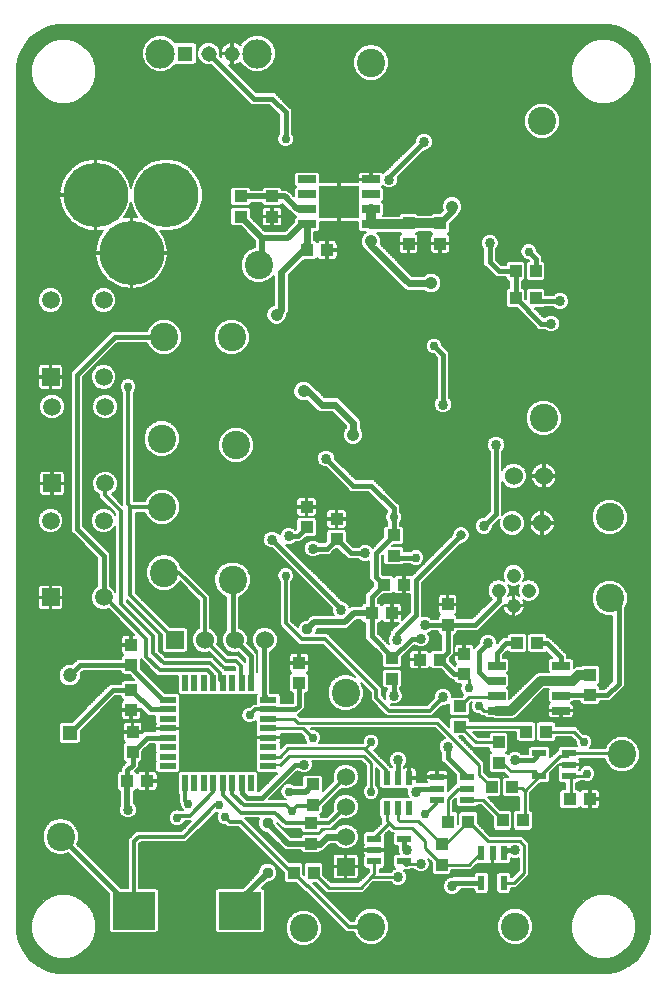
<source format=gbl>
G75*
%MOIN*%
%OFA0B0*%
%FSLAX25Y25*%
%IPPOS*%
%LPD*%
%AMOC8*
5,1,8,0,0,1.08239X$1,22.5*
%
%ADD10R,0.04331X0.03937*%
%ADD11R,0.03937X0.04331*%
%ADD12R,0.06008X0.02559*%
%ADD13R,0.04724X0.02362*%
%ADD14R,0.05150X0.05150*%
%ADD15C,0.05150*%
%ADD16C,0.09803*%
%ADD17R,0.02362X0.04724*%
%ADD18R,0.06004X0.02559*%
%ADD19R,0.13386X0.10669*%
%ADD20R,0.06024X0.06024*%
%ADD21C,0.06024*%
%ADD22C,0.06000*%
%ADD23R,0.13976X0.12598*%
%ADD24C,0.05898*%
%ADD25R,0.05898X0.05898*%
%ADD26C,0.04756*%
%ADD27R,0.05753X0.01972*%
%ADD28R,0.01972X0.05753*%
%ADD29C,0.21496*%
%ADD30C,0.09449*%
%ADD31R,0.04744X0.04744*%
%ADD32C,0.04744*%
%ADD33C,0.01200*%
%ADD34C,0.00600*%
%ADD35C,0.02978*%
%ADD36C,0.01000*%
%ADD37C,0.03200*%
%ADD38C,0.04159*%
%ADD39C,0.02400*%
%ADD40C,0.02000*%
%ADD41C,0.03372*%
%ADD42C,0.01600*%
%ADD43C,0.03765*%
%ADD44C,0.03175*%
D10*
X0058954Y0069800D03*
X0065646Y0069800D03*
X0120800Y0068646D03*
X0120800Y0061954D03*
X0120300Y0055646D03*
X0120300Y0048954D03*
X0147300Y0103954D03*
X0147300Y0110646D03*
X0156454Y0110300D03*
X0163146Y0110300D03*
X0169800Y0094646D03*
X0169800Y0087954D03*
X0147146Y0125800D03*
X0140454Y0125800D03*
X0144454Y0135300D03*
X0151146Y0135300D03*
X0147800Y0144954D03*
X0147800Y0151646D03*
X0128800Y0150454D03*
X0128800Y0157146D03*
X0118800Y0154454D03*
X0118800Y0161146D03*
X0118954Y0246800D03*
X0125646Y0246800D03*
X0107300Y0257954D03*
X0107300Y0264646D03*
X0096800Y0264646D03*
X0096800Y0257954D03*
X0206454Y0063800D03*
X0213146Y0063800D03*
D11*
X0198646Y0086300D03*
X0191954Y0086300D03*
X0182800Y0082646D03*
X0182800Y0075954D03*
X0180454Y0067800D03*
X0187146Y0067800D03*
X0184159Y0056752D03*
X0190852Y0056752D03*
X0172646Y0056300D03*
X0165954Y0056300D03*
X0163800Y0048646D03*
X0163800Y0041954D03*
X0121146Y0039300D03*
X0114454Y0039300D03*
X0116300Y0102454D03*
X0116300Y0109146D03*
X0165800Y0121954D03*
X0165800Y0128646D03*
X0171300Y0112146D03*
X0171300Y0105454D03*
X0188954Y0115800D03*
X0195646Y0115800D03*
X0213300Y0105146D03*
X0213300Y0098454D03*
X0195146Y0230800D03*
X0188454Y0230800D03*
X0188454Y0239800D03*
X0195146Y0239800D03*
X0163300Y0248954D03*
X0163300Y0255646D03*
X0152800Y0255646D03*
X0152800Y0248954D03*
X0060300Y0115146D03*
X0060300Y0108454D03*
X0060300Y0100146D03*
X0060300Y0093454D03*
X0060800Y0086146D03*
X0060800Y0079454D03*
D12*
X0182123Y0093300D03*
X0182123Y0098300D03*
X0182123Y0103300D03*
X0182123Y0108300D03*
X0203477Y0108300D03*
X0203477Y0103300D03*
X0203477Y0098300D03*
X0203477Y0093300D03*
D13*
X0206221Y0079040D03*
X0206221Y0075300D03*
X0206221Y0071560D03*
X0196379Y0071560D03*
X0196379Y0079040D03*
X0172221Y0071040D03*
X0172221Y0067300D03*
X0172221Y0063560D03*
X0162379Y0063560D03*
X0162379Y0067300D03*
X0162379Y0071040D03*
X0151221Y0050540D03*
X0151221Y0043060D03*
X0141379Y0043060D03*
X0141379Y0046800D03*
X0141379Y0050540D03*
D14*
X0078300Y0312300D03*
D15*
X0086174Y0312300D03*
X0094048Y0312300D03*
D16*
X0102316Y0312300D03*
X0070032Y0312300D03*
D17*
X0145560Y0070721D03*
X0149300Y0070721D03*
X0153040Y0070721D03*
X0153040Y0060879D03*
X0149300Y0060879D03*
X0145560Y0060879D03*
X0177060Y0045721D03*
X0180800Y0045721D03*
X0184540Y0045721D03*
X0184540Y0035879D03*
X0177060Y0035879D03*
D18*
X0140263Y0255344D03*
X0140263Y0260344D03*
X0140263Y0265344D03*
X0140263Y0270344D03*
X0118909Y0270344D03*
X0118909Y0265344D03*
X0118909Y0260344D03*
X0118909Y0255344D03*
D19*
X0129586Y0262844D03*
D20*
X0074860Y0116851D03*
X0131800Y0041300D03*
D21*
X0131800Y0051300D03*
X0131800Y0061300D03*
X0131800Y0071300D03*
X0104860Y0116851D03*
X0094860Y0116851D03*
X0084860Y0116851D03*
D22*
X0187300Y0155800D03*
X0197300Y0155800D03*
X0197846Y0171582D03*
X0187846Y0171582D03*
D23*
X0096596Y0026618D03*
X0061163Y0026618D03*
D24*
X0051158Y0131005D03*
X0051158Y0156595D03*
X0051658Y0169005D03*
X0033442Y0156595D03*
X0033942Y0194595D03*
X0051658Y0194595D03*
X0051158Y0204505D03*
X0051158Y0230095D03*
X0033442Y0230095D03*
D25*
X0033442Y0204505D03*
X0033942Y0169005D03*
X0033442Y0131005D03*
D26*
X0182800Y0133300D03*
X0187800Y0128300D03*
X0192800Y0133300D03*
X0187800Y0138300D03*
D27*
X0106032Y0096824D03*
X0106032Y0093674D03*
X0106032Y0090524D03*
X0106032Y0087375D03*
X0106032Y0084225D03*
X0106032Y0081076D03*
X0106032Y0077926D03*
X0106032Y0074776D03*
X0072568Y0074776D03*
X0072568Y0077926D03*
X0072568Y0081076D03*
X0072568Y0084225D03*
X0072568Y0087375D03*
X0072568Y0090524D03*
X0072568Y0093674D03*
X0072568Y0096824D03*
D28*
X0078276Y0102532D03*
X0081426Y0102532D03*
X0084576Y0102532D03*
X0087725Y0102532D03*
X0090875Y0102532D03*
X0094024Y0102532D03*
X0097174Y0102532D03*
X0100324Y0102532D03*
X0100324Y0069068D03*
X0097174Y0069068D03*
X0094024Y0069068D03*
X0090875Y0069068D03*
X0087725Y0069068D03*
X0084576Y0069068D03*
X0081426Y0069068D03*
X0078276Y0069068D03*
D29*
X0060461Y0245883D03*
X0072076Y0265174D03*
X0048454Y0265174D03*
D30*
X0071300Y0217800D03*
X0093800Y0217800D03*
X0102800Y0241800D03*
X0070515Y0183970D03*
X0070607Y0161115D03*
X0071248Y0139296D03*
X0094119Y0136951D03*
X0095300Y0181800D03*
X0131800Y0099300D03*
X0140300Y0021300D03*
X0117800Y0020800D03*
X0188300Y0021300D03*
X0223926Y0078725D03*
X0219800Y0130800D03*
X0219800Y0157800D03*
X0197800Y0190793D03*
X0197300Y0289800D03*
X0140300Y0309300D03*
X0036800Y0051300D03*
D31*
X0039800Y0085800D03*
D32*
X0039800Y0105013D03*
D33*
X0065300Y0117300D02*
X0051595Y0131005D01*
X0051158Y0131005D01*
X0056923Y0128848D02*
X0056923Y0159766D01*
X0051658Y0165031D01*
X0051658Y0169005D01*
X0059300Y0162300D02*
X0060050Y0161550D01*
X0060050Y0131661D01*
X0074860Y0116851D01*
X0067763Y0118009D02*
X0067763Y0112454D01*
X0071108Y0109109D01*
X0086708Y0109109D01*
X0089911Y0105906D01*
X0089911Y0103496D01*
X0090875Y0102532D01*
X0087725Y0102532D02*
X0087725Y0104942D01*
X0085867Y0106800D01*
X0069800Y0106800D01*
X0065300Y0111300D01*
X0065300Y0117300D01*
X0067763Y0118009D02*
X0056923Y0128848D01*
X0071248Y0139296D02*
X0076304Y0139296D01*
X0084860Y0130740D01*
X0084860Y0116851D01*
X0091911Y0109800D01*
X0095300Y0109800D01*
X0096800Y0108300D01*
X0096800Y0102906D01*
X0097174Y0102532D01*
X0101674Y0093674D02*
X0106032Y0093674D01*
X0101674Y0093674D02*
X0099800Y0091800D01*
X0094024Y0069068D02*
X0094024Y0065576D01*
X0097800Y0061800D01*
X0111800Y0061800D01*
X0113800Y0059800D01*
X0115454Y0061454D01*
X0120300Y0061454D01*
X0120800Y0061954D01*
X0122454Y0061954D02*
X0131800Y0071300D01*
X0131800Y0061300D02*
X0126300Y0055800D01*
X0120454Y0055800D01*
X0120300Y0055646D02*
X0111954Y0055646D01*
X0108300Y0059300D01*
X0096800Y0059300D01*
X0090875Y0065225D01*
X0090875Y0069068D01*
X0087725Y0069068D02*
X0087725Y0066182D01*
X0079804Y0058261D01*
X0076384Y0058261D01*
X0075680Y0057557D01*
X0079300Y0062300D02*
X0078300Y0063300D01*
X0078300Y0069044D01*
X0088338Y0061838D02*
X0077800Y0051300D01*
X0062800Y0051300D01*
X0061163Y0049663D01*
X0061163Y0026618D01*
X0088338Y0061838D02*
X0089589Y0061838D01*
X0091679Y0057774D02*
X0093153Y0056300D01*
X0096800Y0056300D01*
X0113800Y0039300D01*
X0114454Y0039300D01*
X0118954Y0034800D01*
X0119300Y0034800D01*
X0132800Y0021300D01*
X0140300Y0021300D01*
X0146300Y0093300D02*
X0159800Y0093300D01*
X0164300Y0097800D01*
X0146300Y0093300D02*
X0142050Y0097550D01*
X0142050Y0100050D01*
X0124989Y0117111D01*
X0117186Y0117111D01*
X0111800Y0122497D01*
X0111800Y0138300D01*
X0070607Y0161115D02*
X0060485Y0161115D01*
X0060050Y0161550D01*
X0059300Y0162300D02*
X0059300Y0201300D01*
D34*
X0022298Y0019553D02*
X0023075Y0016148D01*
X0024591Y0013000D01*
X0026769Y0010269D01*
X0029500Y0008091D01*
X0032648Y0006575D01*
X0036053Y0005798D01*
X0037800Y0005700D01*
X0217800Y0005700D01*
X0219547Y0005798D01*
X0222952Y0006575D01*
X0226100Y0008091D01*
X0228831Y0010269D01*
X0231009Y0013000D01*
X0232525Y0016148D01*
X0233302Y0019553D01*
X0233400Y0021300D01*
X0233400Y0306300D01*
X0233302Y0308047D01*
X0232525Y0311452D01*
X0231009Y0314600D01*
X0228831Y0317331D01*
X0226100Y0319509D01*
X0222952Y0321025D01*
X0219547Y0321802D01*
X0217800Y0321900D01*
X0037800Y0321900D01*
X0036053Y0321802D01*
X0032648Y0321025D01*
X0029500Y0319509D01*
X0026769Y0317331D01*
X0024591Y0314600D01*
X0023075Y0311452D01*
X0023075Y0311452D01*
X0022298Y0308047D01*
X0022200Y0306300D01*
X0022200Y0021300D01*
X0022298Y0019553D01*
X0022297Y0019579D02*
X0027080Y0019579D01*
X0027000Y0019878D02*
X0027736Y0017131D01*
X0029158Y0014669D01*
X0031169Y0012658D01*
X0033631Y0011236D01*
X0036378Y0010500D01*
X0039222Y0010500D01*
X0041969Y0011236D01*
X0044431Y0012658D01*
X0046442Y0014669D01*
X0047864Y0017131D01*
X0048600Y0019878D01*
X0048600Y0022722D01*
X0047864Y0025469D01*
X0046442Y0027931D01*
X0044431Y0029942D01*
X0041969Y0031364D01*
X0039222Y0032100D01*
X0036378Y0032100D01*
X0033631Y0031364D01*
X0031169Y0029942D01*
X0029158Y0027931D01*
X0027736Y0025469D01*
X0027000Y0022722D01*
X0027000Y0019878D01*
X0027000Y0020177D02*
X0022263Y0020177D01*
X0022229Y0020776D02*
X0027000Y0020776D01*
X0027000Y0021374D02*
X0022200Y0021374D01*
X0022200Y0021973D02*
X0027000Y0021973D01*
X0027000Y0022571D02*
X0022200Y0022571D01*
X0022200Y0023170D02*
X0027120Y0023170D01*
X0027280Y0023768D02*
X0022200Y0023768D01*
X0022200Y0024367D02*
X0027441Y0024367D01*
X0027601Y0024966D02*
X0022200Y0024966D01*
X0022200Y0025564D02*
X0027791Y0025564D01*
X0028137Y0026163D02*
X0022200Y0026163D01*
X0022200Y0026761D02*
X0028482Y0026761D01*
X0028828Y0027360D02*
X0022200Y0027360D01*
X0022200Y0027958D02*
X0029185Y0027958D01*
X0029783Y0028557D02*
X0022200Y0028557D01*
X0022200Y0029155D02*
X0030382Y0029155D01*
X0030980Y0029754D02*
X0022200Y0029754D01*
X0022200Y0030352D02*
X0031879Y0030352D01*
X0032915Y0030951D02*
X0022200Y0030951D01*
X0022200Y0031549D02*
X0034322Y0031549D01*
X0041278Y0031549D02*
X0052875Y0031549D01*
X0052875Y0030951D02*
X0042685Y0030951D01*
X0043721Y0030352D02*
X0052875Y0030352D01*
X0052875Y0029754D02*
X0044620Y0029754D01*
X0045218Y0029155D02*
X0052875Y0029155D01*
X0052875Y0028557D02*
X0045817Y0028557D01*
X0046415Y0027958D02*
X0052875Y0027958D01*
X0052875Y0027360D02*
X0046772Y0027360D01*
X0047118Y0026761D02*
X0052875Y0026761D01*
X0052875Y0026163D02*
X0047463Y0026163D01*
X0047809Y0025564D02*
X0052875Y0025564D01*
X0052875Y0024966D02*
X0047999Y0024966D01*
X0048159Y0024367D02*
X0052875Y0024367D01*
X0052875Y0023768D02*
X0048320Y0023768D01*
X0048480Y0023170D02*
X0052875Y0023170D01*
X0052875Y0022571D02*
X0048600Y0022571D01*
X0048600Y0021973D02*
X0052875Y0021973D01*
X0052875Y0021374D02*
X0048600Y0021374D01*
X0048600Y0020776D02*
X0052875Y0020776D01*
X0052875Y0020177D02*
X0048600Y0020177D01*
X0048520Y0019579D02*
X0053077Y0019579D01*
X0052875Y0019781D02*
X0053636Y0019019D01*
X0068690Y0019019D01*
X0069451Y0019781D01*
X0069451Y0033456D01*
X0068690Y0034218D01*
X0063063Y0034218D01*
X0063063Y0048876D01*
X0063587Y0049400D01*
X0078587Y0049400D01*
X0088470Y0059283D01*
X0089034Y0059049D01*
X0089189Y0059049D01*
X0088890Y0058329D01*
X0088890Y0057219D01*
X0089315Y0056194D01*
X0090099Y0055409D01*
X0091124Y0054985D01*
X0091781Y0054985D01*
X0092366Y0054400D01*
X0096013Y0054400D01*
X0111185Y0039228D01*
X0111185Y0036596D01*
X0111947Y0035835D01*
X0115232Y0035835D01*
X0117054Y0034013D01*
X0118167Y0032900D01*
X0118513Y0032900D01*
X0132013Y0019400D01*
X0134566Y0019400D01*
X0135193Y0017887D01*
X0136887Y0016193D01*
X0139102Y0015276D01*
X0141498Y0015276D01*
X0143713Y0016193D01*
X0145407Y0017887D01*
X0146324Y0020102D01*
X0146324Y0022498D01*
X0145407Y0024713D01*
X0143713Y0026407D01*
X0141498Y0027324D01*
X0139102Y0027324D01*
X0136887Y0026407D01*
X0135193Y0024713D01*
X0134566Y0023200D01*
X0133587Y0023200D01*
X0121200Y0035587D01*
X0120952Y0035835D01*
X0122066Y0035835D01*
X0125401Y0032500D01*
X0137546Y0032500D01*
X0138600Y0033554D01*
X0141046Y0036000D01*
X0146877Y0036000D01*
X0147609Y0035269D01*
X0148706Y0034814D01*
X0149894Y0034814D01*
X0150991Y0035269D01*
X0151831Y0036109D01*
X0152286Y0037206D01*
X0152286Y0038394D01*
X0151831Y0039491D01*
X0151123Y0040200D01*
X0152851Y0040200D01*
X0153151Y0040500D01*
X0154377Y0040500D01*
X0155109Y0039769D01*
X0156206Y0039314D01*
X0157394Y0039314D01*
X0158491Y0039769D01*
X0159331Y0040609D01*
X0159786Y0041706D01*
X0159786Y0042894D01*
X0159412Y0043796D01*
X0160531Y0042676D01*
X0160531Y0039250D01*
X0161293Y0038488D01*
X0166307Y0038488D01*
X0167068Y0039250D01*
X0167068Y0040154D01*
X0173546Y0040154D01*
X0174600Y0041208D01*
X0175451Y0042059D01*
X0178779Y0042059D01*
X0178959Y0042239D01*
X0179117Y0042148D01*
X0179448Y0042059D01*
X0180509Y0042059D01*
X0180509Y0045431D01*
X0181091Y0045431D01*
X0181091Y0042059D01*
X0182152Y0042059D01*
X0182483Y0042148D01*
X0182641Y0042239D01*
X0182821Y0042059D01*
X0186260Y0042059D01*
X0187021Y0042821D01*
X0187021Y0044098D01*
X0187706Y0043814D01*
X0188894Y0043814D01*
X0189500Y0044065D01*
X0189500Y0040046D01*
X0187133Y0037679D01*
X0187021Y0037679D01*
X0187021Y0038779D01*
X0186260Y0039541D01*
X0182821Y0039541D01*
X0182059Y0038779D01*
X0182059Y0032978D01*
X0182821Y0032217D01*
X0186260Y0032217D01*
X0187021Y0032978D01*
X0187021Y0034079D01*
X0188624Y0034079D01*
X0189679Y0035133D01*
X0193100Y0038554D01*
X0193100Y0049046D01*
X0192046Y0050100D01*
X0190546Y0051600D01*
X0180046Y0051600D01*
X0175915Y0055731D01*
X0175915Y0059004D01*
X0175153Y0059765D01*
X0170139Y0059765D01*
X0169378Y0059004D01*
X0169378Y0055577D01*
X0169222Y0055421D01*
X0169222Y0059004D01*
X0168461Y0059765D01*
X0167754Y0059765D01*
X0167754Y0063208D01*
X0168559Y0064013D01*
X0168559Y0061840D01*
X0169321Y0061079D01*
X0175122Y0061079D01*
X0175803Y0061760D01*
X0176795Y0061760D01*
X0180891Y0057664D01*
X0180891Y0054048D01*
X0181652Y0053287D01*
X0186666Y0053287D01*
X0187428Y0054048D01*
X0187428Y0059456D01*
X0186666Y0060217D01*
X0183428Y0060217D01*
X0179311Y0064335D01*
X0182961Y0064335D01*
X0183722Y0065096D01*
X0183722Y0070504D01*
X0182961Y0071265D01*
X0179534Y0071265D01*
X0178100Y0072699D01*
X0178100Y0076046D01*
X0169461Y0084685D01*
X0170523Y0084685D01*
X0173307Y0081901D01*
X0174361Y0080846D01*
X0179531Y0080846D01*
X0179531Y0079943D01*
X0180174Y0079300D01*
X0179531Y0078657D01*
X0179531Y0073250D01*
X0180293Y0072488D01*
X0184805Y0072488D01*
X0185056Y0072238D01*
X0186028Y0071265D01*
X0184639Y0071265D01*
X0183878Y0070504D01*
X0183878Y0065096D01*
X0184639Y0064335D01*
X0189653Y0064335D01*
X0189659Y0064341D01*
X0189659Y0060217D01*
X0188345Y0060217D01*
X0187584Y0059456D01*
X0187584Y0054048D01*
X0188345Y0053287D01*
X0193359Y0053287D01*
X0194121Y0054048D01*
X0194121Y0059456D01*
X0193359Y0060217D01*
X0193259Y0060217D01*
X0193259Y0065895D01*
X0196443Y0069079D01*
X0199279Y0069079D01*
X0200041Y0069840D01*
X0200041Y0072572D01*
X0203059Y0075591D01*
X0205931Y0075591D01*
X0205931Y0075009D01*
X0202559Y0075009D01*
X0202559Y0073948D01*
X0202648Y0073617D01*
X0202739Y0073459D01*
X0202559Y0073279D01*
X0202559Y0069840D01*
X0203321Y0069079D01*
X0205000Y0069079D01*
X0205000Y0067068D01*
X0203750Y0067068D01*
X0202988Y0066307D01*
X0202988Y0061293D01*
X0203750Y0060531D01*
X0209157Y0060531D01*
X0209838Y0061212D01*
X0209941Y0061033D01*
X0210183Y0060791D01*
X0210479Y0060620D01*
X0210810Y0060531D01*
X0212846Y0060531D01*
X0212846Y0063500D01*
X0213446Y0063500D01*
X0213446Y0060531D01*
X0215483Y0060531D01*
X0215814Y0060620D01*
X0216110Y0060791D01*
X0216352Y0061033D01*
X0216523Y0061330D01*
X0216612Y0061660D01*
X0216612Y0063500D01*
X0213446Y0063500D01*
X0213446Y0064100D01*
X0212846Y0064100D01*
X0212846Y0067068D01*
X0210810Y0067068D01*
X0210479Y0066980D01*
X0210183Y0066809D01*
X0209941Y0066567D01*
X0209838Y0066388D01*
X0209157Y0067068D01*
X0208600Y0067068D01*
X0208600Y0069079D01*
X0209122Y0069079D01*
X0209803Y0069760D01*
X0211145Y0069760D01*
X0211745Y0069511D01*
X0212855Y0069511D01*
X0213880Y0069936D01*
X0214664Y0070720D01*
X0215089Y0071745D01*
X0215089Y0072855D01*
X0214664Y0073880D01*
X0213880Y0074664D01*
X0212855Y0075089D01*
X0211745Y0075089D01*
X0210720Y0074664D01*
X0209936Y0073880D01*
X0209744Y0073418D01*
X0209704Y0073459D01*
X0209795Y0073617D01*
X0209883Y0073948D01*
X0209883Y0075009D01*
X0206512Y0075009D01*
X0206512Y0075591D01*
X0209883Y0075591D01*
X0209883Y0076652D01*
X0209795Y0076983D01*
X0209704Y0077141D01*
X0209803Y0077240D01*
X0218020Y0077240D01*
X0218818Y0075312D01*
X0220513Y0073617D01*
X0222727Y0072700D01*
X0225124Y0072700D01*
X0227338Y0073617D01*
X0229033Y0075312D01*
X0229950Y0077526D01*
X0229950Y0079923D01*
X0229033Y0082137D01*
X0227338Y0083832D01*
X0225124Y0084749D01*
X0222727Y0084749D01*
X0220513Y0083832D01*
X0218818Y0082137D01*
X0218281Y0080840D01*
X0213284Y0080840D01*
X0213664Y0081220D01*
X0214089Y0082245D01*
X0214089Y0083355D01*
X0213664Y0084380D01*
X0212880Y0085164D01*
X0211855Y0085589D01*
X0211057Y0085589D01*
X0208546Y0088100D01*
X0201915Y0088100D01*
X0201915Y0089004D01*
X0201153Y0089765D01*
X0196139Y0089765D01*
X0195378Y0089004D01*
X0195378Y0083596D01*
X0196139Y0082835D01*
X0201153Y0082835D01*
X0201915Y0083596D01*
X0201915Y0084500D01*
X0207054Y0084500D01*
X0208511Y0083043D01*
X0208511Y0082245D01*
X0208811Y0081521D01*
X0203321Y0081521D01*
X0202559Y0080760D01*
X0202559Y0080100D01*
X0202477Y0080100D01*
X0200041Y0077664D01*
X0200041Y0080760D01*
X0199279Y0081521D01*
X0193478Y0081521D01*
X0192717Y0080760D01*
X0192717Y0078900D01*
X0190423Y0078900D01*
X0189991Y0079331D01*
X0188894Y0079786D01*
X0187706Y0079786D01*
X0186609Y0079331D01*
X0186002Y0078724D01*
X0185426Y0079300D01*
X0186068Y0079943D01*
X0186068Y0085350D01*
X0185307Y0086112D01*
X0180293Y0086112D01*
X0179531Y0085350D01*
X0179531Y0084446D01*
X0175853Y0084446D01*
X0174146Y0086154D01*
X0188685Y0086154D01*
X0188685Y0083596D01*
X0189447Y0082835D01*
X0194461Y0082835D01*
X0195222Y0083596D01*
X0195222Y0089004D01*
X0194461Y0089765D01*
X0189447Y0089765D01*
X0189435Y0089754D01*
X0173265Y0089754D01*
X0173265Y0090461D01*
X0172504Y0091222D01*
X0167096Y0091222D01*
X0166335Y0090461D01*
X0166335Y0087811D01*
X0164100Y0090046D01*
X0163046Y0091100D01*
X0116546Y0091100D01*
X0115981Y0091665D01*
X0118400Y0094084D01*
X0118400Y0098988D01*
X0118807Y0098988D01*
X0119568Y0099750D01*
X0119568Y0105157D01*
X0118888Y0105838D01*
X0119067Y0105941D01*
X0119309Y0106183D01*
X0119480Y0106479D01*
X0119568Y0106810D01*
X0119568Y0108846D01*
X0116600Y0108846D01*
X0116600Y0109446D01*
X0119568Y0109446D01*
X0119568Y0111483D01*
X0119480Y0111814D01*
X0119309Y0112110D01*
X0119067Y0112352D01*
X0118770Y0112523D01*
X0118440Y0112612D01*
X0116600Y0112612D01*
X0116600Y0109446D01*
X0116000Y0109446D01*
X0116000Y0108846D01*
X0113031Y0108846D01*
X0113031Y0106810D01*
X0113120Y0106479D01*
X0113291Y0106183D01*
X0113533Y0105941D01*
X0113712Y0105838D01*
X0113031Y0105157D01*
X0113031Y0099750D01*
X0113793Y0098988D01*
X0114200Y0098988D01*
X0114200Y0095823D01*
X0114151Y0095774D01*
X0110209Y0095774D01*
X0110209Y0098348D01*
X0109447Y0099109D01*
X0106716Y0099109D01*
X0106632Y0099193D01*
X0106632Y0112918D01*
X0107303Y0113195D01*
X0108515Y0114408D01*
X0109172Y0115993D01*
X0109172Y0117708D01*
X0108515Y0119293D01*
X0107303Y0120506D01*
X0105718Y0121163D01*
X0104002Y0121163D01*
X0102418Y0120506D01*
X0101205Y0119293D01*
X0100548Y0117708D01*
X0100548Y0115993D01*
X0101205Y0114408D01*
X0102418Y0113195D01*
X0102432Y0113189D01*
X0102432Y0106124D01*
X0102424Y0106133D01*
X0102424Y0112257D01*
X0101193Y0113487D01*
X0099030Y0115651D01*
X0099172Y0115993D01*
X0099172Y0117708D01*
X0098515Y0119293D01*
X0097303Y0120506D01*
X0096219Y0120955D01*
X0096219Y0131300D01*
X0097532Y0131844D01*
X0099226Y0133539D01*
X0100143Y0135753D01*
X0100143Y0138150D01*
X0099226Y0140364D01*
X0097532Y0142059D01*
X0095317Y0142976D01*
X0092921Y0142976D01*
X0090706Y0142059D01*
X0089012Y0140364D01*
X0088095Y0138150D01*
X0088095Y0135753D01*
X0089012Y0133539D01*
X0090706Y0131844D01*
X0092019Y0131300D01*
X0092019Y0120107D01*
X0091205Y0119293D01*
X0090548Y0117708D01*
X0090548Y0115993D01*
X0091205Y0114408D01*
X0092418Y0113195D01*
X0094002Y0112539D01*
X0095718Y0112539D01*
X0096060Y0112681D01*
X0098224Y0110517D01*
X0098224Y0109563D01*
X0097587Y0110200D01*
X0097200Y0110587D01*
X0096087Y0111700D01*
X0092698Y0111700D01*
X0088947Y0115451D01*
X0089172Y0115993D01*
X0089172Y0117708D01*
X0088515Y0119293D01*
X0087303Y0120506D01*
X0086760Y0120731D01*
X0086760Y0131527D01*
X0077091Y0141196D01*
X0076982Y0141196D01*
X0076355Y0142708D01*
X0074661Y0144403D01*
X0072446Y0145320D01*
X0070050Y0145320D01*
X0067835Y0144403D01*
X0066141Y0142708D01*
X0065224Y0140494D01*
X0065224Y0138097D01*
X0066141Y0135883D01*
X0067835Y0134188D01*
X0070050Y0133271D01*
X0072446Y0133271D01*
X0074661Y0134188D01*
X0076355Y0135883D01*
X0076553Y0136360D01*
X0082960Y0129953D01*
X0082960Y0120731D01*
X0082418Y0120506D01*
X0081205Y0119293D01*
X0080548Y0117708D01*
X0080548Y0115993D01*
X0081205Y0114408D01*
X0082418Y0113195D01*
X0084002Y0112539D01*
X0085718Y0112539D01*
X0086260Y0112764D01*
X0090011Y0109013D01*
X0091124Y0107900D01*
X0094513Y0107900D01*
X0094900Y0107513D01*
X0094900Y0106709D01*
X0092500Y0106709D01*
X0092450Y0106658D01*
X0092399Y0106709D01*
X0091795Y0106709D01*
X0088608Y0109896D01*
X0087495Y0111009D01*
X0071895Y0111009D01*
X0069663Y0113241D01*
X0069663Y0118796D01*
X0058823Y0129635D01*
X0058823Y0130201D01*
X0070548Y0118476D01*
X0070548Y0113301D01*
X0071310Y0112539D01*
X0078410Y0112539D01*
X0079172Y0113301D01*
X0079172Y0120401D01*
X0078410Y0121163D01*
X0073235Y0121163D01*
X0061950Y0132448D01*
X0061950Y0159215D01*
X0064873Y0159215D01*
X0065500Y0157702D01*
X0067195Y0156008D01*
X0069409Y0155090D01*
X0071806Y0155090D01*
X0074020Y0156008D01*
X0075714Y0157702D01*
X0076632Y0159916D01*
X0076632Y0162313D01*
X0075714Y0164527D01*
X0074020Y0166222D01*
X0071806Y0167139D01*
X0069409Y0167139D01*
X0067195Y0166222D01*
X0065500Y0164527D01*
X0064873Y0163015D01*
X0061272Y0163015D01*
X0061200Y0163087D01*
X0061200Y0199256D01*
X0061664Y0199720D01*
X0062089Y0200745D01*
X0062089Y0201855D01*
X0061664Y0202880D01*
X0060880Y0203664D01*
X0059855Y0204089D01*
X0058745Y0204089D01*
X0057720Y0203664D01*
X0056936Y0202880D01*
X0056511Y0201855D01*
X0056511Y0200745D01*
X0056936Y0199720D01*
X0057400Y0199256D01*
X0057400Y0161976D01*
X0054000Y0165376D01*
X0054065Y0165403D01*
X0055260Y0166598D01*
X0055907Y0168160D01*
X0055907Y0169850D01*
X0055260Y0171411D01*
X0054065Y0172607D01*
X0052503Y0173254D01*
X0050813Y0173254D01*
X0049252Y0172607D01*
X0048056Y0171411D01*
X0047409Y0169850D01*
X0047409Y0168160D01*
X0048056Y0166598D01*
X0049252Y0165403D01*
X0049758Y0165193D01*
X0049758Y0164244D01*
X0055023Y0158979D01*
X0055023Y0158367D01*
X0054760Y0159002D01*
X0053565Y0160197D01*
X0052003Y0160844D01*
X0050313Y0160844D01*
X0048752Y0160197D01*
X0047556Y0159002D01*
X0046909Y0157440D01*
X0046909Y0155750D01*
X0047556Y0154189D01*
X0048752Y0152993D01*
X0050313Y0152346D01*
X0052003Y0152346D01*
X0053565Y0152993D01*
X0054760Y0154189D01*
X0055023Y0154823D01*
X0055023Y0132777D01*
X0054760Y0133411D01*
X0053565Y0134607D01*
X0053258Y0134734D01*
X0053258Y0145838D01*
X0044409Y0154686D01*
X0044409Y0204440D01*
X0055670Y0215700D01*
X0065649Y0215700D01*
X0066193Y0214387D01*
X0067887Y0212693D01*
X0070102Y0211776D01*
X0072498Y0211776D01*
X0074713Y0212693D01*
X0076407Y0214387D01*
X0077324Y0216602D01*
X0077324Y0218998D01*
X0076407Y0221213D01*
X0074713Y0222907D01*
X0072498Y0223824D01*
X0070102Y0223824D01*
X0067887Y0222907D01*
X0066193Y0221213D01*
X0065649Y0219900D01*
X0053930Y0219900D01*
X0040209Y0206179D01*
X0040209Y0152947D01*
X0041440Y0151717D01*
X0049058Y0144098D01*
X0049058Y0134734D01*
X0048752Y0134607D01*
X0047556Y0133411D01*
X0046909Y0131850D01*
X0046909Y0130160D01*
X0047556Y0128598D01*
X0048752Y0127403D01*
X0050313Y0126756D01*
X0052003Y0126756D01*
X0052819Y0127094D01*
X0061301Y0118612D01*
X0060600Y0118612D01*
X0060600Y0115446D01*
X0060000Y0115446D01*
X0060000Y0114846D01*
X0057031Y0114846D01*
X0057031Y0112810D01*
X0057120Y0112479D01*
X0057291Y0112183D01*
X0057533Y0111941D01*
X0057712Y0111838D01*
X0057031Y0111157D01*
X0057031Y0110554D01*
X0042371Y0110554D01*
X0041141Y0109323D01*
X0040502Y0108685D01*
X0039070Y0108685D01*
X0037720Y0108126D01*
X0036687Y0107093D01*
X0036128Y0105743D01*
X0036128Y0104282D01*
X0036687Y0102933D01*
X0037720Y0101900D01*
X0039070Y0101341D01*
X0040530Y0101341D01*
X0041880Y0101900D01*
X0042913Y0102933D01*
X0043472Y0104282D01*
X0043472Y0105715D01*
X0044111Y0106354D01*
X0057031Y0106354D01*
X0057031Y0105750D01*
X0057793Y0104988D01*
X0059933Y0104988D01*
X0061310Y0103612D01*
X0057793Y0103612D01*
X0057031Y0102850D01*
X0057031Y0102246D01*
X0053277Y0102246D01*
X0052046Y0101016D01*
X0040502Y0089472D01*
X0036889Y0089472D01*
X0036128Y0088711D01*
X0036128Y0082889D01*
X0036889Y0082128D01*
X0042711Y0082128D01*
X0043472Y0082889D01*
X0043472Y0086502D01*
X0055016Y0098046D01*
X0057031Y0098046D01*
X0057031Y0097443D01*
X0057712Y0096762D01*
X0057533Y0096659D01*
X0057291Y0096417D01*
X0057120Y0096121D01*
X0057031Y0095790D01*
X0057031Y0093754D01*
X0060000Y0093754D01*
X0060000Y0093154D01*
X0057031Y0093154D01*
X0057031Y0091117D01*
X0057120Y0090786D01*
X0057291Y0090490D01*
X0057533Y0090248D01*
X0057830Y0090077D01*
X0058160Y0089988D01*
X0060000Y0089988D01*
X0060000Y0093153D01*
X0060600Y0093153D01*
X0060600Y0089988D01*
X0062440Y0089988D01*
X0062770Y0090077D01*
X0063067Y0090248D01*
X0063309Y0090490D01*
X0063480Y0090786D01*
X0063568Y0091117D01*
X0063568Y0093154D01*
X0060600Y0093154D01*
X0060600Y0093754D01*
X0063568Y0093754D01*
X0063568Y0093908D01*
X0065903Y0091574D01*
X0068391Y0091574D01*
X0068391Y0089000D01*
X0068498Y0088894D01*
X0068480Y0088862D01*
X0068391Y0088532D01*
X0068391Y0087568D01*
X0072375Y0087568D01*
X0072375Y0087182D01*
X0068391Y0087182D01*
X0068391Y0086325D01*
X0064702Y0086325D01*
X0064068Y0085692D01*
X0064068Y0085846D01*
X0061100Y0085846D01*
X0061100Y0086446D01*
X0064068Y0086446D01*
X0064068Y0088483D01*
X0063980Y0088814D01*
X0063809Y0089110D01*
X0063567Y0089352D01*
X0063270Y0089523D01*
X0062940Y0089612D01*
X0061100Y0089612D01*
X0061100Y0086446D01*
X0060500Y0086446D01*
X0060500Y0085846D01*
X0057531Y0085846D01*
X0057531Y0083810D01*
X0057620Y0083479D01*
X0057791Y0083183D01*
X0058033Y0082941D01*
X0058212Y0082838D01*
X0057531Y0082157D01*
X0057531Y0076750D01*
X0058293Y0075988D01*
X0058518Y0075988D01*
X0056854Y0074323D01*
X0056854Y0073068D01*
X0056250Y0073068D01*
X0055488Y0072307D01*
X0055488Y0067293D01*
X0056250Y0066531D01*
X0056654Y0066531D01*
X0056654Y0061713D01*
X0056314Y0060894D01*
X0056314Y0059706D01*
X0056769Y0058609D01*
X0057609Y0057769D01*
X0058706Y0057314D01*
X0059894Y0057314D01*
X0060991Y0057769D01*
X0061831Y0058609D01*
X0062286Y0059706D01*
X0062286Y0060894D01*
X0061831Y0061991D01*
X0061254Y0062569D01*
X0061254Y0066531D01*
X0061657Y0066531D01*
X0062338Y0067212D01*
X0062441Y0067033D01*
X0062683Y0066791D01*
X0062979Y0066620D01*
X0063310Y0066531D01*
X0065346Y0066531D01*
X0065346Y0069500D01*
X0065946Y0069500D01*
X0065946Y0066531D01*
X0067983Y0066531D01*
X0068314Y0066620D01*
X0068610Y0066791D01*
X0068852Y0067033D01*
X0069023Y0067330D01*
X0069112Y0067660D01*
X0069112Y0069500D01*
X0065946Y0069500D01*
X0065946Y0070100D01*
X0065346Y0070100D01*
X0065346Y0073068D01*
X0063310Y0073068D01*
X0062979Y0072980D01*
X0062683Y0072809D01*
X0062441Y0072567D01*
X0062338Y0072388D01*
X0061657Y0073068D01*
X0061538Y0073068D01*
X0062900Y0074430D01*
X0062900Y0075988D01*
X0063307Y0075988D01*
X0064068Y0076750D01*
X0064068Y0079752D01*
X0066441Y0082125D01*
X0068391Y0082125D01*
X0068391Y0079551D01*
X0068442Y0079501D01*
X0068391Y0079450D01*
X0068391Y0076402D01*
X0068442Y0076351D01*
X0068391Y0076301D01*
X0068391Y0073252D01*
X0069153Y0072491D01*
X0075983Y0072491D01*
X0076744Y0073252D01*
X0076744Y0076301D01*
X0076694Y0076351D01*
X0076744Y0076402D01*
X0076744Y0079450D01*
X0076694Y0079501D01*
X0076744Y0079551D01*
X0076744Y0082600D01*
X0076694Y0082650D01*
X0076744Y0082701D01*
X0076744Y0085749D01*
X0076638Y0085856D01*
X0076655Y0085887D01*
X0076744Y0086218D01*
X0076744Y0087182D01*
X0072761Y0087182D01*
X0072761Y0087568D01*
X0076744Y0087568D01*
X0076744Y0088532D01*
X0076655Y0088862D01*
X0076638Y0088894D01*
X0076744Y0089000D01*
X0076744Y0092049D01*
X0076694Y0092099D01*
X0076744Y0092150D01*
X0076744Y0095198D01*
X0076694Y0095249D01*
X0076744Y0095299D01*
X0076744Y0098348D01*
X0075983Y0099109D01*
X0071752Y0099109D01*
X0063568Y0107293D01*
X0063568Y0110345D01*
X0064513Y0109400D01*
X0069013Y0104900D01*
X0075991Y0104900D01*
X0075991Y0099117D01*
X0076752Y0098356D01*
X0079801Y0098356D01*
X0079851Y0098406D01*
X0079902Y0098356D01*
X0082950Y0098356D01*
X0083001Y0098406D01*
X0083051Y0098356D01*
X0086100Y0098356D01*
X0086150Y0098406D01*
X0086201Y0098356D01*
X0089249Y0098356D01*
X0089300Y0098406D01*
X0089350Y0098356D01*
X0092399Y0098356D01*
X0092450Y0098406D01*
X0092500Y0098356D01*
X0095549Y0098356D01*
X0095599Y0098406D01*
X0095650Y0098356D01*
X0098698Y0098356D01*
X0098749Y0098406D01*
X0098799Y0098356D01*
X0101848Y0098356D01*
X0102432Y0098940D01*
X0102432Y0098924D01*
X0101856Y0098348D01*
X0101856Y0095574D01*
X0100887Y0095574D01*
X0099902Y0094589D01*
X0099245Y0094589D01*
X0098220Y0094164D01*
X0097436Y0093380D01*
X0097011Y0092355D01*
X0097011Y0091245D01*
X0097436Y0090220D01*
X0098220Y0089436D01*
X0099245Y0089011D01*
X0100355Y0089011D01*
X0101380Y0089436D01*
X0101856Y0089912D01*
X0101856Y0089000D01*
X0101906Y0088950D01*
X0101856Y0088899D01*
X0101856Y0085850D01*
X0101962Y0085744D01*
X0101945Y0085713D01*
X0101856Y0085382D01*
X0101856Y0084418D01*
X0105839Y0084418D01*
X0105839Y0084032D01*
X0101856Y0084032D01*
X0101856Y0083068D01*
X0101945Y0082738D01*
X0101962Y0082706D01*
X0101856Y0082600D01*
X0101856Y0079551D01*
X0101906Y0079501D01*
X0101856Y0079450D01*
X0101856Y0076402D01*
X0101906Y0076351D01*
X0101856Y0076301D01*
X0101856Y0073252D01*
X0102617Y0072491D01*
X0109021Y0072491D01*
X0102930Y0066400D01*
X0102609Y0066400D01*
X0102609Y0072483D01*
X0101848Y0073244D01*
X0098799Y0073244D01*
X0098749Y0073194D01*
X0098698Y0073244D01*
X0095650Y0073244D01*
X0095599Y0073194D01*
X0095549Y0073244D01*
X0092500Y0073244D01*
X0092450Y0073194D01*
X0092399Y0073244D01*
X0089350Y0073244D01*
X0089300Y0073194D01*
X0089249Y0073244D01*
X0086201Y0073244D01*
X0086150Y0073194D01*
X0086100Y0073244D01*
X0083051Y0073244D01*
X0083001Y0073194D01*
X0082950Y0073244D01*
X0079902Y0073244D01*
X0079851Y0073194D01*
X0079801Y0073244D01*
X0076752Y0073244D01*
X0075991Y0072483D01*
X0075991Y0065653D01*
X0076400Y0065243D01*
X0076400Y0062513D01*
X0076511Y0062402D01*
X0076511Y0061745D01*
X0076936Y0060720D01*
X0077495Y0060161D01*
X0076680Y0060161D01*
X0076234Y0060346D01*
X0075125Y0060346D01*
X0074100Y0059921D01*
X0073315Y0059136D01*
X0072891Y0058111D01*
X0072891Y0057002D01*
X0073315Y0055977D01*
X0074100Y0055192D01*
X0075125Y0054768D01*
X0076234Y0054768D01*
X0077259Y0055192D01*
X0078044Y0055977D01*
X0078203Y0056361D01*
X0080174Y0056361D01*
X0077013Y0053200D01*
X0062013Y0053200D01*
X0060900Y0052087D01*
X0059263Y0050450D01*
X0059263Y0034218D01*
X0056852Y0034218D01*
X0042281Y0048789D01*
X0042824Y0050102D01*
X0042824Y0052498D01*
X0041907Y0054713D01*
X0040213Y0056407D01*
X0037998Y0057324D01*
X0035602Y0057324D01*
X0033387Y0056407D01*
X0031693Y0054713D01*
X0030776Y0052498D01*
X0030776Y0050102D01*
X0031693Y0047887D01*
X0033387Y0046193D01*
X0035602Y0045276D01*
X0037998Y0045276D01*
X0039311Y0045819D01*
X0052875Y0032255D01*
X0052875Y0019781D01*
X0048359Y0018980D02*
X0112033Y0018980D01*
X0112281Y0018382D02*
X0048199Y0018382D01*
X0048039Y0017783D02*
X0112529Y0017783D01*
X0112693Y0017387D02*
X0114387Y0015693D01*
X0116602Y0014776D01*
X0118998Y0014776D01*
X0121213Y0015693D01*
X0122907Y0017387D01*
X0123824Y0019602D01*
X0123824Y0021998D01*
X0122907Y0024213D01*
X0121213Y0025907D01*
X0118998Y0026824D01*
X0116602Y0026824D01*
X0114387Y0025907D01*
X0112693Y0024213D01*
X0111776Y0021998D01*
X0111776Y0019602D01*
X0112693Y0017387D01*
X0112895Y0017185D02*
X0047878Y0017185D01*
X0047549Y0016586D02*
X0113494Y0016586D01*
X0114092Y0015988D02*
X0047204Y0015988D01*
X0046858Y0015389D02*
X0115120Y0015389D01*
X0116565Y0014791D02*
X0046513Y0014791D01*
X0045966Y0014192D02*
X0209634Y0014192D01*
X0209158Y0014669D02*
X0211169Y0012658D01*
X0213631Y0011236D01*
X0216378Y0010500D01*
X0219222Y0010500D01*
X0221969Y0011236D01*
X0224431Y0012658D01*
X0226442Y0014669D01*
X0227864Y0017131D01*
X0228600Y0019878D01*
X0228600Y0022722D01*
X0227864Y0025469D01*
X0226442Y0027931D01*
X0224431Y0029942D01*
X0221969Y0031364D01*
X0219222Y0032100D01*
X0216378Y0032100D01*
X0213631Y0031364D01*
X0211169Y0029942D01*
X0209158Y0027931D01*
X0207736Y0025469D01*
X0207000Y0022722D01*
X0207000Y0019878D01*
X0207736Y0017131D01*
X0209158Y0014669D01*
X0209087Y0014791D02*
X0119035Y0014791D01*
X0120480Y0015389D02*
X0138827Y0015389D01*
X0137382Y0015988D02*
X0121508Y0015988D01*
X0122106Y0016586D02*
X0136494Y0016586D01*
X0135895Y0017185D02*
X0122705Y0017185D01*
X0123071Y0017783D02*
X0135297Y0017783D01*
X0134988Y0018382D02*
X0123319Y0018382D01*
X0123567Y0018980D02*
X0134740Y0018980D01*
X0131834Y0019579D02*
X0123815Y0019579D01*
X0123824Y0020177D02*
X0131236Y0020177D01*
X0130637Y0020776D02*
X0123824Y0020776D01*
X0123824Y0021374D02*
X0130039Y0021374D01*
X0129440Y0021973D02*
X0123824Y0021973D01*
X0123587Y0022571D02*
X0128842Y0022571D01*
X0128243Y0023170D02*
X0123339Y0023170D01*
X0123091Y0023768D02*
X0127645Y0023768D01*
X0127046Y0024367D02*
X0122753Y0024367D01*
X0122154Y0024966D02*
X0126447Y0024966D01*
X0125849Y0025564D02*
X0121556Y0025564D01*
X0120596Y0026163D02*
X0125250Y0026163D01*
X0124652Y0026761D02*
X0119151Y0026761D01*
X0116449Y0026761D02*
X0104884Y0026761D01*
X0104884Y0026163D02*
X0115004Y0026163D01*
X0114044Y0025564D02*
X0104884Y0025564D01*
X0104884Y0024966D02*
X0113446Y0024966D01*
X0112847Y0024367D02*
X0104884Y0024367D01*
X0104884Y0023768D02*
X0112509Y0023768D01*
X0112261Y0023170D02*
X0104884Y0023170D01*
X0104884Y0022571D02*
X0112013Y0022571D01*
X0111776Y0021973D02*
X0104884Y0021973D01*
X0104884Y0021374D02*
X0111776Y0021374D01*
X0111776Y0020776D02*
X0104884Y0020776D01*
X0104884Y0020177D02*
X0111776Y0020177D01*
X0111785Y0019579D02*
X0104682Y0019579D01*
X0104884Y0019781D02*
X0104884Y0033456D01*
X0104123Y0034218D01*
X0103970Y0034218D01*
X0105870Y0036117D01*
X0106433Y0036117D01*
X0107603Y0036602D01*
X0108498Y0037497D01*
X0108983Y0038667D01*
X0108983Y0039933D01*
X0108498Y0041103D01*
X0107603Y0041998D01*
X0106433Y0042483D01*
X0105167Y0042483D01*
X0103997Y0041998D01*
X0103102Y0041103D01*
X0102617Y0039933D01*
X0102617Y0039370D01*
X0097465Y0034218D01*
X0089070Y0034218D01*
X0088308Y0033456D01*
X0088308Y0019781D01*
X0089070Y0019019D01*
X0104123Y0019019D01*
X0104884Y0019781D01*
X0104884Y0027360D02*
X0124053Y0027360D01*
X0123455Y0027958D02*
X0104884Y0027958D01*
X0104884Y0028557D02*
X0122856Y0028557D01*
X0122258Y0029155D02*
X0104884Y0029155D01*
X0104884Y0029754D02*
X0121659Y0029754D01*
X0121061Y0030352D02*
X0104884Y0030352D01*
X0104884Y0030951D02*
X0120462Y0030951D01*
X0119864Y0031549D02*
X0104884Y0031549D01*
X0104884Y0032148D02*
X0119265Y0032148D01*
X0118667Y0032746D02*
X0104884Y0032746D01*
X0104884Y0033345D02*
X0117722Y0033345D01*
X0117123Y0033943D02*
X0104397Y0033943D01*
X0104294Y0034542D02*
X0116525Y0034542D01*
X0115926Y0035140D02*
X0104893Y0035140D01*
X0105491Y0035739D02*
X0115328Y0035739D01*
X0117878Y0038563D02*
X0117722Y0038718D01*
X0117722Y0042004D01*
X0116961Y0042765D01*
X0113022Y0042765D01*
X0098387Y0057400D01*
X0103018Y0057400D01*
X0102617Y0056433D01*
X0102617Y0055167D01*
X0103102Y0053997D01*
X0103997Y0053102D01*
X0105167Y0052617D01*
X0105730Y0052617D01*
X0111694Y0046654D01*
X0116835Y0046654D01*
X0116835Y0046447D01*
X0117596Y0045685D01*
X0123004Y0045685D01*
X0123765Y0046447D01*
X0123765Y0046454D01*
X0123797Y0046454D01*
X0124716Y0046834D01*
X0125419Y0047537D01*
X0126682Y0048800D01*
X0128202Y0048800D01*
X0129358Y0047645D01*
X0130942Y0046988D01*
X0132658Y0046988D01*
X0134242Y0047645D01*
X0135455Y0048858D01*
X0136112Y0050442D01*
X0136112Y0052158D01*
X0135455Y0053742D01*
X0134242Y0054955D01*
X0132658Y0055612D01*
X0130942Y0055612D01*
X0129358Y0054955D01*
X0128202Y0053800D01*
X0125149Y0053800D01*
X0124230Y0053419D01*
X0123527Y0052716D01*
X0123018Y0052207D01*
X0123004Y0052222D01*
X0117596Y0052222D01*
X0116835Y0051461D01*
X0116835Y0051254D01*
X0113599Y0051254D01*
X0108983Y0055870D01*
X0108983Y0055930D01*
X0110054Y0054859D01*
X0111167Y0053746D01*
X0116835Y0053746D01*
X0116835Y0053139D01*
X0117596Y0052378D01*
X0123004Y0052378D01*
X0123765Y0053139D01*
X0123765Y0053900D01*
X0127087Y0053900D01*
X0128200Y0055013D01*
X0130400Y0057213D01*
X0130942Y0056988D01*
X0132658Y0056988D01*
X0134242Y0057645D01*
X0135455Y0058858D01*
X0136112Y0060442D01*
X0136112Y0062158D01*
X0135455Y0063742D01*
X0134242Y0064955D01*
X0132658Y0065612D01*
X0130942Y0065612D01*
X0129358Y0064955D01*
X0128145Y0063742D01*
X0127488Y0062158D01*
X0127488Y0060442D01*
X0127713Y0059900D01*
X0125513Y0057700D01*
X0123765Y0057700D01*
X0123765Y0058153D01*
X0123234Y0058685D01*
X0123504Y0058685D01*
X0124265Y0059447D01*
X0124265Y0061078D01*
X0130400Y0067213D01*
X0130942Y0066988D01*
X0132658Y0066988D01*
X0134242Y0067645D01*
X0135455Y0068858D01*
X0136112Y0070442D01*
X0136112Y0072158D01*
X0135455Y0073742D01*
X0134242Y0074955D01*
X0132658Y0075612D01*
X0130942Y0075612D01*
X0129358Y0074955D01*
X0128145Y0073742D01*
X0127488Y0072158D01*
X0127488Y0070442D01*
X0127713Y0069900D01*
X0124265Y0066452D01*
X0124265Y0071153D01*
X0123504Y0071915D01*
X0118096Y0071915D01*
X0117335Y0071153D01*
X0117335Y0068600D01*
X0114444Y0068600D01*
X0114380Y0068664D01*
X0113355Y0069089D01*
X0112245Y0069089D01*
X0111220Y0068664D01*
X0110436Y0067880D01*
X0110011Y0066855D01*
X0110011Y0065745D01*
X0110436Y0064720D01*
X0111220Y0063936D01*
X0111789Y0063700D01*
X0106170Y0063700D01*
X0115670Y0073200D01*
X0115677Y0073200D01*
X0116109Y0072769D01*
X0117206Y0072314D01*
X0118394Y0072314D01*
X0119491Y0072769D01*
X0120331Y0073609D01*
X0120786Y0074706D01*
X0120786Y0075894D01*
X0120545Y0076476D01*
X0137078Y0076476D01*
X0138500Y0075054D01*
X0138500Y0068444D01*
X0137936Y0067880D01*
X0137511Y0066855D01*
X0137511Y0065745D01*
X0137936Y0064720D01*
X0138720Y0063936D01*
X0139745Y0063511D01*
X0140855Y0063511D01*
X0141880Y0063936D01*
X0142664Y0064720D01*
X0143089Y0065745D01*
X0143089Y0066855D01*
X0142664Y0067880D01*
X0142100Y0068444D01*
X0142100Y0074136D01*
X0143079Y0073157D01*
X0143079Y0067821D01*
X0143840Y0067059D01*
X0147279Y0067059D01*
X0147430Y0067210D01*
X0147580Y0067059D01*
X0151020Y0067059D01*
X0151199Y0067239D01*
X0151357Y0067148D01*
X0151688Y0067059D01*
X0152383Y0067059D01*
X0152314Y0066894D01*
X0152314Y0065706D01*
X0152769Y0064609D01*
X0152836Y0064541D01*
X0151321Y0064541D01*
X0151170Y0064390D01*
X0151020Y0064541D01*
X0147580Y0064541D01*
X0147430Y0064390D01*
X0147279Y0064541D01*
X0143840Y0064541D01*
X0143079Y0063779D01*
X0143079Y0057978D01*
X0143760Y0057297D01*
X0143760Y0055805D01*
X0140976Y0053021D01*
X0138478Y0053021D01*
X0137717Y0052260D01*
X0137717Y0048821D01*
X0137896Y0048641D01*
X0137805Y0048483D01*
X0137717Y0048152D01*
X0137717Y0047091D01*
X0141088Y0047091D01*
X0141088Y0046509D01*
X0137717Y0046509D01*
X0137717Y0045448D01*
X0137805Y0045117D01*
X0137896Y0044959D01*
X0137717Y0044779D01*
X0137717Y0041340D01*
X0138478Y0040579D01*
X0139579Y0040579D01*
X0139579Y0039624D01*
X0139554Y0039600D01*
X0138500Y0038546D01*
X0136054Y0036100D01*
X0126892Y0036100D01*
X0124415Y0038577D01*
X0124415Y0042004D01*
X0123653Y0042765D01*
X0118639Y0042765D01*
X0117878Y0042004D01*
X0117878Y0038563D01*
X0117878Y0038731D02*
X0117722Y0038731D01*
X0117722Y0039330D02*
X0117878Y0039330D01*
X0117878Y0039928D02*
X0117722Y0039928D01*
X0117722Y0040527D02*
X0117878Y0040527D01*
X0117878Y0041125D02*
X0117722Y0041125D01*
X0117722Y0041724D02*
X0117878Y0041724D01*
X0118196Y0042322D02*
X0117404Y0042322D01*
X0117368Y0045913D02*
X0109874Y0045913D01*
X0110472Y0045315D02*
X0127953Y0045315D01*
X0127990Y0045352D02*
X0127748Y0045110D01*
X0127577Y0044814D01*
X0127488Y0044483D01*
X0127488Y0041600D01*
X0131500Y0041600D01*
X0131500Y0045612D01*
X0128617Y0045612D01*
X0128286Y0045523D01*
X0127990Y0045352D01*
X0127551Y0044716D02*
X0111071Y0044716D01*
X0111669Y0044118D02*
X0127488Y0044118D01*
X0127488Y0043519D02*
X0112268Y0043519D01*
X0112866Y0042921D02*
X0127488Y0042921D01*
X0127488Y0042322D02*
X0124096Y0042322D01*
X0124415Y0041724D02*
X0127488Y0041724D01*
X0127488Y0041000D02*
X0127488Y0038117D01*
X0127577Y0037786D01*
X0127748Y0037490D01*
X0127990Y0037248D01*
X0128286Y0037077D01*
X0128617Y0036988D01*
X0131500Y0036988D01*
X0131500Y0041000D01*
X0132100Y0041000D01*
X0132100Y0041600D01*
X0131500Y0041600D01*
X0131500Y0041000D01*
X0127488Y0041000D01*
X0127488Y0040527D02*
X0124415Y0040527D01*
X0124415Y0041125D02*
X0131500Y0041125D01*
X0131500Y0040527D02*
X0132100Y0040527D01*
X0132100Y0041000D02*
X0132100Y0036988D01*
X0134983Y0036988D01*
X0135314Y0037077D01*
X0135610Y0037248D01*
X0135852Y0037490D01*
X0136023Y0037786D01*
X0136112Y0038117D01*
X0136112Y0041000D01*
X0132100Y0041000D01*
X0132100Y0041125D02*
X0137931Y0041125D01*
X0137717Y0041724D02*
X0136112Y0041724D01*
X0136112Y0041600D02*
X0136112Y0044483D01*
X0136023Y0044814D01*
X0135852Y0045110D01*
X0135610Y0045352D01*
X0135314Y0045523D01*
X0134983Y0045612D01*
X0132100Y0045612D01*
X0132100Y0041600D01*
X0136112Y0041600D01*
X0136112Y0042322D02*
X0137717Y0042322D01*
X0137717Y0042921D02*
X0136112Y0042921D01*
X0136112Y0043519D02*
X0137717Y0043519D01*
X0137717Y0044118D02*
X0136112Y0044118D01*
X0136049Y0044716D02*
X0137717Y0044716D01*
X0137752Y0045315D02*
X0135647Y0045315D01*
X0137717Y0045913D02*
X0123232Y0045913D01*
X0123938Y0046512D02*
X0141088Y0046512D01*
X0141669Y0046512D02*
X0149314Y0046512D01*
X0149314Y0046816D02*
X0149314Y0046206D01*
X0149590Y0045541D01*
X0148321Y0045541D01*
X0147559Y0044779D01*
X0147559Y0041340D01*
X0148287Y0040612D01*
X0147609Y0040331D01*
X0146877Y0039600D01*
X0143179Y0039600D01*
X0143179Y0040579D01*
X0144279Y0040579D01*
X0145041Y0041340D01*
X0145041Y0044779D01*
X0144861Y0044959D01*
X0144952Y0045117D01*
X0145041Y0045448D01*
X0145041Y0046509D01*
X0141669Y0046509D01*
X0141669Y0047091D01*
X0145041Y0047091D01*
X0145041Y0048152D01*
X0144952Y0048483D01*
X0144861Y0048641D01*
X0145041Y0048821D01*
X0145041Y0051995D01*
X0146300Y0053254D01*
X0147054Y0052500D01*
X0147799Y0052500D01*
X0147559Y0052260D01*
X0147559Y0048821D01*
X0148321Y0048059D01*
X0149121Y0048059D01*
X0149121Y0047009D01*
X0149314Y0046816D01*
X0149121Y0047110D02*
X0145041Y0047110D01*
X0145041Y0047709D02*
X0149121Y0047709D01*
X0148072Y0048307D02*
X0144999Y0048307D01*
X0145041Y0048906D02*
X0147559Y0048906D01*
X0147559Y0049504D02*
X0145041Y0049504D01*
X0145041Y0050103D02*
X0147559Y0050103D01*
X0147559Y0050701D02*
X0145041Y0050701D01*
X0145041Y0051300D02*
X0147559Y0051300D01*
X0147559Y0051899D02*
X0145041Y0051899D01*
X0145543Y0052497D02*
X0147796Y0052497D01*
X0146459Y0053096D02*
X0146141Y0053096D01*
X0143444Y0055490D02*
X0132953Y0055490D01*
X0134307Y0054891D02*
X0142845Y0054891D01*
X0142247Y0054293D02*
X0134905Y0054293D01*
X0135475Y0053694D02*
X0141648Y0053694D01*
X0141050Y0053096D02*
X0135723Y0053096D01*
X0135971Y0052497D02*
X0137954Y0052497D01*
X0137717Y0051899D02*
X0136112Y0051899D01*
X0136112Y0051300D02*
X0137717Y0051300D01*
X0137717Y0050701D02*
X0136112Y0050701D01*
X0135971Y0050103D02*
X0137717Y0050103D01*
X0137717Y0049504D02*
X0135723Y0049504D01*
X0135475Y0048906D02*
X0137717Y0048906D01*
X0137758Y0048307D02*
X0134905Y0048307D01*
X0134307Y0047709D02*
X0137717Y0047709D01*
X0137717Y0047110D02*
X0132953Y0047110D01*
X0132100Y0045315D02*
X0131500Y0045315D01*
X0131500Y0044716D02*
X0132100Y0044716D01*
X0132100Y0044118D02*
X0131500Y0044118D01*
X0131500Y0043519D02*
X0132100Y0043519D01*
X0132100Y0042921D02*
X0131500Y0042921D01*
X0131500Y0042322D02*
X0132100Y0042322D01*
X0132100Y0041724D02*
X0131500Y0041724D01*
X0131500Y0039928D02*
X0132100Y0039928D01*
X0132100Y0039330D02*
X0131500Y0039330D01*
X0131500Y0038731D02*
X0132100Y0038731D01*
X0132100Y0038133D02*
X0131500Y0038133D01*
X0131500Y0037534D02*
X0132100Y0037534D01*
X0136292Y0036337D02*
X0126655Y0036337D01*
X0126056Y0036936D02*
X0136890Y0036936D01*
X0137489Y0037534D02*
X0135878Y0037534D01*
X0136112Y0038133D02*
X0138087Y0038133D01*
X0138686Y0038731D02*
X0136112Y0038731D01*
X0136112Y0039330D02*
X0139284Y0039330D01*
X0139579Y0039928D02*
X0136112Y0039928D01*
X0136112Y0040527D02*
X0139579Y0040527D01*
X0143179Y0040527D02*
X0148081Y0040527D01*
X0147774Y0041125D02*
X0144826Y0041125D01*
X0145041Y0041724D02*
X0147559Y0041724D01*
X0147559Y0042322D02*
X0145041Y0042322D01*
X0145041Y0042921D02*
X0147559Y0042921D01*
X0147559Y0043519D02*
X0145041Y0043519D01*
X0145041Y0044118D02*
X0147559Y0044118D01*
X0147559Y0044716D02*
X0145041Y0044716D01*
X0145005Y0045315D02*
X0148095Y0045315D01*
X0149435Y0045913D02*
X0145041Y0045913D01*
X0141379Y0050540D02*
X0141379Y0050879D01*
X0143760Y0056088D02*
X0129275Y0056088D01*
X0128677Y0055490D02*
X0130647Y0055490D01*
X0129874Y0056687D02*
X0143760Y0056687D01*
X0143760Y0057285D02*
X0133374Y0057285D01*
X0134481Y0057884D02*
X0143173Y0057884D01*
X0143079Y0058482D02*
X0135080Y0058482D01*
X0135548Y0059081D02*
X0143079Y0059081D01*
X0143079Y0059679D02*
X0135796Y0059679D01*
X0136044Y0060278D02*
X0143079Y0060278D01*
X0143079Y0060876D02*
X0136112Y0060876D01*
X0136112Y0061475D02*
X0143079Y0061475D01*
X0143079Y0062073D02*
X0136112Y0062073D01*
X0135899Y0062672D02*
X0143079Y0062672D01*
X0143079Y0063270D02*
X0135651Y0063270D01*
X0135329Y0063869D02*
X0138882Y0063869D01*
X0138189Y0064467D02*
X0134731Y0064467D01*
X0133976Y0065066D02*
X0137792Y0065066D01*
X0137545Y0065664D02*
X0128851Y0065664D01*
X0128253Y0065066D02*
X0129624Y0065066D01*
X0128869Y0064467D02*
X0127654Y0064467D01*
X0127056Y0063869D02*
X0128271Y0063869D01*
X0127949Y0063270D02*
X0126457Y0063270D01*
X0125859Y0062672D02*
X0127701Y0062672D01*
X0127488Y0062073D02*
X0125260Y0062073D01*
X0124662Y0061475D02*
X0127488Y0061475D01*
X0127488Y0060876D02*
X0124265Y0060876D01*
X0124265Y0060278D02*
X0127556Y0060278D01*
X0127492Y0059679D02*
X0124265Y0059679D01*
X0123899Y0059081D02*
X0126894Y0059081D01*
X0126295Y0058482D02*
X0123437Y0058482D01*
X0123765Y0057884D02*
X0125697Y0057884D01*
X0128078Y0054891D02*
X0129293Y0054891D01*
X0128695Y0054293D02*
X0127480Y0054293D01*
X0124893Y0053694D02*
X0123765Y0053694D01*
X0123721Y0053096D02*
X0123906Y0053096D01*
X0123308Y0052497D02*
X0123123Y0052497D01*
X0120300Y0055646D02*
X0120454Y0055800D01*
X0116835Y0053694D02*
X0111159Y0053694D01*
X0110620Y0054293D02*
X0110560Y0054293D01*
X0110022Y0054891D02*
X0109962Y0054891D01*
X0109423Y0055490D02*
X0109363Y0055490D01*
X0111757Y0053096D02*
X0116879Y0053096D01*
X0117477Y0052497D02*
X0112356Y0052497D01*
X0112954Y0051899D02*
X0117273Y0051899D01*
X0116835Y0051300D02*
X0113553Y0051300D01*
X0110040Y0048307D02*
X0107480Y0048307D01*
X0108078Y0047709D02*
X0110638Y0047709D01*
X0111237Y0047110D02*
X0108677Y0047110D01*
X0109275Y0046512D02*
X0116835Y0046512D01*
X0110485Y0039928D02*
X0108983Y0039928D01*
X0108983Y0039330D02*
X0111083Y0039330D01*
X0111185Y0038731D02*
X0108983Y0038731D01*
X0108761Y0038133D02*
X0111185Y0038133D01*
X0111185Y0037534D02*
X0108513Y0037534D01*
X0107937Y0036936D02*
X0111185Y0036936D01*
X0111444Y0036337D02*
X0106964Y0036337D01*
X0108737Y0040527D02*
X0109886Y0040527D01*
X0109288Y0041125D02*
X0108476Y0041125D01*
X0108689Y0041724D02*
X0107877Y0041724D01*
X0108091Y0042322D02*
X0106820Y0042322D01*
X0107492Y0042921D02*
X0063063Y0042921D01*
X0063063Y0043519D02*
X0106894Y0043519D01*
X0106295Y0044118D02*
X0063063Y0044118D01*
X0063063Y0044716D02*
X0105697Y0044716D01*
X0105098Y0045315D02*
X0063063Y0045315D01*
X0063063Y0045913D02*
X0104500Y0045913D01*
X0103901Y0046512D02*
X0063063Y0046512D01*
X0063063Y0047110D02*
X0103303Y0047110D01*
X0102704Y0047709D02*
X0063063Y0047709D01*
X0063063Y0048307D02*
X0102106Y0048307D01*
X0101507Y0048906D02*
X0063093Y0048906D01*
X0060113Y0051300D02*
X0042824Y0051300D01*
X0042824Y0050701D02*
X0059514Y0050701D01*
X0059263Y0050103D02*
X0042824Y0050103D01*
X0042577Y0049504D02*
X0059263Y0049504D01*
X0059263Y0048906D02*
X0042329Y0048906D01*
X0042762Y0048307D02*
X0059263Y0048307D01*
X0059263Y0047709D02*
X0043361Y0047709D01*
X0043959Y0047110D02*
X0059263Y0047110D01*
X0059263Y0046512D02*
X0044558Y0046512D01*
X0045156Y0045913D02*
X0059263Y0045913D01*
X0059263Y0045315D02*
X0045755Y0045315D01*
X0046353Y0044716D02*
X0059263Y0044716D01*
X0059263Y0044118D02*
X0046952Y0044118D01*
X0047550Y0043519D02*
X0059263Y0043519D01*
X0059263Y0042921D02*
X0048149Y0042921D01*
X0048747Y0042322D02*
X0059263Y0042322D01*
X0059263Y0041724D02*
X0049346Y0041724D01*
X0049945Y0041125D02*
X0059263Y0041125D01*
X0059263Y0040527D02*
X0050543Y0040527D01*
X0051142Y0039928D02*
X0059263Y0039928D01*
X0059263Y0039330D02*
X0051740Y0039330D01*
X0052339Y0038731D02*
X0059263Y0038731D01*
X0059263Y0038133D02*
X0052937Y0038133D01*
X0053536Y0037534D02*
X0059263Y0037534D01*
X0059263Y0036936D02*
X0054134Y0036936D01*
X0054733Y0036337D02*
X0059263Y0036337D01*
X0059263Y0035739D02*
X0055331Y0035739D01*
X0055930Y0035140D02*
X0059263Y0035140D01*
X0059263Y0034542D02*
X0056528Y0034542D01*
X0052875Y0032148D02*
X0022200Y0032148D01*
X0022200Y0032746D02*
X0052384Y0032746D01*
X0051785Y0033345D02*
X0022200Y0033345D01*
X0022200Y0033943D02*
X0051187Y0033943D01*
X0050588Y0034542D02*
X0022200Y0034542D01*
X0022200Y0035140D02*
X0049990Y0035140D01*
X0049391Y0035739D02*
X0022200Y0035739D01*
X0022200Y0036337D02*
X0048793Y0036337D01*
X0048194Y0036936D02*
X0022200Y0036936D01*
X0022200Y0037534D02*
X0047596Y0037534D01*
X0046997Y0038133D02*
X0022200Y0038133D01*
X0022200Y0038731D02*
X0046399Y0038731D01*
X0045800Y0039330D02*
X0022200Y0039330D01*
X0022200Y0039928D02*
X0045202Y0039928D01*
X0044603Y0040527D02*
X0022200Y0040527D01*
X0022200Y0041125D02*
X0044005Y0041125D01*
X0043406Y0041724D02*
X0022200Y0041724D01*
X0022200Y0042322D02*
X0042808Y0042322D01*
X0042209Y0042921D02*
X0022200Y0042921D01*
X0022200Y0043519D02*
X0041611Y0043519D01*
X0041012Y0044118D02*
X0022200Y0044118D01*
X0022200Y0044716D02*
X0040414Y0044716D01*
X0039815Y0045315D02*
X0038093Y0045315D01*
X0035507Y0045315D02*
X0022200Y0045315D01*
X0022200Y0045913D02*
X0034062Y0045913D01*
X0033068Y0046512D02*
X0022200Y0046512D01*
X0022200Y0047110D02*
X0032470Y0047110D01*
X0031871Y0047709D02*
X0022200Y0047709D01*
X0022200Y0048307D02*
X0031519Y0048307D01*
X0031271Y0048906D02*
X0022200Y0048906D01*
X0022200Y0049504D02*
X0031023Y0049504D01*
X0030776Y0050103D02*
X0022200Y0050103D01*
X0022200Y0050701D02*
X0030776Y0050701D01*
X0030776Y0051300D02*
X0022200Y0051300D01*
X0022200Y0051899D02*
X0030776Y0051899D01*
X0030776Y0052497D02*
X0022200Y0052497D01*
X0022200Y0053096D02*
X0031023Y0053096D01*
X0031271Y0053694D02*
X0022200Y0053694D01*
X0022200Y0054293D02*
X0031519Y0054293D01*
X0031871Y0054891D02*
X0022200Y0054891D01*
X0022200Y0055490D02*
X0032470Y0055490D01*
X0033068Y0056088D02*
X0022200Y0056088D01*
X0022200Y0056687D02*
X0034062Y0056687D01*
X0035507Y0057285D02*
X0022200Y0057285D01*
X0022200Y0057884D02*
X0057494Y0057884D01*
X0056895Y0058482D02*
X0022200Y0058482D01*
X0022200Y0059081D02*
X0056573Y0059081D01*
X0056325Y0059679D02*
X0022200Y0059679D01*
X0022200Y0060278D02*
X0056314Y0060278D01*
X0056314Y0060876D02*
X0022200Y0060876D01*
X0022200Y0061475D02*
X0056555Y0061475D01*
X0056654Y0062073D02*
X0022200Y0062073D01*
X0022200Y0062672D02*
X0056654Y0062672D01*
X0056654Y0063270D02*
X0022200Y0063270D01*
X0022200Y0063869D02*
X0056654Y0063869D01*
X0056654Y0064467D02*
X0022200Y0064467D01*
X0022200Y0065066D02*
X0056654Y0065066D01*
X0056654Y0065664D02*
X0022200Y0065664D01*
X0022200Y0066263D02*
X0056654Y0066263D01*
X0055920Y0066861D02*
X0022200Y0066861D01*
X0022200Y0067460D02*
X0055488Y0067460D01*
X0055488Y0068058D02*
X0022200Y0068058D01*
X0022200Y0068657D02*
X0055488Y0068657D01*
X0055488Y0069255D02*
X0022200Y0069255D01*
X0022200Y0069854D02*
X0055488Y0069854D01*
X0055488Y0070452D02*
X0022200Y0070452D01*
X0022200Y0071051D02*
X0055488Y0071051D01*
X0055488Y0071649D02*
X0022200Y0071649D01*
X0022200Y0072248D02*
X0055488Y0072248D01*
X0056028Y0072846D02*
X0022200Y0072846D01*
X0022200Y0073445D02*
X0056854Y0073445D01*
X0056854Y0074043D02*
X0022200Y0074043D01*
X0022200Y0074642D02*
X0057172Y0074642D01*
X0057771Y0075240D02*
X0022200Y0075240D01*
X0022200Y0075839D02*
X0058369Y0075839D01*
X0057844Y0076437D02*
X0022200Y0076437D01*
X0022200Y0077036D02*
X0057531Y0077036D01*
X0057531Y0077634D02*
X0022200Y0077634D01*
X0022200Y0078233D02*
X0057531Y0078233D01*
X0057531Y0078832D02*
X0022200Y0078832D01*
X0022200Y0079430D02*
X0057531Y0079430D01*
X0057531Y0080029D02*
X0022200Y0080029D01*
X0022200Y0080627D02*
X0057531Y0080627D01*
X0057531Y0081226D02*
X0022200Y0081226D01*
X0022200Y0081824D02*
X0057531Y0081824D01*
X0057797Y0082423D02*
X0043005Y0082423D01*
X0043472Y0083021D02*
X0057953Y0083021D01*
X0057582Y0083620D02*
X0043472Y0083620D01*
X0043472Y0084218D02*
X0057531Y0084218D01*
X0057531Y0084817D02*
X0043472Y0084817D01*
X0043472Y0085415D02*
X0057531Y0085415D01*
X0057531Y0086446D02*
X0060500Y0086446D01*
X0060500Y0089612D01*
X0058660Y0089612D01*
X0058330Y0089523D01*
X0058033Y0089352D01*
X0057791Y0089110D01*
X0057620Y0088814D01*
X0057531Y0088483D01*
X0057531Y0086446D01*
X0057531Y0086612D02*
X0043582Y0086612D01*
X0043472Y0086014D02*
X0060500Y0086014D01*
X0060500Y0086612D02*
X0061100Y0086612D01*
X0061100Y0086014D02*
X0064390Y0086014D01*
X0064068Y0086612D02*
X0068391Y0086612D01*
X0068391Y0087809D02*
X0064068Y0087809D01*
X0064068Y0087211D02*
X0072375Y0087211D01*
X0072761Y0087211D02*
X0101856Y0087211D01*
X0101856Y0087809D02*
X0076744Y0087809D01*
X0076744Y0088408D02*
X0101856Y0088408D01*
X0101856Y0089006D02*
X0076744Y0089006D01*
X0076744Y0089605D02*
X0098051Y0089605D01*
X0097453Y0090203D02*
X0076744Y0090203D01*
X0076744Y0090802D02*
X0097195Y0090802D01*
X0097011Y0091400D02*
X0076744Y0091400D01*
X0076744Y0091999D02*
X0097011Y0091999D01*
X0097111Y0092597D02*
X0076744Y0092597D01*
X0076744Y0093196D02*
X0097359Y0093196D01*
X0097850Y0093794D02*
X0076744Y0093794D01*
X0076744Y0094393D02*
X0098772Y0094393D01*
X0100304Y0094991D02*
X0076744Y0094991D01*
X0076744Y0095590D02*
X0101856Y0095590D01*
X0101856Y0096188D02*
X0076744Y0096188D01*
X0076744Y0096787D02*
X0101856Y0096787D01*
X0101856Y0097385D02*
X0076744Y0097385D01*
X0076744Y0097984D02*
X0101856Y0097984D01*
X0102074Y0098582D02*
X0102090Y0098582D01*
X0106645Y0099181D02*
X0113600Y0099181D01*
X0113031Y0099779D02*
X0106632Y0099779D01*
X0106632Y0100378D02*
X0113031Y0100378D01*
X0113031Y0100976D02*
X0106632Y0100976D01*
X0106632Y0101575D02*
X0113031Y0101575D01*
X0113031Y0102173D02*
X0106632Y0102173D01*
X0106632Y0102772D02*
X0113031Y0102772D01*
X0113031Y0103370D02*
X0106632Y0103370D01*
X0106632Y0103969D02*
X0113031Y0103969D01*
X0113031Y0104568D02*
X0106632Y0104568D01*
X0106632Y0105166D02*
X0113040Y0105166D01*
X0113639Y0105765D02*
X0106632Y0105765D01*
X0106632Y0106363D02*
X0113187Y0106363D01*
X0113031Y0106962D02*
X0106632Y0106962D01*
X0106632Y0107560D02*
X0113031Y0107560D01*
X0113031Y0108159D02*
X0106632Y0108159D01*
X0106632Y0108757D02*
X0113031Y0108757D01*
X0113031Y0109446D02*
X0116000Y0109446D01*
X0116000Y0112612D01*
X0114160Y0112612D01*
X0113830Y0112523D01*
X0113533Y0112352D01*
X0113291Y0112110D01*
X0113120Y0111814D01*
X0113031Y0111483D01*
X0113031Y0109446D01*
X0113031Y0109954D02*
X0106632Y0109954D01*
X0106632Y0109356D02*
X0116000Y0109356D01*
X0116000Y0109954D02*
X0116600Y0109954D01*
X0116600Y0109356D02*
X0130057Y0109356D01*
X0129459Y0109954D02*
X0119568Y0109954D01*
X0119568Y0110553D02*
X0128860Y0110553D01*
X0128262Y0111151D02*
X0119568Y0111151D01*
X0119497Y0111750D02*
X0127663Y0111750D01*
X0127065Y0112348D02*
X0119071Y0112348D01*
X0116600Y0112348D02*
X0116000Y0112348D01*
X0116000Y0111750D02*
X0116600Y0111750D01*
X0116600Y0111151D02*
X0116000Y0111151D01*
X0116000Y0110553D02*
X0116600Y0110553D01*
X0119568Y0108757D02*
X0130656Y0108757D01*
X0131254Y0108159D02*
X0119568Y0108159D01*
X0119568Y0107560D02*
X0131853Y0107560D01*
X0132451Y0106962D02*
X0119568Y0106962D01*
X0119413Y0106363D02*
X0133050Y0106363D01*
X0133648Y0105765D02*
X0118961Y0105765D01*
X0119560Y0105166D02*
X0130219Y0105166D01*
X0130602Y0105324D02*
X0128387Y0104407D01*
X0126693Y0102713D01*
X0125776Y0100498D01*
X0125776Y0098102D01*
X0126693Y0095887D01*
X0128387Y0094193D01*
X0130602Y0093276D01*
X0132998Y0093276D01*
X0135213Y0094193D01*
X0136907Y0095887D01*
X0137824Y0098102D01*
X0137824Y0100498D01*
X0137053Y0102360D01*
X0140150Y0099263D01*
X0140150Y0096763D01*
X0141263Y0095650D01*
X0144400Y0092513D01*
X0145513Y0091400D01*
X0160587Y0091400D01*
X0161700Y0092513D01*
X0164001Y0094814D01*
X0164894Y0094814D01*
X0165991Y0095269D01*
X0166335Y0095612D01*
X0166335Y0092139D01*
X0167096Y0091378D01*
X0172504Y0091378D01*
X0173265Y0092139D01*
X0173265Y0095566D01*
X0173721Y0096022D01*
X0173787Y0096022D01*
X0173511Y0095355D01*
X0173511Y0094245D01*
X0173936Y0093220D01*
X0174720Y0092436D01*
X0175745Y0092011D01*
X0176543Y0092011D01*
X0177054Y0091500D01*
X0177819Y0091500D01*
X0177819Y0091482D01*
X0178580Y0090720D01*
X0180772Y0090720D01*
X0181546Y0090400D01*
X0187377Y0090400D01*
X0188443Y0090841D01*
X0198001Y0100400D01*
X0199455Y0100400D01*
X0199173Y0100118D01*
X0199173Y0096482D01*
X0199904Y0095752D01*
X0199675Y0095620D01*
X0199433Y0095378D01*
X0199262Y0095081D01*
X0199173Y0094751D01*
X0199173Y0093600D01*
X0203177Y0093600D01*
X0203177Y0093000D01*
X0199173Y0093000D01*
X0199173Y0091849D01*
X0199262Y0091519D01*
X0199433Y0091222D01*
X0199675Y0090980D01*
X0199971Y0090809D01*
X0200302Y0090720D01*
X0203177Y0090720D01*
X0203177Y0093000D01*
X0203777Y0093000D01*
X0203777Y0090720D01*
X0206652Y0090720D01*
X0206983Y0090809D01*
X0207279Y0090980D01*
X0207521Y0091222D01*
X0207692Y0091519D01*
X0207781Y0091849D01*
X0207781Y0093000D01*
X0203777Y0093000D01*
X0203777Y0093600D01*
X0207781Y0093600D01*
X0207781Y0094751D01*
X0207692Y0095081D01*
X0207521Y0095378D01*
X0207279Y0095620D01*
X0207051Y0095752D01*
X0207653Y0096354D01*
X0210031Y0096354D01*
X0210031Y0095750D01*
X0210793Y0094988D01*
X0215807Y0094988D01*
X0216568Y0095750D01*
X0216568Y0096354D01*
X0219823Y0096354D01*
X0221054Y0097584D01*
X0224900Y0101430D01*
X0224900Y0127380D01*
X0224907Y0127387D01*
X0225824Y0129602D01*
X0225824Y0131998D01*
X0224907Y0134213D01*
X0223213Y0135907D01*
X0220998Y0136824D01*
X0218602Y0136824D01*
X0216387Y0135907D01*
X0214693Y0134213D01*
X0213776Y0131998D01*
X0213776Y0129602D01*
X0214693Y0127387D01*
X0216387Y0125693D01*
X0218602Y0124776D01*
X0220700Y0124776D01*
X0220700Y0103170D01*
X0218084Y0100554D01*
X0216568Y0100554D01*
X0216568Y0101157D01*
X0215926Y0101800D01*
X0216568Y0102443D01*
X0216568Y0107850D01*
X0215807Y0108612D01*
X0210793Y0108612D01*
X0210228Y0108046D01*
X0208759Y0108046D01*
X0207781Y0107642D01*
X0207781Y0110118D01*
X0207020Y0110880D01*
X0205577Y0110880D01*
X0205577Y0111993D01*
X0200900Y0116670D01*
X0199670Y0117900D01*
X0198915Y0117900D01*
X0198915Y0118504D01*
X0198153Y0119265D01*
X0193139Y0119265D01*
X0192378Y0118504D01*
X0192378Y0113096D01*
X0193139Y0112335D01*
X0198153Y0112335D01*
X0198724Y0112906D01*
X0200751Y0110880D01*
X0199935Y0110880D01*
X0199173Y0110118D01*
X0199173Y0106482D01*
X0199455Y0106200D01*
X0196223Y0106200D01*
X0195157Y0105758D01*
X0186427Y0097028D01*
X0186427Y0100118D01*
X0185745Y0100800D01*
X0186427Y0101482D01*
X0186427Y0105118D01*
X0185745Y0105800D01*
X0186427Y0106482D01*
X0186427Y0110118D01*
X0185665Y0110880D01*
X0184223Y0110880D01*
X0184223Y0111753D01*
X0185685Y0113215D01*
X0185685Y0113096D01*
X0186447Y0112335D01*
X0191461Y0112335D01*
X0192222Y0113096D01*
X0192222Y0118504D01*
X0191461Y0119265D01*
X0186447Y0119265D01*
X0185685Y0118504D01*
X0185685Y0117900D01*
X0184430Y0117900D01*
X0182286Y0115756D01*
X0182286Y0116394D01*
X0181831Y0117491D01*
X0180991Y0118331D01*
X0179894Y0118786D01*
X0178706Y0118786D01*
X0177609Y0118331D01*
X0176769Y0117491D01*
X0176314Y0116394D01*
X0176314Y0115784D01*
X0175381Y0114850D01*
X0174568Y0114038D01*
X0174568Y0114483D01*
X0174480Y0114814D01*
X0174309Y0115110D01*
X0174067Y0115352D01*
X0173770Y0115523D01*
X0173440Y0115612D01*
X0171600Y0115612D01*
X0171600Y0112446D01*
X0171000Y0112446D01*
X0171000Y0111846D01*
X0168031Y0111846D01*
X0168031Y0109810D01*
X0168120Y0109479D01*
X0168291Y0109183D01*
X0168533Y0108941D01*
X0168712Y0108838D01*
X0168145Y0108271D01*
X0166612Y0109804D01*
X0166612Y0110795D01*
X0167900Y0112084D01*
X0167900Y0118488D01*
X0168307Y0118488D01*
X0169068Y0119250D01*
X0169068Y0119854D01*
X0175823Y0119854D01*
X0184570Y0128600D01*
X0187500Y0128600D01*
X0187500Y0131978D01*
X0187438Y0131978D01*
X0186727Y0131837D01*
X0186060Y0131560D01*
X0186478Y0132568D01*
X0186478Y0134032D01*
X0186060Y0135040D01*
X0187068Y0134622D01*
X0188532Y0134622D01*
X0189540Y0135040D01*
X0189122Y0134032D01*
X0189122Y0132568D01*
X0189540Y0131560D01*
X0188873Y0131837D01*
X0188162Y0131978D01*
X0188100Y0131978D01*
X0188100Y0128600D01*
X0191478Y0128600D01*
X0191478Y0128662D01*
X0191337Y0129373D01*
X0191060Y0130040D01*
X0192068Y0129622D01*
X0193532Y0129622D01*
X0194883Y0130182D01*
X0195918Y0131217D01*
X0196478Y0132568D01*
X0196478Y0134032D01*
X0195918Y0135383D01*
X0194883Y0136418D01*
X0193532Y0136978D01*
X0192068Y0136978D01*
X0191060Y0136560D01*
X0191478Y0137568D01*
X0191478Y0139032D01*
X0190918Y0140383D01*
X0189883Y0141418D01*
X0188532Y0141978D01*
X0187068Y0141978D01*
X0185717Y0141418D01*
X0184682Y0140383D01*
X0184122Y0139032D01*
X0184122Y0137568D01*
X0184540Y0136560D01*
X0183532Y0136978D01*
X0182068Y0136978D01*
X0180717Y0136418D01*
X0179682Y0135383D01*
X0179122Y0134032D01*
X0179122Y0132568D01*
X0179682Y0131217D01*
X0180464Y0130434D01*
X0174084Y0124054D01*
X0169068Y0124054D01*
X0169068Y0124657D01*
X0168388Y0125338D01*
X0168567Y0125441D01*
X0168809Y0125683D01*
X0168980Y0125979D01*
X0169068Y0126310D01*
X0169068Y0128346D01*
X0166100Y0128346D01*
X0166100Y0128946D01*
X0169068Y0128946D01*
X0169068Y0130983D01*
X0168980Y0131314D01*
X0168809Y0131610D01*
X0168567Y0131852D01*
X0168270Y0132023D01*
X0167940Y0132112D01*
X0166100Y0132112D01*
X0166100Y0128946D01*
X0165500Y0128946D01*
X0165500Y0128346D01*
X0162531Y0128346D01*
X0162531Y0126310D01*
X0162620Y0125979D01*
X0162791Y0125683D01*
X0163033Y0125441D01*
X0163212Y0125338D01*
X0162531Y0124657D01*
X0162531Y0123900D01*
X0160423Y0123900D01*
X0159991Y0124331D01*
X0158894Y0124786D01*
X0157706Y0124786D01*
X0157400Y0124659D01*
X0157400Y0135930D01*
X0170382Y0148913D01*
X0170874Y0148913D01*
X0171936Y0149352D01*
X0172748Y0150164D01*
X0173187Y0151226D01*
X0173187Y0152374D01*
X0172748Y0153436D01*
X0171936Y0154248D01*
X0170874Y0154687D01*
X0169726Y0154687D01*
X0168664Y0154248D01*
X0167852Y0153436D01*
X0167413Y0152374D01*
X0167413Y0151882D01*
X0154430Y0138900D01*
X0153938Y0138408D01*
X0153814Y0138480D01*
X0153483Y0138568D01*
X0151446Y0138568D01*
X0151446Y0135600D01*
X0150846Y0135600D01*
X0150846Y0138568D01*
X0148810Y0138568D01*
X0148479Y0138480D01*
X0148183Y0138309D01*
X0147941Y0138067D01*
X0147838Y0137888D01*
X0147157Y0138568D01*
X0144155Y0138568D01*
X0143900Y0138823D01*
X0143900Y0144777D01*
X0144335Y0145211D01*
X0144335Y0142447D01*
X0145096Y0141685D01*
X0150504Y0141685D01*
X0151019Y0142200D01*
X0153456Y0142200D01*
X0153720Y0141936D01*
X0154745Y0141511D01*
X0155855Y0141511D01*
X0156880Y0141936D01*
X0157664Y0142720D01*
X0158089Y0143745D01*
X0158089Y0144855D01*
X0157664Y0145880D01*
X0156880Y0146664D01*
X0155855Y0147089D01*
X0154745Y0147089D01*
X0153720Y0146664D01*
X0153456Y0146400D01*
X0151265Y0146400D01*
X0151265Y0147461D01*
X0150504Y0148222D01*
X0147345Y0148222D01*
X0147501Y0148378D01*
X0150504Y0148378D01*
X0151265Y0149139D01*
X0151265Y0154153D01*
X0150504Y0154915D01*
X0149900Y0154915D01*
X0149900Y0155956D01*
X0150164Y0156220D01*
X0150589Y0157245D01*
X0150589Y0158355D01*
X0150164Y0159380D01*
X0149900Y0159644D01*
X0149900Y0161670D01*
X0148670Y0162900D01*
X0141170Y0170400D01*
X0135170Y0170400D01*
X0128286Y0177284D01*
X0128286Y0177894D01*
X0127831Y0178991D01*
X0126991Y0179831D01*
X0125894Y0180286D01*
X0124706Y0180286D01*
X0123609Y0179831D01*
X0122769Y0178991D01*
X0122314Y0177894D01*
X0122314Y0176706D01*
X0122769Y0175609D01*
X0123609Y0174769D01*
X0124706Y0174314D01*
X0125316Y0174314D01*
X0132200Y0167430D01*
X0133430Y0166200D01*
X0139430Y0166200D01*
X0145700Y0159930D01*
X0145700Y0159644D01*
X0145436Y0159380D01*
X0145011Y0158355D01*
X0145011Y0157245D01*
X0145436Y0156220D01*
X0145700Y0155956D01*
X0145700Y0154915D01*
X0145096Y0154915D01*
X0144335Y0154153D01*
X0144335Y0151151D01*
X0140930Y0147746D01*
X0140792Y0147608D01*
X0140086Y0148314D01*
X0138989Y0148768D01*
X0137801Y0148768D01*
X0136704Y0148314D01*
X0136273Y0147882D01*
X0134341Y0147882D01*
X0132265Y0149958D01*
X0132265Y0152961D01*
X0131504Y0153722D01*
X0126096Y0153722D01*
X0125335Y0152961D01*
X0125335Y0149958D01*
X0124777Y0149400D01*
X0122923Y0149400D01*
X0122491Y0149831D01*
X0121394Y0150286D01*
X0120206Y0150286D01*
X0119109Y0149831D01*
X0118269Y0148991D01*
X0117814Y0147894D01*
X0117814Y0146706D01*
X0118269Y0145609D01*
X0119109Y0144769D01*
X0120206Y0144314D01*
X0121394Y0144314D01*
X0122491Y0144769D01*
X0122923Y0145200D01*
X0126516Y0145200D01*
X0127746Y0146430D01*
X0128501Y0147185D01*
X0129099Y0147185D01*
X0132601Y0143682D01*
X0136273Y0143682D01*
X0136704Y0143251D01*
X0137801Y0142797D01*
X0138989Y0142797D01*
X0139700Y0143091D01*
X0139700Y0137084D01*
X0140930Y0135854D01*
X0140988Y0135796D01*
X0140988Y0134804D01*
X0139584Y0133400D01*
X0138354Y0132170D01*
X0138354Y0129068D01*
X0137750Y0129068D01*
X0136988Y0128307D01*
X0136988Y0128100D01*
X0133501Y0128100D01*
X0133142Y0127741D01*
X0132831Y0128491D01*
X0131991Y0129331D01*
X0130894Y0129786D01*
X0130784Y0129786D01*
X0112029Y0148541D01*
X0112206Y0148468D01*
X0113394Y0148468D01*
X0114491Y0148922D01*
X0114923Y0149354D01*
X0116670Y0149354D01*
X0117900Y0150584D01*
X0118501Y0151185D01*
X0121504Y0151185D01*
X0122265Y0151947D01*
X0122265Y0156961D01*
X0121504Y0157722D01*
X0116096Y0157722D01*
X0115335Y0156961D01*
X0115335Y0153958D01*
X0114930Y0153554D01*
X0114923Y0153554D01*
X0114491Y0153985D01*
X0113394Y0154439D01*
X0112206Y0154439D01*
X0111109Y0153985D01*
X0110269Y0153145D01*
X0109814Y0152047D01*
X0109814Y0152008D01*
X0108991Y0152831D01*
X0107894Y0153286D01*
X0106706Y0153286D01*
X0105609Y0152831D01*
X0104769Y0151991D01*
X0104314Y0150894D01*
X0104314Y0149706D01*
X0104769Y0148609D01*
X0105609Y0147769D01*
X0106706Y0147314D01*
X0107316Y0147314D01*
X0127314Y0127316D01*
X0127314Y0126206D01*
X0127769Y0125109D01*
X0127777Y0125100D01*
X0120407Y0125100D01*
X0118903Y0123596D01*
X0118340Y0123596D01*
X0117170Y0123112D01*
X0116275Y0122216D01*
X0115833Y0121151D01*
X0113700Y0123284D01*
X0113700Y0136256D01*
X0114164Y0136720D01*
X0114589Y0137745D01*
X0114589Y0138855D01*
X0114164Y0139880D01*
X0113380Y0140664D01*
X0112355Y0141089D01*
X0111245Y0141089D01*
X0110220Y0140664D01*
X0109436Y0139880D01*
X0109011Y0138855D01*
X0109011Y0137745D01*
X0109436Y0136720D01*
X0109900Y0136256D01*
X0109900Y0121710D01*
X0111013Y0120597D01*
X0116399Y0115211D01*
X0124202Y0115211D01*
X0134860Y0104553D01*
X0132998Y0105324D01*
X0130602Y0105324D01*
X0128774Y0104568D02*
X0119568Y0104568D01*
X0119568Y0103969D02*
X0127949Y0103969D01*
X0127351Y0103370D02*
X0119568Y0103370D01*
X0119568Y0102772D02*
X0126752Y0102772D01*
X0126469Y0102173D02*
X0119568Y0102173D01*
X0119568Y0101575D02*
X0126222Y0101575D01*
X0125974Y0100976D02*
X0119568Y0100976D01*
X0119568Y0100378D02*
X0125776Y0100378D01*
X0125776Y0099779D02*
X0119568Y0099779D01*
X0119000Y0099181D02*
X0125776Y0099181D01*
X0125776Y0098582D02*
X0118400Y0098582D01*
X0118400Y0097984D02*
X0125824Y0097984D01*
X0126072Y0097385D02*
X0118400Y0097385D01*
X0118400Y0096787D02*
X0126320Y0096787D01*
X0126568Y0096188D02*
X0118400Y0096188D01*
X0118400Y0095590D02*
X0126990Y0095590D01*
X0127589Y0094991D02*
X0118400Y0094991D01*
X0118400Y0094393D02*
X0128187Y0094393D01*
X0129349Y0093794D02*
X0118111Y0093794D01*
X0117512Y0093196D02*
X0143717Y0093196D01*
X0143119Y0093794D02*
X0134251Y0093794D01*
X0135413Y0094393D02*
X0142520Y0094393D01*
X0141922Y0094991D02*
X0136011Y0094991D01*
X0136610Y0095590D02*
X0141323Y0095590D01*
X0140725Y0096188D02*
X0137032Y0096188D01*
X0137280Y0096787D02*
X0140150Y0096787D01*
X0140150Y0097385D02*
X0137528Y0097385D01*
X0137776Y0097984D02*
X0140150Y0097984D01*
X0140150Y0098582D02*
X0137824Y0098582D01*
X0137824Y0099181D02*
X0140150Y0099181D01*
X0139634Y0099779D02*
X0137824Y0099779D01*
X0137824Y0100378D02*
X0139035Y0100378D01*
X0138437Y0100976D02*
X0137626Y0100976D01*
X0137838Y0101575D02*
X0137378Y0101575D01*
X0137240Y0102173D02*
X0137131Y0102173D01*
X0134845Y0104568D02*
X0134826Y0104568D01*
X0134247Y0105166D02*
X0133381Y0105166D01*
X0136628Y0108159D02*
X0143835Y0108159D01*
X0143835Y0108139D02*
X0144596Y0107378D01*
X0150004Y0107378D01*
X0150765Y0108139D01*
X0150765Y0111142D01*
X0154750Y0115127D01*
X0155109Y0114769D01*
X0156206Y0114314D01*
X0157394Y0114314D01*
X0158491Y0114769D01*
X0159331Y0115609D01*
X0159786Y0116706D01*
X0159786Y0117894D01*
X0159331Y0118991D01*
X0159328Y0118994D01*
X0159991Y0119269D01*
X0160423Y0119700D01*
X0162531Y0119700D01*
X0162531Y0119250D01*
X0163293Y0118488D01*
X0163700Y0118488D01*
X0163700Y0113823D01*
X0163445Y0113568D01*
X0160443Y0113568D01*
X0159762Y0112888D01*
X0159659Y0113067D01*
X0159417Y0113309D01*
X0159121Y0113480D01*
X0158790Y0113568D01*
X0156754Y0113568D01*
X0156754Y0110600D01*
X0156154Y0110600D01*
X0156154Y0113568D01*
X0154117Y0113568D01*
X0153786Y0113480D01*
X0153490Y0113309D01*
X0153248Y0113067D01*
X0153077Y0112770D01*
X0152988Y0112440D01*
X0152988Y0110600D01*
X0156153Y0110600D01*
X0156153Y0110000D01*
X0152988Y0110000D01*
X0152988Y0108160D01*
X0153077Y0107830D01*
X0153248Y0107533D01*
X0153490Y0107291D01*
X0153786Y0107120D01*
X0154117Y0107031D01*
X0156154Y0107031D01*
X0156154Y0110000D01*
X0156754Y0110000D01*
X0156754Y0107031D01*
X0158790Y0107031D01*
X0159121Y0107120D01*
X0159417Y0107291D01*
X0159659Y0107533D01*
X0159762Y0107712D01*
X0160443Y0107031D01*
X0163445Y0107031D01*
X0165893Y0104584D01*
X0167123Y0103354D01*
X0168031Y0103354D01*
X0168031Y0102750D01*
X0168793Y0101988D01*
X0170366Y0101988D01*
X0170046Y0101215D01*
X0170046Y0100106D01*
X0170470Y0099080D01*
X0171079Y0098471D01*
X0170523Y0097915D01*
X0167286Y0097915D01*
X0167286Y0098394D01*
X0166831Y0099491D01*
X0165991Y0100331D01*
X0164894Y0100786D01*
X0163706Y0100786D01*
X0162609Y0100331D01*
X0161769Y0099491D01*
X0161314Y0098394D01*
X0161314Y0097501D01*
X0159013Y0095200D01*
X0147087Y0095200D01*
X0146808Y0095479D01*
X0147206Y0095314D01*
X0148394Y0095314D01*
X0149491Y0095769D01*
X0150331Y0096609D01*
X0150786Y0097706D01*
X0150786Y0098894D01*
X0150331Y0099991D01*
X0149900Y0100423D01*
X0149900Y0100685D01*
X0150004Y0100685D01*
X0150765Y0101447D01*
X0150765Y0106461D01*
X0150004Y0107222D01*
X0144596Y0107222D01*
X0143835Y0106461D01*
X0143835Y0101447D01*
X0144596Y0100685D01*
X0145700Y0100685D01*
X0145700Y0100423D01*
X0145269Y0099991D01*
X0144814Y0098894D01*
X0144814Y0097706D01*
X0144979Y0097308D01*
X0143950Y0098337D01*
X0143950Y0100837D01*
X0142837Y0101950D01*
X0126889Y0117898D01*
X0125776Y0119011D01*
X0121837Y0119011D01*
X0122156Y0119781D01*
X0122156Y0120344D01*
X0122312Y0120500D01*
X0132406Y0120500D01*
X0133754Y0121847D01*
X0135406Y0123500D01*
X0136988Y0123500D01*
X0136988Y0123293D01*
X0137750Y0122531D01*
X0138354Y0122531D01*
X0138354Y0117277D01*
X0143835Y0111795D01*
X0143835Y0108139D01*
X0143835Y0108757D02*
X0136030Y0108757D01*
X0135431Y0109356D02*
X0143835Y0109356D01*
X0143835Y0109954D02*
X0134833Y0109954D01*
X0134234Y0110553D02*
X0143835Y0110553D01*
X0143835Y0111151D02*
X0133636Y0111151D01*
X0133037Y0111750D02*
X0143835Y0111750D01*
X0143282Y0112348D02*
X0132439Y0112348D01*
X0131840Y0112947D02*
X0142683Y0112947D01*
X0142085Y0113545D02*
X0131242Y0113545D01*
X0130643Y0114144D02*
X0141486Y0114144D01*
X0140888Y0114742D02*
X0130045Y0114742D01*
X0129446Y0115341D02*
X0140289Y0115341D01*
X0139691Y0115939D02*
X0128848Y0115939D01*
X0128249Y0116538D02*
X0139092Y0116538D01*
X0138494Y0117136D02*
X0127651Y0117136D01*
X0127052Y0117735D02*
X0138354Y0117735D01*
X0138354Y0118333D02*
X0126454Y0118333D01*
X0125855Y0118932D02*
X0138354Y0118932D01*
X0138354Y0119530D02*
X0122052Y0119530D01*
X0122156Y0120129D02*
X0138354Y0120129D01*
X0138354Y0120727D02*
X0132634Y0120727D01*
X0133232Y0121326D02*
X0138354Y0121326D01*
X0138354Y0121924D02*
X0133831Y0121924D01*
X0134429Y0122523D02*
X0138354Y0122523D01*
X0137160Y0123121D02*
X0135028Y0123121D01*
X0133310Y0127909D02*
X0133072Y0127909D01*
X0132815Y0128508D02*
X0137189Y0128508D01*
X0138354Y0129106D02*
X0132216Y0129106D01*
X0131089Y0129705D02*
X0138354Y0129705D01*
X0138354Y0130303D02*
X0130266Y0130303D01*
X0129668Y0130902D02*
X0138354Y0130902D01*
X0138354Y0131501D02*
X0129069Y0131501D01*
X0128471Y0132099D02*
X0138354Y0132099D01*
X0138881Y0132698D02*
X0127872Y0132698D01*
X0127274Y0133296D02*
X0139480Y0133296D01*
X0140078Y0133895D02*
X0126675Y0133895D01*
X0126077Y0134493D02*
X0140677Y0134493D01*
X0140988Y0135092D02*
X0125478Y0135092D01*
X0124880Y0135690D02*
X0140988Y0135690D01*
X0140495Y0136289D02*
X0124281Y0136289D01*
X0123683Y0136887D02*
X0139897Y0136887D01*
X0139700Y0137486D02*
X0123084Y0137486D01*
X0122486Y0138084D02*
X0139700Y0138084D01*
X0139700Y0138683D02*
X0121887Y0138683D01*
X0121289Y0139281D02*
X0139700Y0139281D01*
X0139700Y0139880D02*
X0120690Y0139880D01*
X0120092Y0140478D02*
X0139700Y0140478D01*
X0139700Y0141077D02*
X0119493Y0141077D01*
X0118895Y0141675D02*
X0139700Y0141675D01*
X0139700Y0142274D02*
X0118296Y0142274D01*
X0117698Y0142872D02*
X0137619Y0142872D01*
X0136484Y0143471D02*
X0117099Y0143471D01*
X0116501Y0144069D02*
X0132214Y0144069D01*
X0131616Y0144668D02*
X0122248Y0144668D01*
X0119352Y0144668D02*
X0115902Y0144668D01*
X0115304Y0145266D02*
X0118611Y0145266D01*
X0118163Y0145865D02*
X0114705Y0145865D01*
X0114107Y0146463D02*
X0117915Y0146463D01*
X0117814Y0147062D02*
X0113508Y0147062D01*
X0112910Y0147660D02*
X0117814Y0147660D01*
X0117965Y0148259D02*
X0112311Y0148259D01*
X0114335Y0148857D02*
X0118213Y0148857D01*
X0118733Y0149456D02*
X0116772Y0149456D01*
X0117371Y0150054D02*
X0119647Y0150054D01*
X0117969Y0150653D02*
X0125335Y0150653D01*
X0125335Y0151251D02*
X0121570Y0151251D01*
X0122169Y0151850D02*
X0125335Y0151850D01*
X0125335Y0152448D02*
X0122265Y0152448D01*
X0122265Y0153047D02*
X0125421Y0153047D01*
X0126020Y0153645D02*
X0122265Y0153645D01*
X0122265Y0154244D02*
X0125730Y0154244D01*
X0125836Y0154138D02*
X0126133Y0153967D01*
X0126463Y0153878D01*
X0128500Y0153878D01*
X0128500Y0156846D01*
X0129100Y0156846D01*
X0129100Y0153878D01*
X0131137Y0153878D01*
X0131467Y0153967D01*
X0131764Y0154138D01*
X0132006Y0154380D01*
X0132177Y0154676D01*
X0132265Y0155007D01*
X0132265Y0156846D01*
X0129100Y0156846D01*
X0129100Y0157446D01*
X0132265Y0157446D01*
X0132265Y0159286D01*
X0132177Y0159617D01*
X0132006Y0159913D01*
X0131764Y0160155D01*
X0131467Y0160326D01*
X0131137Y0160415D01*
X0129100Y0160415D01*
X0129100Y0157446D01*
X0128500Y0157446D01*
X0128500Y0156846D01*
X0125335Y0156846D01*
X0125335Y0155007D01*
X0125423Y0154676D01*
X0125594Y0154380D01*
X0125836Y0154138D01*
X0125379Y0154842D02*
X0122265Y0154842D01*
X0122265Y0155441D02*
X0125335Y0155441D01*
X0125335Y0156039D02*
X0122265Y0156039D01*
X0122265Y0156638D02*
X0125335Y0156638D01*
X0125335Y0157446D02*
X0128500Y0157446D01*
X0128500Y0160415D01*
X0126463Y0160415D01*
X0126133Y0160326D01*
X0125836Y0160155D01*
X0125594Y0159913D01*
X0125423Y0159617D01*
X0125335Y0159286D01*
X0125335Y0157446D01*
X0125335Y0157835D02*
X0075769Y0157835D01*
X0076017Y0158434D02*
X0115563Y0158434D01*
X0115594Y0158380D02*
X0115836Y0158138D01*
X0116133Y0157967D01*
X0116463Y0157878D01*
X0118500Y0157878D01*
X0118500Y0160846D01*
X0119100Y0160846D01*
X0119100Y0157878D01*
X0121137Y0157878D01*
X0121467Y0157967D01*
X0121764Y0158138D01*
X0122006Y0158380D01*
X0122177Y0158676D01*
X0122265Y0159007D01*
X0122265Y0160846D01*
X0119100Y0160846D01*
X0119100Y0161446D01*
X0122265Y0161446D01*
X0122265Y0163286D01*
X0122177Y0163617D01*
X0122006Y0163913D01*
X0121764Y0164155D01*
X0121467Y0164326D01*
X0121137Y0164415D01*
X0119100Y0164415D01*
X0119100Y0161446D01*
X0118500Y0161446D01*
X0118500Y0160846D01*
X0115335Y0160846D01*
X0115335Y0159007D01*
X0115423Y0158676D01*
X0115594Y0158380D01*
X0115335Y0159032D02*
X0076265Y0159032D01*
X0076513Y0159631D02*
X0115335Y0159631D01*
X0115335Y0160229D02*
X0076632Y0160229D01*
X0076632Y0160828D02*
X0115335Y0160828D01*
X0115335Y0161446D02*
X0118500Y0161446D01*
X0118500Y0164415D01*
X0116463Y0164415D01*
X0116133Y0164326D01*
X0115836Y0164155D01*
X0115594Y0163913D01*
X0115423Y0163617D01*
X0115335Y0163286D01*
X0115335Y0161446D01*
X0115335Y0162025D02*
X0076632Y0162025D01*
X0076632Y0161426D02*
X0118500Y0161426D01*
X0118500Y0160828D02*
X0119100Y0160828D01*
X0119100Y0161426D02*
X0144204Y0161426D01*
X0144803Y0160828D02*
X0122265Y0160828D01*
X0122265Y0160229D02*
X0125964Y0160229D01*
X0125431Y0159631D02*
X0122265Y0159631D01*
X0122265Y0159032D02*
X0125335Y0159032D01*
X0125335Y0158434D02*
X0122037Y0158434D01*
X0121989Y0157237D02*
X0128500Y0157237D01*
X0128500Y0157835D02*
X0129100Y0157835D01*
X0129100Y0157237D02*
X0145015Y0157237D01*
X0145011Y0157835D02*
X0132265Y0157835D01*
X0132265Y0158434D02*
X0145044Y0158434D01*
X0145292Y0159032D02*
X0132265Y0159032D01*
X0132169Y0159631D02*
X0145686Y0159631D01*
X0145401Y0160229D02*
X0131636Y0160229D01*
X0129100Y0160229D02*
X0128500Y0160229D01*
X0128500Y0159631D02*
X0129100Y0159631D01*
X0129100Y0159032D02*
X0128500Y0159032D01*
X0128500Y0158434D02*
X0129100Y0158434D01*
X0129100Y0156638D02*
X0128500Y0156638D01*
X0128500Y0156039D02*
X0129100Y0156039D01*
X0129100Y0155441D02*
X0128500Y0155441D01*
X0128500Y0154842D02*
X0129100Y0154842D01*
X0129100Y0154244D02*
X0128500Y0154244D01*
X0131580Y0153645D02*
X0144335Y0153645D01*
X0144335Y0153047D02*
X0132179Y0153047D01*
X0132265Y0152448D02*
X0144335Y0152448D01*
X0144335Y0151850D02*
X0132265Y0151850D01*
X0132265Y0151251D02*
X0144335Y0151251D01*
X0143837Y0150653D02*
X0132265Y0150653D01*
X0132265Y0150054D02*
X0143238Y0150054D01*
X0142640Y0149456D02*
X0132768Y0149456D01*
X0133366Y0148857D02*
X0142041Y0148857D01*
X0141443Y0148259D02*
X0140141Y0148259D01*
X0140740Y0147660D02*
X0140844Y0147660D01*
X0143900Y0144668D02*
X0144335Y0144668D01*
X0144335Y0144069D02*
X0143900Y0144069D01*
X0143900Y0143471D02*
X0144335Y0143471D01*
X0144335Y0142872D02*
X0143900Y0142872D01*
X0143900Y0142274D02*
X0144507Y0142274D01*
X0143900Y0141675D02*
X0154349Y0141675D01*
X0156251Y0141675D02*
X0157205Y0141675D01*
X0157218Y0142274D02*
X0157804Y0142274D01*
X0157727Y0142872D02*
X0158402Y0142872D01*
X0157975Y0143471D02*
X0159001Y0143471D01*
X0159599Y0144069D02*
X0158089Y0144069D01*
X0158089Y0144668D02*
X0160198Y0144668D01*
X0160796Y0145266D02*
X0157919Y0145266D01*
X0157671Y0145865D02*
X0161395Y0145865D01*
X0161993Y0146463D02*
X0157081Y0146463D01*
X0155920Y0147062D02*
X0162592Y0147062D01*
X0163190Y0147660D02*
X0151066Y0147660D01*
X0151265Y0147062D02*
X0154680Y0147062D01*
X0153519Y0146463D02*
X0151265Y0146463D01*
X0150983Y0148857D02*
X0164388Y0148857D01*
X0164986Y0149456D02*
X0151265Y0149456D01*
X0151265Y0150054D02*
X0165585Y0150054D01*
X0166183Y0150653D02*
X0151265Y0150653D01*
X0151265Y0151251D02*
X0166782Y0151251D01*
X0167380Y0151850D02*
X0151265Y0151850D01*
X0151265Y0152448D02*
X0167443Y0152448D01*
X0167691Y0153047D02*
X0151265Y0153047D01*
X0151265Y0153645D02*
X0168062Y0153645D01*
X0168661Y0154244D02*
X0151175Y0154244D01*
X0150576Y0154842D02*
X0174814Y0154842D01*
X0174814Y0155394D02*
X0174814Y0154206D01*
X0175269Y0153109D01*
X0176109Y0152269D01*
X0177206Y0151814D01*
X0178394Y0151814D01*
X0179491Y0152269D01*
X0180331Y0153109D01*
X0180786Y0154206D01*
X0180786Y0154816D01*
X0183265Y0157295D01*
X0183000Y0156655D01*
X0183000Y0154945D01*
X0183655Y0153364D01*
X0184864Y0152155D01*
X0186445Y0151500D01*
X0188155Y0151500D01*
X0189736Y0152155D01*
X0190945Y0153364D01*
X0191600Y0154945D01*
X0191600Y0156655D01*
X0190945Y0158236D01*
X0189736Y0159445D01*
X0188155Y0160100D01*
X0186445Y0160100D01*
X0184864Y0159445D01*
X0184031Y0158612D01*
X0184031Y0169556D01*
X0184201Y0169147D01*
X0185410Y0167937D01*
X0186991Y0167282D01*
X0188701Y0167282D01*
X0190282Y0167937D01*
X0191492Y0169147D01*
X0192146Y0170727D01*
X0192146Y0172438D01*
X0191492Y0174018D01*
X0190282Y0175228D01*
X0188701Y0175882D01*
X0186991Y0175882D01*
X0185410Y0175228D01*
X0184201Y0174018D01*
X0184031Y0173609D01*
X0184031Y0179832D01*
X0184463Y0180263D01*
X0184917Y0181360D01*
X0184917Y0182548D01*
X0184463Y0183646D01*
X0183623Y0184486D01*
X0182525Y0184940D01*
X0181337Y0184940D01*
X0180240Y0184486D01*
X0179400Y0183646D01*
X0178945Y0182548D01*
X0178945Y0181360D01*
X0179400Y0180263D01*
X0179831Y0179832D01*
X0179831Y0159801D01*
X0177816Y0157786D01*
X0177206Y0157786D01*
X0176109Y0157331D01*
X0175269Y0156491D01*
X0174814Y0155394D01*
X0174834Y0155441D02*
X0149900Y0155441D01*
X0149984Y0156039D02*
X0175082Y0156039D01*
X0175415Y0156638D02*
X0150337Y0156638D01*
X0150585Y0157237D02*
X0176014Y0157237D01*
X0177865Y0157835D02*
X0150589Y0157835D01*
X0150556Y0158434D02*
X0178464Y0158434D01*
X0179062Y0159032D02*
X0150308Y0159032D01*
X0149914Y0159631D02*
X0179661Y0159631D01*
X0179831Y0160229D02*
X0149900Y0160229D01*
X0149900Y0160828D02*
X0179831Y0160828D01*
X0179831Y0161426D02*
X0149900Y0161426D01*
X0149545Y0162025D02*
X0179831Y0162025D01*
X0179831Y0162623D02*
X0148947Y0162623D01*
X0148348Y0163222D02*
X0179831Y0163222D01*
X0179831Y0163820D02*
X0147750Y0163820D01*
X0147151Y0164419D02*
X0179831Y0164419D01*
X0179831Y0165017D02*
X0146553Y0165017D01*
X0145954Y0165616D02*
X0179831Y0165616D01*
X0179831Y0166214D02*
X0145356Y0166214D01*
X0144757Y0166813D02*
X0179831Y0166813D01*
X0179831Y0167411D02*
X0144159Y0167411D01*
X0143560Y0168010D02*
X0179831Y0168010D01*
X0179831Y0168608D02*
X0142962Y0168608D01*
X0142363Y0169207D02*
X0179831Y0169207D01*
X0179831Y0169805D02*
X0141765Y0169805D01*
X0140014Y0165616D02*
X0074626Y0165616D01*
X0074028Y0166214D02*
X0133416Y0166214D01*
X0132817Y0166813D02*
X0072594Y0166813D01*
X0075225Y0165017D02*
X0140613Y0165017D01*
X0141212Y0164419D02*
X0075760Y0164419D01*
X0076007Y0163820D02*
X0115541Y0163820D01*
X0115335Y0163222D02*
X0076255Y0163222D01*
X0076503Y0162623D02*
X0115335Y0162623D01*
X0118500Y0162623D02*
X0119100Y0162623D01*
X0119100Y0162025D02*
X0118500Y0162025D01*
X0118500Y0163222D02*
X0119100Y0163222D01*
X0119100Y0163820D02*
X0118500Y0163820D01*
X0122059Y0163820D02*
X0141810Y0163820D01*
X0142409Y0163222D02*
X0122265Y0163222D01*
X0122265Y0162623D02*
X0143007Y0162623D01*
X0143606Y0162025D02*
X0122265Y0162025D01*
X0119100Y0160229D02*
X0118500Y0160229D01*
X0118500Y0159631D02*
X0119100Y0159631D01*
X0119100Y0159032D02*
X0118500Y0159032D01*
X0118500Y0158434D02*
X0119100Y0158434D01*
X0115611Y0157237D02*
X0075249Y0157237D01*
X0074650Y0156638D02*
X0115335Y0156638D01*
X0115335Y0156039D02*
X0074052Y0156039D01*
X0072652Y0155441D02*
X0115335Y0155441D01*
X0115335Y0154842D02*
X0061950Y0154842D01*
X0061950Y0154244D02*
X0111734Y0154244D01*
X0110769Y0153645D02*
X0061950Y0153645D01*
X0061950Y0153047D02*
X0106129Y0153047D01*
X0105226Y0152448D02*
X0061950Y0152448D01*
X0061950Y0151850D02*
X0104710Y0151850D01*
X0104462Y0151251D02*
X0061950Y0151251D01*
X0061950Y0150653D02*
X0104314Y0150653D01*
X0104314Y0150054D02*
X0061950Y0150054D01*
X0061950Y0149456D02*
X0104418Y0149456D01*
X0104666Y0148857D02*
X0061950Y0148857D01*
X0061950Y0148259D02*
X0105119Y0148259D01*
X0105870Y0147660D02*
X0061950Y0147660D01*
X0061950Y0147062D02*
X0107568Y0147062D01*
X0108167Y0146463D02*
X0061950Y0146463D01*
X0061950Y0145865D02*
X0108765Y0145865D01*
X0109364Y0145266D02*
X0072576Y0145266D01*
X0074021Y0144668D02*
X0109962Y0144668D01*
X0110561Y0144069D02*
X0074994Y0144069D01*
X0075593Y0143471D02*
X0111159Y0143471D01*
X0111758Y0142872D02*
X0095567Y0142872D01*
X0097012Y0142274D02*
X0112356Y0142274D01*
X0112955Y0141675D02*
X0097915Y0141675D01*
X0098513Y0141077D02*
X0111216Y0141077D01*
X0112384Y0141077D02*
X0113553Y0141077D01*
X0113566Y0140478D02*
X0114152Y0140478D01*
X0114164Y0139880D02*
X0114750Y0139880D01*
X0114412Y0139281D02*
X0115349Y0139281D01*
X0115947Y0138683D02*
X0114589Y0138683D01*
X0114589Y0138084D02*
X0116546Y0138084D01*
X0117145Y0137486D02*
X0114481Y0137486D01*
X0114234Y0136887D02*
X0117743Y0136887D01*
X0118342Y0136289D02*
X0113733Y0136289D01*
X0113700Y0135690D02*
X0118940Y0135690D01*
X0119539Y0135092D02*
X0113700Y0135092D01*
X0113700Y0134493D02*
X0120137Y0134493D01*
X0120736Y0133895D02*
X0113700Y0133895D01*
X0113700Y0133296D02*
X0121334Y0133296D01*
X0121933Y0132698D02*
X0113700Y0132698D01*
X0113700Y0132099D02*
X0122531Y0132099D01*
X0123130Y0131501D02*
X0113700Y0131501D01*
X0113700Y0130902D02*
X0123728Y0130902D01*
X0124327Y0130303D02*
X0113700Y0130303D01*
X0113700Y0129705D02*
X0124925Y0129705D01*
X0125524Y0129106D02*
X0113700Y0129106D01*
X0113700Y0128508D02*
X0126122Y0128508D01*
X0126721Y0127909D02*
X0113700Y0127909D01*
X0113700Y0127311D02*
X0127314Y0127311D01*
X0127314Y0126712D02*
X0113700Y0126712D01*
X0113700Y0126114D02*
X0127352Y0126114D01*
X0127600Y0125515D02*
X0113700Y0125515D01*
X0113700Y0124917D02*
X0120224Y0124917D01*
X0119625Y0124318D02*
X0113700Y0124318D01*
X0113700Y0123720D02*
X0119027Y0123720D01*
X0117193Y0123121D02*
X0113863Y0123121D01*
X0114461Y0122523D02*
X0116581Y0122523D01*
X0116154Y0121924D02*
X0115060Y0121924D01*
X0115658Y0121326D02*
X0115906Y0121326D01*
X0113277Y0118333D02*
X0108913Y0118333D01*
X0109161Y0117735D02*
X0113875Y0117735D01*
X0114474Y0117136D02*
X0109172Y0117136D01*
X0109172Y0116538D02*
X0115072Y0116538D01*
X0115671Y0115939D02*
X0109150Y0115939D01*
X0108902Y0115341D02*
X0116269Y0115341D01*
X0113529Y0112348D02*
X0106632Y0112348D01*
X0106632Y0111750D02*
X0113103Y0111750D01*
X0113031Y0111151D02*
X0106632Y0111151D01*
X0106632Y0110553D02*
X0113031Y0110553D01*
X0108251Y0114144D02*
X0125269Y0114144D01*
X0124671Y0114742D02*
X0108654Y0114742D01*
X0107652Y0113545D02*
X0125868Y0113545D01*
X0126466Y0112947D02*
X0106702Y0112947D01*
X0102432Y0112947D02*
X0101734Y0112947D01*
X0102068Y0113545D02*
X0101136Y0113545D01*
X0101469Y0114144D02*
X0100537Y0114144D01*
X0101066Y0114742D02*
X0099939Y0114742D01*
X0099340Y0115341D02*
X0100819Y0115341D01*
X0100571Y0115939D02*
X0099150Y0115939D01*
X0099172Y0116538D02*
X0100548Y0116538D01*
X0100548Y0117136D02*
X0099172Y0117136D01*
X0099161Y0117735D02*
X0100559Y0117735D01*
X0100807Y0118333D02*
X0098913Y0118333D01*
X0098665Y0118932D02*
X0101055Y0118932D01*
X0101442Y0119530D02*
X0098278Y0119530D01*
X0097680Y0120129D02*
X0102040Y0120129D01*
X0102952Y0120727D02*
X0096769Y0120727D01*
X0096219Y0121326D02*
X0110284Y0121326D01*
X0109900Y0121924D02*
X0096219Y0121924D01*
X0096219Y0122523D02*
X0109900Y0122523D01*
X0109900Y0123121D02*
X0096219Y0123121D01*
X0096219Y0123720D02*
X0109900Y0123720D01*
X0109900Y0124318D02*
X0096219Y0124318D01*
X0096219Y0124917D02*
X0109900Y0124917D01*
X0109900Y0125515D02*
X0096219Y0125515D01*
X0096219Y0126114D02*
X0109900Y0126114D01*
X0109900Y0126712D02*
X0096219Y0126712D01*
X0096219Y0127311D02*
X0109900Y0127311D01*
X0109900Y0127909D02*
X0096219Y0127909D01*
X0096219Y0128508D02*
X0109900Y0128508D01*
X0109900Y0129106D02*
X0096219Y0129106D01*
X0096219Y0129705D02*
X0109900Y0129705D01*
X0109900Y0130303D02*
X0096219Y0130303D01*
X0096219Y0130902D02*
X0109900Y0130902D01*
X0109900Y0131501D02*
X0096702Y0131501D01*
X0097786Y0132099D02*
X0109900Y0132099D01*
X0109900Y0132698D02*
X0098385Y0132698D01*
X0098983Y0133296D02*
X0109900Y0133296D01*
X0109900Y0133895D02*
X0099374Y0133895D01*
X0099621Y0134493D02*
X0109900Y0134493D01*
X0109900Y0135092D02*
X0099869Y0135092D01*
X0100117Y0135690D02*
X0109900Y0135690D01*
X0109867Y0136289D02*
X0100143Y0136289D01*
X0100143Y0136887D02*
X0109366Y0136887D01*
X0109119Y0137486D02*
X0100143Y0137486D01*
X0100143Y0138084D02*
X0109011Y0138084D01*
X0109011Y0138683D02*
X0099923Y0138683D01*
X0099675Y0139281D02*
X0109188Y0139281D01*
X0109436Y0139880D02*
X0099427Y0139880D01*
X0099112Y0140478D02*
X0110034Y0140478D01*
X0112800Y0151454D02*
X0113300Y0151454D01*
X0114831Y0153645D02*
X0115022Y0153645D01*
X0115335Y0154244D02*
X0113866Y0154244D01*
X0110228Y0153047D02*
X0108471Y0153047D01*
X0109374Y0152448D02*
X0109980Y0152448D01*
X0121953Y0150054D02*
X0125335Y0150054D01*
X0124832Y0149456D02*
X0122867Y0149456D01*
X0126583Y0145266D02*
X0131017Y0145266D01*
X0130419Y0145865D02*
X0127181Y0145865D01*
X0127780Y0146463D02*
X0129820Y0146463D01*
X0129222Y0147062D02*
X0128378Y0147062D01*
X0133965Y0148259D02*
X0136649Y0148259D01*
X0139172Y0142872D02*
X0139700Y0142872D01*
X0143900Y0141077D02*
X0156607Y0141077D01*
X0156008Y0140478D02*
X0143900Y0140478D01*
X0143900Y0139880D02*
X0155410Y0139880D01*
X0154811Y0139281D02*
X0143900Y0139281D01*
X0144041Y0138683D02*
X0154213Y0138683D01*
X0151446Y0138084D02*
X0150846Y0138084D01*
X0150846Y0137486D02*
X0151446Y0137486D01*
X0151446Y0136887D02*
X0150846Y0136887D01*
X0150846Y0136289D02*
X0151446Y0136289D01*
X0151446Y0135690D02*
X0150846Y0135690D01*
X0150846Y0135000D02*
X0151446Y0135000D01*
X0151446Y0132031D01*
X0153200Y0132031D01*
X0153200Y0126170D01*
X0150583Y0123553D01*
X0150612Y0123660D01*
X0150612Y0125500D01*
X0147446Y0125500D01*
X0147446Y0122531D01*
X0149483Y0122531D01*
X0149590Y0122560D01*
X0146700Y0119670D01*
X0146700Y0118923D01*
X0146269Y0118491D01*
X0145814Y0117394D01*
X0145814Y0116206D01*
X0146133Y0115437D01*
X0142554Y0119016D01*
X0142554Y0122531D01*
X0143157Y0122531D01*
X0143838Y0123212D01*
X0143941Y0123033D01*
X0144183Y0122791D01*
X0144479Y0122620D01*
X0144810Y0122531D01*
X0146846Y0122531D01*
X0146846Y0125500D01*
X0147446Y0125500D01*
X0147446Y0126100D01*
X0146846Y0126100D01*
X0146846Y0129068D01*
X0144810Y0129068D01*
X0144479Y0128980D01*
X0144183Y0128809D01*
X0143941Y0128567D01*
X0143838Y0128388D01*
X0143157Y0129068D01*
X0142554Y0129068D01*
X0142554Y0130430D01*
X0144155Y0132031D01*
X0147157Y0132031D01*
X0147838Y0132712D01*
X0147941Y0132533D01*
X0148183Y0132291D01*
X0148479Y0132120D01*
X0148810Y0132031D01*
X0150846Y0132031D01*
X0150846Y0135000D01*
X0150846Y0134493D02*
X0151446Y0134493D01*
X0151446Y0133895D02*
X0150846Y0133895D01*
X0150846Y0133296D02*
X0151446Y0133296D01*
X0151446Y0132698D02*
X0150846Y0132698D01*
X0150846Y0132099D02*
X0151446Y0132099D01*
X0153200Y0131501D02*
X0143624Y0131501D01*
X0143025Y0130902D02*
X0153200Y0130902D01*
X0153200Y0130303D02*
X0142554Y0130303D01*
X0142554Y0129705D02*
X0153200Y0129705D01*
X0153200Y0129106D02*
X0142554Y0129106D01*
X0143718Y0128508D02*
X0143907Y0128508D01*
X0146846Y0128508D02*
X0147446Y0128508D01*
X0147446Y0129068D02*
X0147446Y0126100D01*
X0150612Y0126100D01*
X0150612Y0127940D01*
X0150523Y0128270D01*
X0150352Y0128567D01*
X0150110Y0128809D01*
X0149814Y0128980D01*
X0149483Y0129068D01*
X0147446Y0129068D01*
X0147446Y0127909D02*
X0146846Y0127909D01*
X0146846Y0127311D02*
X0147446Y0127311D01*
X0147446Y0126712D02*
X0146846Y0126712D01*
X0146846Y0126114D02*
X0147446Y0126114D01*
X0147446Y0125515D02*
X0152546Y0125515D01*
X0153144Y0126114D02*
X0150612Y0126114D01*
X0150612Y0126712D02*
X0153200Y0126712D01*
X0153200Y0127311D02*
X0150612Y0127311D01*
X0150612Y0127909D02*
X0153200Y0127909D01*
X0153200Y0128508D02*
X0150386Y0128508D01*
X0150612Y0124917D02*
X0151947Y0124917D01*
X0151349Y0124318D02*
X0150612Y0124318D01*
X0150612Y0123720D02*
X0150750Y0123720D01*
X0149553Y0122523D02*
X0142554Y0122523D01*
X0142554Y0121924D02*
X0148955Y0121924D01*
X0148356Y0121326D02*
X0142554Y0121326D01*
X0142554Y0120727D02*
X0147757Y0120727D01*
X0147159Y0120129D02*
X0142554Y0120129D01*
X0142554Y0119530D02*
X0146700Y0119530D01*
X0146700Y0118932D02*
X0142638Y0118932D01*
X0143237Y0118333D02*
X0146203Y0118333D01*
X0145955Y0117735D02*
X0143835Y0117735D01*
X0144434Y0117136D02*
X0145814Y0117136D01*
X0145814Y0116538D02*
X0145032Y0116538D01*
X0145631Y0115939D02*
X0145925Y0115939D01*
X0150775Y0111151D02*
X0152988Y0111151D01*
X0152988Y0111750D02*
X0151373Y0111750D01*
X0151972Y0112348D02*
X0152988Y0112348D01*
X0153179Y0112947D02*
X0152570Y0112947D01*
X0153169Y0113545D02*
X0154030Y0113545D01*
X0153767Y0114144D02*
X0163700Y0114144D01*
X0163700Y0114742D02*
X0158427Y0114742D01*
X0159063Y0115341D02*
X0163700Y0115341D01*
X0163700Y0115939D02*
X0159468Y0115939D01*
X0159716Y0116538D02*
X0163700Y0116538D01*
X0163700Y0117136D02*
X0159786Y0117136D01*
X0159786Y0117735D02*
X0163700Y0117735D01*
X0163700Y0118333D02*
X0159604Y0118333D01*
X0159356Y0118932D02*
X0162849Y0118932D01*
X0162531Y0119530D02*
X0160253Y0119530D01*
X0160004Y0124318D02*
X0162531Y0124318D01*
X0162791Y0124917D02*
X0157400Y0124917D01*
X0157400Y0125515D02*
X0162959Y0125515D01*
X0162584Y0126114D02*
X0157400Y0126114D01*
X0157400Y0126712D02*
X0162531Y0126712D01*
X0162531Y0127311D02*
X0157400Y0127311D01*
X0157400Y0127909D02*
X0162531Y0127909D01*
X0162531Y0128946D02*
X0165500Y0128946D01*
X0165500Y0132112D01*
X0163660Y0132112D01*
X0163330Y0132023D01*
X0163033Y0131852D01*
X0162791Y0131610D01*
X0162620Y0131314D01*
X0162531Y0130983D01*
X0162531Y0128946D01*
X0162531Y0129106D02*
X0157400Y0129106D01*
X0157400Y0128508D02*
X0165500Y0128508D01*
X0165500Y0129106D02*
X0166100Y0129106D01*
X0166100Y0128508D02*
X0178538Y0128508D01*
X0177940Y0127909D02*
X0169068Y0127909D01*
X0169068Y0127311D02*
X0177341Y0127311D01*
X0176743Y0126712D02*
X0169068Y0126712D01*
X0169016Y0126114D02*
X0176144Y0126114D01*
X0175546Y0125515D02*
X0168641Y0125515D01*
X0168809Y0124917D02*
X0174947Y0124917D01*
X0174349Y0124318D02*
X0169068Y0124318D01*
X0169068Y0119530D02*
X0220700Y0119530D01*
X0220700Y0118932D02*
X0198487Y0118932D01*
X0198915Y0118333D02*
X0220700Y0118333D01*
X0220700Y0117735D02*
X0199835Y0117735D01*
X0200434Y0117136D02*
X0220700Y0117136D01*
X0220700Y0116538D02*
X0201032Y0116538D01*
X0201631Y0115939D02*
X0220700Y0115939D01*
X0220700Y0115341D02*
X0202229Y0115341D01*
X0202828Y0114742D02*
X0220700Y0114742D01*
X0220700Y0114144D02*
X0203426Y0114144D01*
X0204025Y0113545D02*
X0220700Y0113545D01*
X0220700Y0112947D02*
X0204623Y0112947D01*
X0205222Y0112348D02*
X0220700Y0112348D01*
X0220700Y0111750D02*
X0205577Y0111750D01*
X0205577Y0111151D02*
X0220700Y0111151D01*
X0220700Y0110553D02*
X0207346Y0110553D01*
X0207781Y0109954D02*
X0220700Y0109954D01*
X0220700Y0109356D02*
X0207781Y0109356D01*
X0207781Y0108757D02*
X0220700Y0108757D01*
X0220700Y0108159D02*
X0216260Y0108159D01*
X0216568Y0107560D02*
X0220700Y0107560D01*
X0220700Y0106962D02*
X0216568Y0106962D01*
X0216568Y0106363D02*
X0220700Y0106363D01*
X0220700Y0105765D02*
X0216568Y0105765D01*
X0216568Y0105166D02*
X0220700Y0105166D01*
X0220700Y0104568D02*
X0216568Y0104568D01*
X0216568Y0103969D02*
X0220700Y0103969D01*
X0220700Y0103370D02*
X0216568Y0103370D01*
X0216568Y0102772D02*
X0220302Y0102772D01*
X0219704Y0102173D02*
X0216299Y0102173D01*
X0216151Y0101575D02*
X0219105Y0101575D01*
X0218507Y0100976D02*
X0216568Y0100976D01*
X0220855Y0097385D02*
X0233400Y0097385D01*
X0233400Y0096787D02*
X0220257Y0096787D01*
X0221454Y0097984D02*
X0233400Y0097984D01*
X0233400Y0098582D02*
X0222052Y0098582D01*
X0222651Y0099181D02*
X0233400Y0099181D01*
X0233400Y0099779D02*
X0223249Y0099779D01*
X0223848Y0100378D02*
X0233400Y0100378D01*
X0233400Y0100976D02*
X0224446Y0100976D01*
X0224900Y0101575D02*
X0233400Y0101575D01*
X0233400Y0102173D02*
X0224900Y0102173D01*
X0224900Y0102772D02*
X0233400Y0102772D01*
X0233400Y0103370D02*
X0224900Y0103370D01*
X0224900Y0103969D02*
X0233400Y0103969D01*
X0233400Y0104568D02*
X0224900Y0104568D01*
X0224900Y0105166D02*
X0233400Y0105166D01*
X0233400Y0105765D02*
X0224900Y0105765D01*
X0224900Y0106363D02*
X0233400Y0106363D01*
X0233400Y0106962D02*
X0224900Y0106962D01*
X0224900Y0107560D02*
X0233400Y0107560D01*
X0233400Y0108159D02*
X0224900Y0108159D01*
X0224900Y0108757D02*
X0233400Y0108757D01*
X0233400Y0109356D02*
X0224900Y0109356D01*
X0224900Y0109954D02*
X0233400Y0109954D01*
X0233400Y0110553D02*
X0224900Y0110553D01*
X0224900Y0111151D02*
X0233400Y0111151D01*
X0233400Y0111750D02*
X0224900Y0111750D01*
X0224900Y0112348D02*
X0233400Y0112348D01*
X0233400Y0112947D02*
X0224900Y0112947D01*
X0224900Y0113545D02*
X0233400Y0113545D01*
X0233400Y0114144D02*
X0224900Y0114144D01*
X0224900Y0114742D02*
X0233400Y0114742D01*
X0233400Y0115341D02*
X0224900Y0115341D01*
X0224900Y0115939D02*
X0233400Y0115939D01*
X0233400Y0116538D02*
X0224900Y0116538D01*
X0224900Y0117136D02*
X0233400Y0117136D01*
X0233400Y0117735D02*
X0224900Y0117735D01*
X0224900Y0118333D02*
X0233400Y0118333D01*
X0233400Y0118932D02*
X0224900Y0118932D01*
X0224900Y0119530D02*
X0233400Y0119530D01*
X0233400Y0120129D02*
X0224900Y0120129D01*
X0224900Y0120727D02*
X0233400Y0120727D01*
X0233400Y0121326D02*
X0224900Y0121326D01*
X0224900Y0121924D02*
X0233400Y0121924D01*
X0233400Y0122523D02*
X0224900Y0122523D01*
X0224900Y0123121D02*
X0233400Y0123121D01*
X0233400Y0123720D02*
X0224900Y0123720D01*
X0224900Y0124318D02*
X0233400Y0124318D01*
X0233400Y0124917D02*
X0224900Y0124917D01*
X0224900Y0125515D02*
X0233400Y0125515D01*
X0233400Y0126114D02*
X0224900Y0126114D01*
X0224900Y0126712D02*
X0233400Y0126712D01*
X0233400Y0127311D02*
X0224900Y0127311D01*
X0225123Y0127909D02*
X0233400Y0127909D01*
X0233400Y0128508D02*
X0225371Y0128508D01*
X0225619Y0129106D02*
X0233400Y0129106D01*
X0233400Y0129705D02*
X0225824Y0129705D01*
X0225824Y0130303D02*
X0233400Y0130303D01*
X0233400Y0130902D02*
X0225824Y0130902D01*
X0225824Y0131501D02*
X0233400Y0131501D01*
X0233400Y0132099D02*
X0225783Y0132099D01*
X0225535Y0132698D02*
X0233400Y0132698D01*
X0233400Y0133296D02*
X0225287Y0133296D01*
X0225039Y0133895D02*
X0233400Y0133895D01*
X0233400Y0134493D02*
X0224627Y0134493D01*
X0224028Y0135092D02*
X0233400Y0135092D01*
X0233400Y0135690D02*
X0223430Y0135690D01*
X0222292Y0136289D02*
X0233400Y0136289D01*
X0233400Y0136887D02*
X0193751Y0136887D01*
X0195013Y0136289D02*
X0217308Y0136289D01*
X0216170Y0135690D02*
X0195611Y0135690D01*
X0196039Y0135092D02*
X0215572Y0135092D01*
X0214973Y0134493D02*
X0196287Y0134493D01*
X0196478Y0133895D02*
X0214561Y0133895D01*
X0214313Y0133296D02*
X0196478Y0133296D01*
X0196478Y0132698D02*
X0214065Y0132698D01*
X0213817Y0132099D02*
X0196284Y0132099D01*
X0196036Y0131501D02*
X0213776Y0131501D01*
X0213776Y0130902D02*
X0195603Y0130902D01*
X0195005Y0130303D02*
X0213776Y0130303D01*
X0213776Y0129705D02*
X0193732Y0129705D01*
X0191868Y0129705D02*
X0191199Y0129705D01*
X0191390Y0129106D02*
X0213981Y0129106D01*
X0214229Y0128508D02*
X0188100Y0128508D01*
X0188100Y0128600D02*
X0188100Y0128000D01*
X0191478Y0128000D01*
X0191478Y0127938D01*
X0191337Y0127227D01*
X0191059Y0126558D01*
X0190657Y0125955D01*
X0190145Y0125443D01*
X0189542Y0125041D01*
X0188873Y0124763D01*
X0188162Y0124622D01*
X0188100Y0124622D01*
X0188100Y0128000D01*
X0187500Y0128000D01*
X0187500Y0124622D01*
X0187438Y0124622D01*
X0186727Y0124763D01*
X0186058Y0125041D01*
X0185455Y0125443D01*
X0184943Y0125955D01*
X0184541Y0126558D01*
X0184263Y0127227D01*
X0184122Y0127938D01*
X0184122Y0128000D01*
X0187500Y0128000D01*
X0187500Y0128600D01*
X0188100Y0128600D01*
X0188100Y0129106D02*
X0187500Y0129106D01*
X0187500Y0128508D02*
X0184478Y0128508D01*
X0184128Y0127909D02*
X0183879Y0127909D01*
X0184247Y0127311D02*
X0183281Y0127311D01*
X0182682Y0126712D02*
X0184477Y0126712D01*
X0184837Y0126114D02*
X0182084Y0126114D01*
X0181485Y0125515D02*
X0185383Y0125515D01*
X0186357Y0124917D02*
X0180887Y0124917D01*
X0180288Y0124318D02*
X0220700Y0124318D01*
X0220700Y0123720D02*
X0179690Y0123720D01*
X0179091Y0123121D02*
X0220700Y0123121D01*
X0220700Y0122523D02*
X0178493Y0122523D01*
X0177894Y0121924D02*
X0220700Y0121924D01*
X0220700Y0121326D02*
X0177296Y0121326D01*
X0176697Y0120727D02*
X0220700Y0120727D01*
X0220700Y0120129D02*
X0176099Y0120129D01*
X0177614Y0118333D02*
X0167900Y0118333D01*
X0167900Y0117735D02*
X0177012Y0117735D01*
X0176622Y0117136D02*
X0167900Y0117136D01*
X0167900Y0116538D02*
X0176374Y0116538D01*
X0176314Y0115939D02*
X0167900Y0115939D01*
X0167900Y0115341D02*
X0168522Y0115341D01*
X0168533Y0115352D02*
X0168291Y0115110D01*
X0168120Y0114814D01*
X0168031Y0114483D01*
X0168031Y0112446D01*
X0171000Y0112446D01*
X0171000Y0115612D01*
X0169160Y0115612D01*
X0168830Y0115523D01*
X0168533Y0115352D01*
X0168101Y0114742D02*
X0167900Y0114742D01*
X0167900Y0114144D02*
X0168031Y0114144D01*
X0168031Y0113545D02*
X0167900Y0113545D01*
X0167900Y0112947D02*
X0168031Y0112947D01*
X0167900Y0112348D02*
X0171000Y0112348D01*
X0171000Y0112947D02*
X0171600Y0112947D01*
X0171600Y0113545D02*
X0171000Y0113545D01*
X0171000Y0114144D02*
X0171600Y0114144D01*
X0171600Y0114742D02*
X0171000Y0114742D01*
X0171000Y0115341D02*
X0171600Y0115341D01*
X0174078Y0115341D02*
X0175871Y0115341D01*
X0175272Y0114742D02*
X0174499Y0114742D01*
X0174568Y0114144D02*
X0174674Y0114144D01*
X0180986Y0118333D02*
X0185685Y0118333D01*
X0186113Y0118932D02*
X0168751Y0118932D01*
X0168031Y0111750D02*
X0167566Y0111750D01*
X0168031Y0111151D02*
X0166967Y0111151D01*
X0166612Y0110553D02*
X0168031Y0110553D01*
X0168031Y0109954D02*
X0166612Y0109954D01*
X0167061Y0109356D02*
X0168192Y0109356D01*
X0168631Y0108757D02*
X0167659Y0108757D01*
X0164712Y0105765D02*
X0150765Y0105765D01*
X0150765Y0106363D02*
X0164114Y0106363D01*
X0163515Y0106962D02*
X0150264Y0106962D01*
X0150186Y0107560D02*
X0153232Y0107560D01*
X0152989Y0108159D02*
X0150765Y0108159D01*
X0150765Y0108757D02*
X0152988Y0108757D01*
X0152988Y0109356D02*
X0150765Y0109356D01*
X0150765Y0109954D02*
X0152988Y0109954D01*
X0150765Y0110553D02*
X0156153Y0110553D01*
X0156154Y0111151D02*
X0156754Y0111151D01*
X0156754Y0111750D02*
X0156154Y0111750D01*
X0156154Y0112348D02*
X0156754Y0112348D01*
X0156754Y0112947D02*
X0156154Y0112947D01*
X0156154Y0113545D02*
X0156754Y0113545D01*
X0155173Y0114742D02*
X0154366Y0114742D01*
X0158877Y0113545D02*
X0160419Y0113545D01*
X0159821Y0112947D02*
X0159728Y0112947D01*
X0156754Y0109954D02*
X0156154Y0109954D01*
X0156154Y0109356D02*
X0156754Y0109356D01*
X0156754Y0108757D02*
X0156154Y0108757D01*
X0156154Y0108159D02*
X0156754Y0108159D01*
X0156754Y0107560D02*
X0156154Y0107560D01*
X0159675Y0107560D02*
X0159914Y0107560D01*
X0165311Y0105166D02*
X0150765Y0105166D01*
X0150765Y0104568D02*
X0165909Y0104568D01*
X0166508Y0103969D02*
X0150765Y0103969D01*
X0150765Y0103370D02*
X0167106Y0103370D01*
X0168031Y0102772D02*
X0150765Y0102772D01*
X0150765Y0102173D02*
X0168608Y0102173D01*
X0170195Y0101575D02*
X0150765Y0101575D01*
X0150295Y0100976D02*
X0170046Y0100976D01*
X0170046Y0100378D02*
X0165879Y0100378D01*
X0166543Y0099779D02*
X0170181Y0099779D01*
X0170429Y0099181D02*
X0166960Y0099181D01*
X0167208Y0098582D02*
X0170968Y0098582D01*
X0170592Y0097984D02*
X0167286Y0097984D01*
X0166335Y0095590D02*
X0166312Y0095590D01*
X0166335Y0094991D02*
X0165322Y0094991D01*
X0166335Y0094393D02*
X0163580Y0094393D01*
X0162981Y0093794D02*
X0166335Y0093794D01*
X0166335Y0093196D02*
X0162383Y0093196D01*
X0161784Y0092597D02*
X0166335Y0092597D01*
X0166475Y0091999D02*
X0161186Y0091999D01*
X0160587Y0091400D02*
X0167074Y0091400D01*
X0166676Y0090802D02*
X0163344Y0090802D01*
X0163942Y0090203D02*
X0166335Y0090203D01*
X0166335Y0089605D02*
X0164541Y0089605D01*
X0165139Y0089006D02*
X0166335Y0089006D01*
X0166335Y0088408D02*
X0165738Y0088408D01*
X0163041Y0086014D02*
X0123031Y0086014D01*
X0123164Y0085880D02*
X0122380Y0086664D01*
X0121355Y0087089D01*
X0120557Y0087089D01*
X0120146Y0087500D01*
X0161554Y0087500D01*
X0164897Y0084158D01*
X0164109Y0083831D01*
X0163269Y0082991D01*
X0162814Y0081894D01*
X0162814Y0080706D01*
X0163269Y0079609D01*
X0163700Y0079177D01*
X0163700Y0076592D01*
X0164930Y0075361D01*
X0168559Y0071733D01*
X0168559Y0069321D01*
X0168710Y0069170D01*
X0168639Y0069100D01*
X0168554Y0069100D01*
X0167500Y0068046D01*
X0166041Y0066587D01*
X0166041Y0069020D01*
X0165861Y0069199D01*
X0165952Y0069357D01*
X0166041Y0069688D01*
X0166041Y0070750D01*
X0162669Y0070750D01*
X0162669Y0071331D01*
X0162088Y0071331D01*
X0162088Y0073521D01*
X0159845Y0073521D01*
X0159515Y0073433D01*
X0159218Y0073262D01*
X0158976Y0073019D01*
X0158805Y0072723D01*
X0158717Y0072392D01*
X0158717Y0071331D01*
X0162088Y0071331D01*
X0162088Y0070750D01*
X0158717Y0070750D01*
X0158717Y0069688D01*
X0158805Y0069357D01*
X0158825Y0069324D01*
X0155521Y0069324D01*
X0155521Y0070431D01*
X0153331Y0070431D01*
X0153331Y0071012D01*
X0155521Y0071012D01*
X0155521Y0073255D01*
X0155433Y0073585D01*
X0155262Y0073882D01*
X0155019Y0074124D01*
X0154723Y0074295D01*
X0154392Y0074383D01*
X0153331Y0074383D01*
X0153331Y0071012D01*
X0152750Y0071012D01*
X0152750Y0074383D01*
X0151688Y0074383D01*
X0151400Y0074306D01*
X0151400Y0074677D01*
X0151831Y0075109D01*
X0152286Y0076206D01*
X0152286Y0077394D01*
X0151831Y0078491D01*
X0150991Y0079331D01*
X0149894Y0079786D01*
X0148706Y0079786D01*
X0147609Y0079331D01*
X0146769Y0078491D01*
X0146314Y0077394D01*
X0146314Y0076206D01*
X0146769Y0075109D01*
X0147200Y0074677D01*
X0147200Y0074383D01*
X0146943Y0074383D01*
X0141181Y0080146D01*
X0141880Y0080436D01*
X0142664Y0081220D01*
X0143089Y0082245D01*
X0143089Y0083355D01*
X0142664Y0084380D01*
X0141880Y0085164D01*
X0140855Y0085589D01*
X0139745Y0085589D01*
X0138720Y0085164D01*
X0137936Y0084380D01*
X0137511Y0083355D01*
X0137511Y0082557D01*
X0137466Y0082512D01*
X0122956Y0082512D01*
X0123164Y0082720D01*
X0123589Y0083745D01*
X0123589Y0084855D01*
X0123164Y0085880D01*
X0123357Y0085415D02*
X0139326Y0085415D01*
X0138372Y0084817D02*
X0123589Y0084817D01*
X0123589Y0084218D02*
X0137869Y0084218D01*
X0137621Y0083620D02*
X0123537Y0083620D01*
X0123289Y0083021D02*
X0137511Y0083021D01*
X0137117Y0076437D02*
X0120561Y0076437D01*
X0120786Y0075839D02*
X0137715Y0075839D01*
X0138314Y0075240D02*
X0133554Y0075240D01*
X0134556Y0074642D02*
X0138500Y0074642D01*
X0138500Y0074043D02*
X0135154Y0074043D01*
X0135579Y0073445D02*
X0138500Y0073445D01*
X0138500Y0072846D02*
X0135827Y0072846D01*
X0136074Y0072248D02*
X0138500Y0072248D01*
X0138500Y0071649D02*
X0136112Y0071649D01*
X0136112Y0071051D02*
X0138500Y0071051D01*
X0138500Y0070452D02*
X0136112Y0070452D01*
X0135868Y0069854D02*
X0138500Y0069854D01*
X0138500Y0069255D02*
X0135620Y0069255D01*
X0135255Y0068657D02*
X0138500Y0068657D01*
X0138114Y0068058D02*
X0134656Y0068058D01*
X0133796Y0067460D02*
X0137762Y0067460D01*
X0137514Y0066861D02*
X0130048Y0066861D01*
X0129450Y0066263D02*
X0137511Y0066263D01*
X0141718Y0063869D02*
X0143168Y0063869D01*
X0143767Y0064467D02*
X0142411Y0064467D01*
X0142808Y0065066D02*
X0152579Y0065066D01*
X0152331Y0065664D02*
X0143055Y0065664D01*
X0143089Y0066263D02*
X0152314Y0066263D01*
X0152314Y0066861D02*
X0143086Y0066861D01*
X0142838Y0067460D02*
X0143440Y0067460D01*
X0143079Y0068058D02*
X0142486Y0068058D01*
X0142100Y0068657D02*
X0143079Y0068657D01*
X0143079Y0069255D02*
X0142100Y0069255D01*
X0142100Y0069854D02*
X0143079Y0069854D01*
X0143079Y0070452D02*
X0142100Y0070452D01*
X0142100Y0071051D02*
X0143079Y0071051D01*
X0143079Y0071649D02*
X0142100Y0071649D01*
X0142100Y0072248D02*
X0143079Y0072248D01*
X0143079Y0072846D02*
X0142100Y0072846D01*
X0142100Y0073445D02*
X0142791Y0073445D01*
X0142192Y0074043D02*
X0142100Y0074043D01*
X0144889Y0076437D02*
X0146314Y0076437D01*
X0146314Y0077036D02*
X0144291Y0077036D01*
X0143692Y0077634D02*
X0146414Y0077634D01*
X0146662Y0078233D02*
X0143094Y0078233D01*
X0142495Y0078832D02*
X0147109Y0078832D01*
X0147847Y0079430D02*
X0141897Y0079430D01*
X0141298Y0080029D02*
X0163095Y0080029D01*
X0162847Y0080627D02*
X0142071Y0080627D01*
X0142667Y0081226D02*
X0162814Y0081226D01*
X0162814Y0081824D02*
X0142915Y0081824D01*
X0143089Y0082423D02*
X0163033Y0082423D01*
X0163299Y0083021D02*
X0143089Y0083021D01*
X0142979Y0083620D02*
X0163897Y0083620D01*
X0164836Y0084218D02*
X0142731Y0084218D01*
X0142228Y0084817D02*
X0164238Y0084817D01*
X0163639Y0085415D02*
X0141274Y0085415D01*
X0145513Y0091400D02*
X0116245Y0091400D01*
X0116315Y0091999D02*
X0144914Y0091999D01*
X0144316Y0092597D02*
X0116914Y0092597D01*
X0114200Y0096188D02*
X0110209Y0096188D01*
X0110209Y0096787D02*
X0114200Y0096787D01*
X0114200Y0097385D02*
X0110209Y0097385D01*
X0110209Y0097984D02*
X0114200Y0097984D01*
X0114200Y0098582D02*
X0109974Y0098582D01*
X0102432Y0106363D02*
X0102424Y0106363D01*
X0102424Y0106962D02*
X0102432Y0106962D01*
X0102424Y0107560D02*
X0102432Y0107560D01*
X0102424Y0108159D02*
X0102432Y0108159D01*
X0102424Y0108757D02*
X0102432Y0108757D01*
X0102424Y0109356D02*
X0102432Y0109356D01*
X0102424Y0109954D02*
X0102432Y0109954D01*
X0102424Y0110553D02*
X0102432Y0110553D01*
X0102424Y0111151D02*
X0102432Y0111151D01*
X0102424Y0111750D02*
X0102432Y0111750D01*
X0102432Y0112348D02*
X0102333Y0112348D01*
X0098188Y0110553D02*
X0097234Y0110553D01*
X0097200Y0110587D02*
X0097200Y0110587D01*
X0097587Y0110200D02*
X0097587Y0110200D01*
X0097833Y0109954D02*
X0098224Y0109954D01*
X0097590Y0111151D02*
X0096636Y0111151D01*
X0096991Y0111750D02*
X0092648Y0111750D01*
X0092050Y0112348D02*
X0096393Y0112348D01*
X0093018Y0112947D02*
X0091451Y0112947D01*
X0090853Y0113545D02*
X0092068Y0113545D01*
X0091469Y0114144D02*
X0090254Y0114144D01*
X0089656Y0114742D02*
X0091066Y0114742D01*
X0090819Y0115341D02*
X0089057Y0115341D01*
X0089150Y0115939D02*
X0090571Y0115939D01*
X0090548Y0116538D02*
X0089172Y0116538D01*
X0089172Y0117136D02*
X0090548Y0117136D01*
X0090559Y0117735D02*
X0089161Y0117735D01*
X0088913Y0118333D02*
X0090807Y0118333D01*
X0091055Y0118932D02*
X0088665Y0118932D01*
X0088278Y0119530D02*
X0091442Y0119530D01*
X0092019Y0120129D02*
X0087680Y0120129D01*
X0086769Y0120727D02*
X0092019Y0120727D01*
X0092019Y0121326D02*
X0086760Y0121326D01*
X0086760Y0121924D02*
X0092019Y0121924D01*
X0092019Y0122523D02*
X0086760Y0122523D01*
X0086760Y0123121D02*
X0092019Y0123121D01*
X0092019Y0123720D02*
X0086760Y0123720D01*
X0086760Y0124318D02*
X0092019Y0124318D01*
X0092019Y0124917D02*
X0086760Y0124917D01*
X0086760Y0125515D02*
X0092019Y0125515D01*
X0092019Y0126114D02*
X0086760Y0126114D01*
X0086760Y0126712D02*
X0092019Y0126712D01*
X0092019Y0127311D02*
X0086760Y0127311D01*
X0086760Y0127909D02*
X0092019Y0127909D01*
X0092019Y0128508D02*
X0086760Y0128508D01*
X0086760Y0129106D02*
X0092019Y0129106D01*
X0092019Y0129705D02*
X0086760Y0129705D01*
X0086760Y0130303D02*
X0092019Y0130303D01*
X0092019Y0130902D02*
X0086760Y0130902D01*
X0086760Y0131501D02*
X0091536Y0131501D01*
X0090452Y0132099D02*
X0086188Y0132099D01*
X0085589Y0132698D02*
X0089853Y0132698D01*
X0089254Y0133296D02*
X0084991Y0133296D01*
X0084392Y0133895D02*
X0088864Y0133895D01*
X0088616Y0134493D02*
X0083794Y0134493D01*
X0083195Y0135092D02*
X0088369Y0135092D01*
X0088121Y0135690D02*
X0082597Y0135690D01*
X0081998Y0136289D02*
X0088095Y0136289D01*
X0088095Y0136887D02*
X0081400Y0136887D01*
X0080801Y0137486D02*
X0088095Y0137486D01*
X0088095Y0138084D02*
X0080203Y0138084D01*
X0079604Y0138683D02*
X0088315Y0138683D01*
X0088563Y0139281D02*
X0079006Y0139281D01*
X0078407Y0139880D02*
X0088811Y0139880D01*
X0089126Y0140478D02*
X0077809Y0140478D01*
X0077210Y0141077D02*
X0089724Y0141077D01*
X0090323Y0141675D02*
X0076783Y0141675D01*
X0076535Y0142274D02*
X0091226Y0142274D01*
X0092671Y0142872D02*
X0076191Y0142872D01*
X0076523Y0136289D02*
X0076624Y0136289D01*
X0076162Y0135690D02*
X0077223Y0135690D01*
X0077821Y0135092D02*
X0075564Y0135092D01*
X0074965Y0134493D02*
X0078420Y0134493D01*
X0079018Y0133895D02*
X0073951Y0133895D01*
X0072506Y0133296D02*
X0079617Y0133296D01*
X0080215Y0132698D02*
X0061950Y0132698D01*
X0061950Y0133296D02*
X0069990Y0133296D01*
X0068545Y0133895D02*
X0061950Y0133895D01*
X0061950Y0134493D02*
X0067531Y0134493D01*
X0066932Y0135092D02*
X0061950Y0135092D01*
X0061950Y0135690D02*
X0066334Y0135690D01*
X0065973Y0136289D02*
X0061950Y0136289D01*
X0061950Y0136887D02*
X0065725Y0136887D01*
X0065477Y0137486D02*
X0061950Y0137486D01*
X0061950Y0138084D02*
X0065229Y0138084D01*
X0065224Y0138683D02*
X0061950Y0138683D01*
X0061950Y0139281D02*
X0065224Y0139281D01*
X0065224Y0139880D02*
X0061950Y0139880D01*
X0061950Y0140478D02*
X0065224Y0140478D01*
X0065465Y0141077D02*
X0061950Y0141077D01*
X0061950Y0141675D02*
X0065713Y0141675D01*
X0065961Y0142274D02*
X0061950Y0142274D01*
X0061950Y0142872D02*
X0066305Y0142872D01*
X0066903Y0143471D02*
X0061950Y0143471D01*
X0061950Y0144069D02*
X0067502Y0144069D01*
X0068475Y0144668D02*
X0061950Y0144668D01*
X0061950Y0145266D02*
X0069920Y0145266D01*
X0068563Y0155441D02*
X0061950Y0155441D01*
X0061950Y0156039D02*
X0067163Y0156039D01*
X0066564Y0156638D02*
X0061950Y0156638D01*
X0061950Y0157237D02*
X0065966Y0157237D01*
X0065445Y0157835D02*
X0061950Y0157835D01*
X0061950Y0158434D02*
X0065197Y0158434D01*
X0064949Y0159032D02*
X0061950Y0159032D01*
X0061200Y0163222D02*
X0064959Y0163222D01*
X0065207Y0163820D02*
X0061200Y0163820D01*
X0061200Y0164419D02*
X0065455Y0164419D01*
X0065990Y0165017D02*
X0061200Y0165017D01*
X0061200Y0165616D02*
X0066588Y0165616D01*
X0067187Y0166214D02*
X0061200Y0166214D01*
X0061200Y0166813D02*
X0068621Y0166813D01*
X0061200Y0167411D02*
X0132219Y0167411D01*
X0132200Y0167430D02*
X0132200Y0167430D01*
X0131620Y0168010D02*
X0061200Y0168010D01*
X0061200Y0168608D02*
X0131022Y0168608D01*
X0130423Y0169207D02*
X0061200Y0169207D01*
X0061200Y0169805D02*
X0129825Y0169805D01*
X0129226Y0170404D02*
X0061200Y0170404D01*
X0061200Y0171002D02*
X0128628Y0171002D01*
X0128029Y0171601D02*
X0061200Y0171601D01*
X0061200Y0172199D02*
X0127431Y0172199D01*
X0126832Y0172798D02*
X0061200Y0172798D01*
X0061200Y0173396D02*
X0126234Y0173396D01*
X0125635Y0173995D02*
X0061200Y0173995D01*
X0061200Y0174593D02*
X0124032Y0174593D01*
X0123186Y0175192D02*
X0061200Y0175192D01*
X0061200Y0175790D02*
X0094066Y0175790D01*
X0094102Y0175776D02*
X0096498Y0175776D01*
X0098713Y0176693D01*
X0100407Y0178387D01*
X0101324Y0180602D01*
X0101324Y0182998D01*
X0100407Y0185213D01*
X0098713Y0186907D01*
X0096498Y0187824D01*
X0094102Y0187824D01*
X0091887Y0186907D01*
X0090193Y0185213D01*
X0089276Y0182998D01*
X0089276Y0180602D01*
X0090193Y0178387D01*
X0091887Y0176693D01*
X0094102Y0175776D01*
X0092621Y0176389D02*
X0061200Y0176389D01*
X0061200Y0176987D02*
X0091593Y0176987D01*
X0090994Y0177586D02*
X0061200Y0177586D01*
X0061200Y0178184D02*
X0068740Y0178184D01*
X0069317Y0177945D02*
X0071713Y0177945D01*
X0073928Y0178863D01*
X0075622Y0180557D01*
X0076540Y0182772D01*
X0076540Y0185168D01*
X0075622Y0187382D01*
X0073928Y0189077D01*
X0071713Y0189994D01*
X0069317Y0189994D01*
X0067103Y0189077D01*
X0065408Y0187382D01*
X0064491Y0185168D01*
X0064491Y0182772D01*
X0065408Y0180557D01*
X0067103Y0178863D01*
X0069317Y0177945D01*
X0067295Y0178783D02*
X0061200Y0178783D01*
X0061200Y0179381D02*
X0066584Y0179381D01*
X0065985Y0179980D02*
X0061200Y0179980D01*
X0061200Y0180578D02*
X0065399Y0180578D01*
X0065151Y0181177D02*
X0061200Y0181177D01*
X0061200Y0181775D02*
X0064903Y0181775D01*
X0064655Y0182374D02*
X0061200Y0182374D01*
X0061200Y0182972D02*
X0064491Y0182972D01*
X0064491Y0183571D02*
X0061200Y0183571D01*
X0061200Y0184170D02*
X0064491Y0184170D01*
X0064491Y0184768D02*
X0061200Y0184768D01*
X0061200Y0185367D02*
X0064573Y0185367D01*
X0064821Y0185965D02*
X0061200Y0185965D01*
X0061200Y0186564D02*
X0065069Y0186564D01*
X0065317Y0187162D02*
X0061200Y0187162D01*
X0061200Y0187761D02*
X0065786Y0187761D01*
X0066385Y0188359D02*
X0061200Y0188359D01*
X0061200Y0188958D02*
X0066983Y0188958D01*
X0068259Y0189556D02*
X0061200Y0189556D01*
X0061200Y0190155D02*
X0129910Y0190155D01*
X0129311Y0190753D02*
X0061200Y0190753D01*
X0061200Y0191352D02*
X0128713Y0191352D01*
X0128114Y0191950D02*
X0061200Y0191950D01*
X0061200Y0192549D02*
X0127516Y0192549D01*
X0127264Y0192800D02*
X0131800Y0188264D01*
X0131800Y0187579D01*
X0131435Y0187214D01*
X0130920Y0185972D01*
X0130920Y0184628D01*
X0131435Y0183386D01*
X0132386Y0182435D01*
X0133628Y0181920D01*
X0134972Y0181920D01*
X0136214Y0182435D01*
X0137165Y0183386D01*
X0137680Y0184628D01*
X0137680Y0185972D01*
X0137165Y0187214D01*
X0136800Y0187579D01*
X0136800Y0189797D01*
X0136419Y0190716D01*
X0135716Y0191419D01*
X0129716Y0197419D01*
X0128797Y0197800D01*
X0124836Y0197800D01*
X0120716Y0201919D01*
X0120279Y0202101D01*
X0119714Y0202665D01*
X0118472Y0203180D01*
X0117128Y0203180D01*
X0115886Y0202665D01*
X0114935Y0201714D01*
X0114420Y0200472D01*
X0114420Y0199128D01*
X0114935Y0197886D01*
X0115886Y0196935D01*
X0117128Y0196420D01*
X0118472Y0196420D01*
X0118947Y0196617D01*
X0121681Y0193884D01*
X0122384Y0193181D01*
X0123303Y0192800D01*
X0127264Y0192800D01*
X0130508Y0189556D02*
X0072771Y0189556D01*
X0074047Y0188958D02*
X0131107Y0188958D01*
X0131705Y0188359D02*
X0074646Y0188359D01*
X0075244Y0187761D02*
X0093948Y0187761D01*
X0092503Y0187162D02*
X0075714Y0187162D01*
X0075962Y0186564D02*
X0091544Y0186564D01*
X0090945Y0185965D02*
X0076209Y0185965D01*
X0076457Y0185367D02*
X0090347Y0185367D01*
X0090009Y0184768D02*
X0076540Y0184768D01*
X0076540Y0184170D02*
X0089761Y0184170D01*
X0089513Y0183571D02*
X0076540Y0183571D01*
X0076540Y0182972D02*
X0089276Y0182972D01*
X0089276Y0182374D02*
X0076375Y0182374D01*
X0076127Y0181775D02*
X0089276Y0181775D01*
X0089276Y0181177D02*
X0075879Y0181177D01*
X0075631Y0180578D02*
X0089285Y0180578D01*
X0089533Y0179980D02*
X0075045Y0179980D01*
X0074447Y0179381D02*
X0089781Y0179381D01*
X0090029Y0178783D02*
X0073735Y0178783D01*
X0072290Y0178184D02*
X0090396Y0178184D01*
X0096534Y0175790D02*
X0122693Y0175790D01*
X0122446Y0176389D02*
X0097979Y0176389D01*
X0099007Y0176987D02*
X0122314Y0176987D01*
X0122314Y0177586D02*
X0099606Y0177586D01*
X0100204Y0178184D02*
X0122434Y0178184D01*
X0122682Y0178783D02*
X0100571Y0178783D01*
X0100819Y0179381D02*
X0123159Y0179381D01*
X0123968Y0179980D02*
X0101067Y0179980D01*
X0101315Y0180578D02*
X0179269Y0180578D01*
X0179021Y0181177D02*
X0101324Y0181177D01*
X0101324Y0181775D02*
X0178945Y0181775D01*
X0178945Y0182374D02*
X0136067Y0182374D01*
X0136752Y0182972D02*
X0179121Y0182972D01*
X0179369Y0183571D02*
X0137242Y0183571D01*
X0137490Y0184170D02*
X0179924Y0184170D01*
X0180922Y0184768D02*
X0137680Y0184768D01*
X0137680Y0185367D02*
X0195159Y0185367D01*
X0194387Y0185686D02*
X0196602Y0184769D01*
X0198998Y0184769D01*
X0201213Y0185686D01*
X0202907Y0187381D01*
X0203824Y0189595D01*
X0203824Y0191992D01*
X0202907Y0194206D01*
X0201213Y0195901D01*
X0198998Y0196818D01*
X0196602Y0196818D01*
X0194387Y0195901D01*
X0192693Y0194206D01*
X0191776Y0191992D01*
X0191776Y0189595D01*
X0192693Y0187381D01*
X0194387Y0185686D01*
X0194108Y0185965D02*
X0137680Y0185965D01*
X0137435Y0186564D02*
X0193510Y0186564D01*
X0192911Y0187162D02*
X0137187Y0187162D01*
X0136800Y0187761D02*
X0192535Y0187761D01*
X0192287Y0188359D02*
X0136800Y0188359D01*
X0136800Y0188958D02*
X0192040Y0188958D01*
X0191792Y0189556D02*
X0136800Y0189556D01*
X0136652Y0190155D02*
X0191776Y0190155D01*
X0191776Y0190753D02*
X0136382Y0190753D01*
X0135784Y0191352D02*
X0191776Y0191352D01*
X0191776Y0191950D02*
X0135185Y0191950D01*
X0134587Y0192549D02*
X0163140Y0192549D01*
X0162609Y0192769D02*
X0163706Y0192314D01*
X0164894Y0192314D01*
X0165991Y0192769D01*
X0166831Y0193609D01*
X0167286Y0194706D01*
X0167286Y0195894D01*
X0166831Y0196991D01*
X0166400Y0197423D01*
X0166400Y0212670D01*
X0164089Y0214981D01*
X0164089Y0215355D01*
X0163664Y0216380D01*
X0162880Y0217164D01*
X0161855Y0217589D01*
X0160745Y0217589D01*
X0159720Y0217164D01*
X0158936Y0216380D01*
X0158511Y0215355D01*
X0158511Y0214245D01*
X0158936Y0213220D01*
X0159720Y0212436D01*
X0160745Y0212011D01*
X0161119Y0212011D01*
X0162200Y0210930D01*
X0162200Y0197423D01*
X0161769Y0196991D01*
X0161314Y0195894D01*
X0161314Y0194706D01*
X0161769Y0193609D01*
X0162609Y0192769D01*
X0162230Y0193147D02*
X0133988Y0193147D01*
X0133390Y0193746D02*
X0161712Y0193746D01*
X0161464Y0194344D02*
X0132791Y0194344D01*
X0132193Y0194943D02*
X0161314Y0194943D01*
X0161314Y0195541D02*
X0131594Y0195541D01*
X0130996Y0196140D02*
X0161416Y0196140D01*
X0161664Y0196738D02*
X0130397Y0196738D01*
X0129799Y0197337D02*
X0162114Y0197337D01*
X0162200Y0197935D02*
X0124700Y0197935D01*
X0124102Y0198534D02*
X0162200Y0198534D01*
X0162200Y0199132D02*
X0123503Y0199132D01*
X0122905Y0199731D02*
X0162200Y0199731D01*
X0162200Y0200329D02*
X0122306Y0200329D01*
X0121708Y0200928D02*
X0162200Y0200928D01*
X0162200Y0201526D02*
X0121109Y0201526D01*
X0120255Y0202125D02*
X0162200Y0202125D01*
X0162200Y0202723D02*
X0119573Y0202723D01*
X0116027Y0202723D02*
X0061729Y0202723D01*
X0061977Y0202125D02*
X0115345Y0202125D01*
X0114857Y0201526D02*
X0062089Y0201526D01*
X0062089Y0200928D02*
X0114609Y0200928D01*
X0114420Y0200329D02*
X0061917Y0200329D01*
X0061669Y0199731D02*
X0114420Y0199731D01*
X0114420Y0199132D02*
X0061200Y0199132D01*
X0061200Y0198534D02*
X0114666Y0198534D01*
X0114914Y0197935D02*
X0061200Y0197935D01*
X0061200Y0197337D02*
X0115484Y0197337D01*
X0116361Y0196738D02*
X0061200Y0196738D01*
X0061200Y0196140D02*
X0119425Y0196140D01*
X0120023Y0195541D02*
X0061200Y0195541D01*
X0061200Y0194943D02*
X0120622Y0194943D01*
X0121220Y0194344D02*
X0061200Y0194344D01*
X0061200Y0193746D02*
X0121819Y0193746D01*
X0122465Y0193147D02*
X0061200Y0193147D01*
X0057400Y0193147D02*
X0055657Y0193147D01*
X0055409Y0192549D02*
X0057400Y0192549D01*
X0057400Y0191950D02*
X0055022Y0191950D01*
X0055260Y0192189D02*
X0055907Y0193750D01*
X0055907Y0195440D01*
X0055260Y0197002D01*
X0054065Y0198197D01*
X0052503Y0198844D01*
X0050813Y0198844D01*
X0049252Y0198197D01*
X0048056Y0197002D01*
X0047409Y0195440D01*
X0047409Y0193750D01*
X0048056Y0192189D01*
X0049252Y0190993D01*
X0050813Y0190346D01*
X0052503Y0190346D01*
X0054065Y0190993D01*
X0055260Y0192189D01*
X0054423Y0191352D02*
X0057400Y0191352D01*
X0057400Y0190753D02*
X0053485Y0190753D01*
X0055905Y0193746D02*
X0057400Y0193746D01*
X0057400Y0194344D02*
X0055907Y0194344D01*
X0055907Y0194943D02*
X0057400Y0194943D01*
X0057400Y0195541D02*
X0055865Y0195541D01*
X0055617Y0196140D02*
X0057400Y0196140D01*
X0057400Y0196738D02*
X0055370Y0196738D01*
X0054926Y0197337D02*
X0057400Y0197337D01*
X0057400Y0197935D02*
X0054327Y0197935D01*
X0053253Y0198534D02*
X0057400Y0198534D01*
X0057400Y0199132D02*
X0044409Y0199132D01*
X0044409Y0198534D02*
X0050064Y0198534D01*
X0048990Y0197935D02*
X0044409Y0197935D01*
X0044409Y0197337D02*
X0048391Y0197337D01*
X0047947Y0196738D02*
X0044409Y0196738D01*
X0044409Y0196140D02*
X0047699Y0196140D01*
X0047451Y0195541D02*
X0044409Y0195541D01*
X0044409Y0194943D02*
X0047409Y0194943D01*
X0047409Y0194344D02*
X0044409Y0194344D01*
X0044409Y0193746D02*
X0047411Y0193746D01*
X0047659Y0193147D02*
X0044409Y0193147D01*
X0044409Y0192549D02*
X0047907Y0192549D01*
X0048295Y0191950D02*
X0044409Y0191950D01*
X0044409Y0191352D02*
X0048893Y0191352D01*
X0049831Y0190753D02*
X0044409Y0190753D01*
X0044409Y0190155D02*
X0057400Y0190155D01*
X0057400Y0189556D02*
X0044409Y0189556D01*
X0044409Y0188958D02*
X0057400Y0188958D01*
X0057400Y0188359D02*
X0044409Y0188359D01*
X0044409Y0187761D02*
X0057400Y0187761D01*
X0057400Y0187162D02*
X0044409Y0187162D01*
X0044409Y0186564D02*
X0057400Y0186564D01*
X0057400Y0185965D02*
X0044409Y0185965D01*
X0044409Y0185367D02*
X0057400Y0185367D01*
X0057400Y0184768D02*
X0044409Y0184768D01*
X0044409Y0184170D02*
X0057400Y0184170D01*
X0057400Y0183571D02*
X0044409Y0183571D01*
X0044409Y0182972D02*
X0057400Y0182972D01*
X0057400Y0182374D02*
X0044409Y0182374D01*
X0044409Y0181775D02*
X0057400Y0181775D01*
X0057400Y0181177D02*
X0044409Y0181177D01*
X0044409Y0180578D02*
X0057400Y0180578D01*
X0057400Y0179980D02*
X0044409Y0179980D01*
X0044409Y0179381D02*
X0057400Y0179381D01*
X0057400Y0178783D02*
X0044409Y0178783D01*
X0044409Y0178184D02*
X0057400Y0178184D01*
X0057400Y0177586D02*
X0044409Y0177586D01*
X0044409Y0176987D02*
X0057400Y0176987D01*
X0057400Y0176389D02*
X0044409Y0176389D01*
X0044409Y0175790D02*
X0057400Y0175790D01*
X0057400Y0175192D02*
X0044409Y0175192D01*
X0044409Y0174593D02*
X0057400Y0174593D01*
X0057400Y0173995D02*
X0044409Y0173995D01*
X0044409Y0173396D02*
X0057400Y0173396D01*
X0057400Y0172798D02*
X0053604Y0172798D01*
X0054472Y0172199D02*
X0057400Y0172199D01*
X0057400Y0171601D02*
X0055071Y0171601D01*
X0055430Y0171002D02*
X0057400Y0171002D01*
X0057400Y0170404D02*
X0055678Y0170404D01*
X0055907Y0169805D02*
X0057400Y0169805D01*
X0057400Y0169207D02*
X0055907Y0169207D01*
X0055907Y0168608D02*
X0057400Y0168608D01*
X0057400Y0168010D02*
X0055845Y0168010D01*
X0055597Y0167411D02*
X0057400Y0167411D01*
X0057400Y0166813D02*
X0055349Y0166813D01*
X0054876Y0166214D02*
X0057400Y0166214D01*
X0057400Y0165616D02*
X0054278Y0165616D01*
X0054359Y0165017D02*
X0057400Y0165017D01*
X0057400Y0164419D02*
X0054957Y0164419D01*
X0055556Y0163820D02*
X0057400Y0163820D01*
X0057400Y0163222D02*
X0056154Y0163222D01*
X0056753Y0162623D02*
X0057400Y0162623D01*
X0057400Y0162025D02*
X0057351Y0162025D01*
X0054371Y0159631D02*
X0054132Y0159631D01*
X0053773Y0160229D02*
X0053488Y0160229D01*
X0053174Y0160828D02*
X0052043Y0160828D01*
X0052576Y0161426D02*
X0044409Y0161426D01*
X0044409Y0160828D02*
X0050273Y0160828D01*
X0048828Y0160229D02*
X0044409Y0160229D01*
X0044409Y0159631D02*
X0048185Y0159631D01*
X0047586Y0159032D02*
X0044409Y0159032D01*
X0044409Y0158434D02*
X0047321Y0158434D01*
X0047073Y0157835D02*
X0044409Y0157835D01*
X0044409Y0157237D02*
X0046909Y0157237D01*
X0046909Y0156638D02*
X0044409Y0156638D01*
X0044409Y0156039D02*
X0046909Y0156039D01*
X0047037Y0155441D02*
X0044409Y0155441D01*
X0044409Y0154842D02*
X0047285Y0154842D01*
X0047533Y0154244D02*
X0044852Y0154244D01*
X0045450Y0153645D02*
X0048099Y0153645D01*
X0048698Y0153047D02*
X0046049Y0153047D01*
X0046647Y0152448D02*
X0050067Y0152448D01*
X0052250Y0152448D02*
X0055023Y0152448D01*
X0055023Y0151850D02*
X0047246Y0151850D01*
X0047844Y0151251D02*
X0055023Y0151251D01*
X0055023Y0150653D02*
X0048443Y0150653D01*
X0049041Y0150054D02*
X0055023Y0150054D01*
X0055023Y0149456D02*
X0049640Y0149456D01*
X0050239Y0148857D02*
X0055023Y0148857D01*
X0055023Y0148259D02*
X0050837Y0148259D01*
X0051436Y0147660D02*
X0055023Y0147660D01*
X0055023Y0147062D02*
X0052034Y0147062D01*
X0052633Y0146463D02*
X0055023Y0146463D01*
X0055023Y0145865D02*
X0053231Y0145865D01*
X0053258Y0145266D02*
X0055023Y0145266D01*
X0055023Y0144668D02*
X0053258Y0144668D01*
X0053258Y0144069D02*
X0055023Y0144069D01*
X0055023Y0143471D02*
X0053258Y0143471D01*
X0053258Y0142872D02*
X0055023Y0142872D01*
X0055023Y0142274D02*
X0053258Y0142274D01*
X0053258Y0141675D02*
X0055023Y0141675D01*
X0055023Y0141077D02*
X0053258Y0141077D01*
X0053258Y0140478D02*
X0055023Y0140478D01*
X0055023Y0139880D02*
X0053258Y0139880D01*
X0053258Y0139281D02*
X0055023Y0139281D01*
X0055023Y0138683D02*
X0053258Y0138683D01*
X0053258Y0138084D02*
X0055023Y0138084D01*
X0055023Y0137486D02*
X0053258Y0137486D01*
X0053258Y0136887D02*
X0055023Y0136887D01*
X0055023Y0136289D02*
X0053258Y0136289D01*
X0053258Y0135690D02*
X0055023Y0135690D01*
X0055023Y0135092D02*
X0053258Y0135092D01*
X0053679Y0134493D02*
X0055023Y0134493D01*
X0055023Y0133895D02*
X0054277Y0133895D01*
X0054808Y0133296D02*
X0055023Y0133296D01*
X0058823Y0129705D02*
X0059319Y0129705D01*
X0059352Y0129106D02*
X0059917Y0129106D01*
X0059951Y0128508D02*
X0060516Y0128508D01*
X0060549Y0127909D02*
X0061114Y0127909D01*
X0061148Y0127311D02*
X0061713Y0127311D01*
X0061746Y0126712D02*
X0062312Y0126712D01*
X0062345Y0126114D02*
X0062910Y0126114D01*
X0062943Y0125515D02*
X0063509Y0125515D01*
X0063542Y0124917D02*
X0064107Y0124917D01*
X0064140Y0124318D02*
X0064706Y0124318D01*
X0064739Y0123720D02*
X0065304Y0123720D01*
X0065337Y0123121D02*
X0065903Y0123121D01*
X0065936Y0122523D02*
X0066501Y0122523D01*
X0066534Y0121924D02*
X0067100Y0121924D01*
X0067133Y0121326D02*
X0067698Y0121326D01*
X0067731Y0120727D02*
X0068297Y0120727D01*
X0068330Y0120129D02*
X0068895Y0120129D01*
X0068928Y0119530D02*
X0069494Y0119530D01*
X0069527Y0118932D02*
X0070092Y0118932D01*
X0069663Y0118333D02*
X0070548Y0118333D01*
X0070548Y0117735D02*
X0069663Y0117735D01*
X0069663Y0117136D02*
X0070548Y0117136D01*
X0070548Y0116538D02*
X0069663Y0116538D01*
X0069663Y0115939D02*
X0070548Y0115939D01*
X0070548Y0115341D02*
X0069663Y0115341D01*
X0069663Y0114742D02*
X0070548Y0114742D01*
X0070548Y0114144D02*
X0069663Y0114144D01*
X0069663Y0113545D02*
X0070548Y0113545D01*
X0070902Y0112947D02*
X0069957Y0112947D01*
X0070555Y0112348D02*
X0086676Y0112348D01*
X0087274Y0111750D02*
X0071154Y0111750D01*
X0071752Y0111151D02*
X0087873Y0111151D01*
X0087951Y0110553D02*
X0088471Y0110553D01*
X0088550Y0109954D02*
X0089070Y0109954D01*
X0088608Y0109896D02*
X0088608Y0109896D01*
X0089148Y0109356D02*
X0089668Y0109356D01*
X0090011Y0109013D02*
X0090011Y0109013D01*
X0090267Y0108757D02*
X0089747Y0108757D01*
X0090345Y0108159D02*
X0090865Y0108159D01*
X0090944Y0107560D02*
X0094853Y0107560D01*
X0094900Y0106962D02*
X0091542Y0106962D01*
X0083018Y0112947D02*
X0078818Y0112947D01*
X0079172Y0113545D02*
X0082068Y0113545D01*
X0081469Y0114144D02*
X0079172Y0114144D01*
X0079172Y0114742D02*
X0081066Y0114742D01*
X0080819Y0115341D02*
X0079172Y0115341D01*
X0079172Y0115939D02*
X0080571Y0115939D01*
X0080548Y0116538D02*
X0079172Y0116538D01*
X0079172Y0117136D02*
X0080548Y0117136D01*
X0080559Y0117735D02*
X0079172Y0117735D01*
X0079172Y0118333D02*
X0080807Y0118333D01*
X0081055Y0118932D02*
X0079172Y0118932D01*
X0079172Y0119530D02*
X0081442Y0119530D01*
X0082040Y0120129D02*
X0079172Y0120129D01*
X0078846Y0120727D02*
X0082952Y0120727D01*
X0082960Y0121326D02*
X0073072Y0121326D01*
X0072474Y0121924D02*
X0082960Y0121924D01*
X0082960Y0122523D02*
X0071875Y0122523D01*
X0071277Y0123121D02*
X0082960Y0123121D01*
X0082960Y0123720D02*
X0070678Y0123720D01*
X0070080Y0124318D02*
X0082960Y0124318D01*
X0082960Y0124917D02*
X0069481Y0124917D01*
X0068883Y0125515D02*
X0082960Y0125515D01*
X0082960Y0126114D02*
X0068284Y0126114D01*
X0067685Y0126712D02*
X0082960Y0126712D01*
X0082960Y0127311D02*
X0067087Y0127311D01*
X0066488Y0127909D02*
X0082960Y0127909D01*
X0082960Y0128508D02*
X0065890Y0128508D01*
X0065291Y0129106D02*
X0082960Y0129106D01*
X0082960Y0129705D02*
X0064693Y0129705D01*
X0064094Y0130303D02*
X0082609Y0130303D01*
X0082011Y0130902D02*
X0063496Y0130902D01*
X0062897Y0131501D02*
X0081412Y0131501D01*
X0080814Y0132099D02*
X0062299Y0132099D01*
X0054996Y0124917D02*
X0022200Y0124917D01*
X0022200Y0125515D02*
X0054398Y0125515D01*
X0053799Y0126114D02*
X0022200Y0126114D01*
X0022200Y0126712D02*
X0053201Y0126712D01*
X0055595Y0124318D02*
X0022200Y0124318D01*
X0022200Y0123720D02*
X0056193Y0123720D01*
X0056792Y0123121D02*
X0022200Y0123121D01*
X0022200Y0122523D02*
X0057390Y0122523D01*
X0057989Y0121924D02*
X0022200Y0121924D01*
X0022200Y0121326D02*
X0058587Y0121326D01*
X0059186Y0120727D02*
X0022200Y0120727D01*
X0022200Y0120129D02*
X0059784Y0120129D01*
X0060383Y0119530D02*
X0022200Y0119530D01*
X0022200Y0118932D02*
X0060981Y0118932D01*
X0060600Y0118333D02*
X0060000Y0118333D01*
X0060000Y0118612D02*
X0058160Y0118612D01*
X0057830Y0118523D01*
X0057533Y0118352D01*
X0057291Y0118110D01*
X0057120Y0117814D01*
X0057031Y0117483D01*
X0057031Y0115446D01*
X0060000Y0115446D01*
X0060000Y0118612D01*
X0060000Y0117735D02*
X0060600Y0117735D01*
X0060600Y0117136D02*
X0060000Y0117136D01*
X0060000Y0116538D02*
X0060600Y0116538D01*
X0060600Y0115939D02*
X0060000Y0115939D01*
X0060000Y0115341D02*
X0022200Y0115341D01*
X0022200Y0115939D02*
X0057031Y0115939D01*
X0057031Y0116538D02*
X0022200Y0116538D01*
X0022200Y0117136D02*
X0057031Y0117136D01*
X0057099Y0117735D02*
X0022200Y0117735D01*
X0022200Y0118333D02*
X0057514Y0118333D01*
X0057031Y0114742D02*
X0022200Y0114742D01*
X0022200Y0114144D02*
X0057031Y0114144D01*
X0057031Y0113545D02*
X0022200Y0113545D01*
X0022200Y0112947D02*
X0057031Y0112947D01*
X0057196Y0112348D02*
X0022200Y0112348D01*
X0022200Y0111750D02*
X0057624Y0111750D01*
X0057031Y0111151D02*
X0022200Y0111151D01*
X0022200Y0110553D02*
X0042370Y0110553D01*
X0041772Y0109954D02*
X0022200Y0109954D01*
X0022200Y0109356D02*
X0041173Y0109356D01*
X0040575Y0108757D02*
X0022200Y0108757D01*
X0022200Y0108159D02*
X0037800Y0108159D01*
X0037154Y0107560D02*
X0022200Y0107560D01*
X0022200Y0106962D02*
X0036633Y0106962D01*
X0036385Y0106363D02*
X0022200Y0106363D01*
X0022200Y0105765D02*
X0036137Y0105765D01*
X0036128Y0105166D02*
X0022200Y0105166D01*
X0022200Y0104568D02*
X0036128Y0104568D01*
X0036258Y0103969D02*
X0022200Y0103969D01*
X0022200Y0103370D02*
X0036506Y0103370D01*
X0036848Y0102772D02*
X0022200Y0102772D01*
X0022200Y0102173D02*
X0037446Y0102173D01*
X0038504Y0101575D02*
X0022200Y0101575D01*
X0022200Y0100976D02*
X0052007Y0100976D01*
X0051408Y0100378D02*
X0022200Y0100378D01*
X0022200Y0099779D02*
X0050810Y0099779D01*
X0050211Y0099181D02*
X0022200Y0099181D01*
X0022200Y0098582D02*
X0049613Y0098582D01*
X0049014Y0097984D02*
X0022200Y0097984D01*
X0022200Y0097385D02*
X0048416Y0097385D01*
X0047817Y0096787D02*
X0022200Y0096787D01*
X0022200Y0096188D02*
X0047219Y0096188D01*
X0046620Y0095590D02*
X0022200Y0095590D01*
X0022200Y0094991D02*
X0046021Y0094991D01*
X0045423Y0094393D02*
X0022200Y0094393D01*
X0022200Y0093794D02*
X0044824Y0093794D01*
X0044226Y0093196D02*
X0022200Y0093196D01*
X0022200Y0092597D02*
X0043627Y0092597D01*
X0043029Y0091999D02*
X0022200Y0091999D01*
X0022200Y0091400D02*
X0042430Y0091400D01*
X0041832Y0090802D02*
X0022200Y0090802D01*
X0022200Y0090203D02*
X0041233Y0090203D01*
X0040635Y0089605D02*
X0022200Y0089605D01*
X0022200Y0089006D02*
X0036424Y0089006D01*
X0036128Y0088408D02*
X0022200Y0088408D01*
X0022200Y0087809D02*
X0036128Y0087809D01*
X0036128Y0087211D02*
X0022200Y0087211D01*
X0022200Y0086612D02*
X0036128Y0086612D01*
X0036128Y0086014D02*
X0022200Y0086014D01*
X0022200Y0085415D02*
X0036128Y0085415D01*
X0036128Y0084817D02*
X0022200Y0084817D01*
X0022200Y0084218D02*
X0036128Y0084218D01*
X0036128Y0083620D02*
X0022200Y0083620D01*
X0022200Y0083021D02*
X0036128Y0083021D01*
X0036595Y0082423D02*
X0022200Y0082423D01*
X0041096Y0101575D02*
X0052605Y0101575D01*
X0053204Y0102173D02*
X0042154Y0102173D01*
X0042752Y0102772D02*
X0057031Y0102772D01*
X0057552Y0103370D02*
X0043094Y0103370D01*
X0043342Y0103969D02*
X0060952Y0103969D01*
X0060354Y0104568D02*
X0043472Y0104568D01*
X0043472Y0105166D02*
X0057615Y0105166D01*
X0057031Y0105765D02*
X0043522Y0105765D01*
X0053158Y0096188D02*
X0057159Y0096188D01*
X0057031Y0095590D02*
X0052560Y0095590D01*
X0051961Y0094991D02*
X0057031Y0094991D01*
X0057031Y0094393D02*
X0051363Y0094393D01*
X0050764Y0093794D02*
X0057031Y0093794D01*
X0057031Y0092597D02*
X0049567Y0092597D01*
X0048969Y0091999D02*
X0057031Y0091999D01*
X0057031Y0091400D02*
X0048370Y0091400D01*
X0047772Y0090802D02*
X0057116Y0090802D01*
X0057611Y0090203D02*
X0047173Y0090203D01*
X0046575Y0089605D02*
X0058634Y0089605D01*
X0057731Y0089006D02*
X0045976Y0089006D01*
X0045378Y0088408D02*
X0057531Y0088408D01*
X0057531Y0087809D02*
X0044779Y0087809D01*
X0044181Y0087211D02*
X0057531Y0087211D01*
X0060500Y0087211D02*
X0061100Y0087211D01*
X0061100Y0087809D02*
X0060500Y0087809D01*
X0060500Y0088408D02*
X0061100Y0088408D01*
X0061100Y0089006D02*
X0060500Y0089006D01*
X0060500Y0089605D02*
X0061100Y0089605D01*
X0060600Y0090203D02*
X0060000Y0090203D01*
X0060000Y0090802D02*
X0060600Y0090802D01*
X0060600Y0091400D02*
X0060000Y0091400D01*
X0060000Y0091999D02*
X0060600Y0091999D01*
X0060600Y0092597D02*
X0060000Y0092597D01*
X0060000Y0093196D02*
X0050166Y0093196D01*
X0053757Y0096787D02*
X0057687Y0096787D01*
X0057089Y0097385D02*
X0054355Y0097385D01*
X0054954Y0097984D02*
X0057031Y0097984D01*
X0060600Y0093196D02*
X0064281Y0093196D01*
X0063682Y0093794D02*
X0063568Y0093794D01*
X0063568Y0092597D02*
X0064879Y0092597D01*
X0065478Y0091999D02*
X0063568Y0091999D01*
X0063568Y0091400D02*
X0068391Y0091400D01*
X0068391Y0090802D02*
X0063484Y0090802D01*
X0062989Y0090203D02*
X0068391Y0090203D01*
X0068391Y0089605D02*
X0062966Y0089605D01*
X0063869Y0089006D02*
X0068391Y0089006D01*
X0068391Y0088408D02*
X0064068Y0088408D01*
X0066140Y0081824D02*
X0068391Y0081824D01*
X0068391Y0081226D02*
X0065542Y0081226D01*
X0064943Y0080627D02*
X0068391Y0080627D01*
X0068391Y0080029D02*
X0064345Y0080029D01*
X0064068Y0079430D02*
X0068391Y0079430D01*
X0068391Y0078832D02*
X0064068Y0078832D01*
X0064068Y0078233D02*
X0068391Y0078233D01*
X0068391Y0077634D02*
X0064068Y0077634D01*
X0064068Y0077036D02*
X0068391Y0077036D01*
X0068391Y0076437D02*
X0063756Y0076437D01*
X0062900Y0075839D02*
X0068391Y0075839D01*
X0068391Y0075240D02*
X0062900Y0075240D01*
X0062900Y0074642D02*
X0068391Y0074642D01*
X0068391Y0074043D02*
X0062513Y0074043D01*
X0061915Y0073445D02*
X0068391Y0073445D01*
X0068314Y0072980D02*
X0067983Y0073068D01*
X0065946Y0073068D01*
X0065946Y0070100D01*
X0069112Y0070100D01*
X0069112Y0071940D01*
X0069023Y0072270D01*
X0068852Y0072567D01*
X0068610Y0072809D01*
X0068314Y0072980D01*
X0068545Y0072846D02*
X0068797Y0072846D01*
X0069029Y0072248D02*
X0075991Y0072248D01*
X0075991Y0071649D02*
X0069112Y0071649D01*
X0069112Y0071051D02*
X0075991Y0071051D01*
X0075991Y0070452D02*
X0069112Y0070452D01*
X0069112Y0069255D02*
X0075991Y0069255D01*
X0075991Y0068657D02*
X0069112Y0068657D01*
X0069112Y0068058D02*
X0075991Y0068058D01*
X0075991Y0067460D02*
X0069058Y0067460D01*
X0068680Y0066861D02*
X0075991Y0066861D01*
X0075991Y0066263D02*
X0061254Y0066263D01*
X0061254Y0065664D02*
X0075991Y0065664D01*
X0076400Y0065066D02*
X0061254Y0065066D01*
X0061254Y0064467D02*
X0076400Y0064467D01*
X0076400Y0063869D02*
X0061254Y0063869D01*
X0061254Y0063270D02*
X0076400Y0063270D01*
X0076400Y0062672D02*
X0061254Y0062672D01*
X0061749Y0062073D02*
X0076511Y0062073D01*
X0076623Y0061475D02*
X0062045Y0061475D01*
X0062286Y0060876D02*
X0076871Y0060876D01*
X0076398Y0060278D02*
X0077378Y0060278D01*
X0074961Y0060278D02*
X0062286Y0060278D01*
X0062275Y0059679D02*
X0073858Y0059679D01*
X0073292Y0059081D02*
X0062027Y0059081D01*
X0061705Y0058482D02*
X0073044Y0058482D01*
X0072891Y0057884D02*
X0061106Y0057884D01*
X0059300Y0060300D02*
X0058954Y0060646D01*
X0061987Y0066861D02*
X0062613Y0066861D01*
X0065346Y0066861D02*
X0065946Y0066861D01*
X0065946Y0067460D02*
X0065346Y0067460D01*
X0065346Y0068058D02*
X0065946Y0068058D01*
X0065946Y0068657D02*
X0065346Y0068657D01*
X0065346Y0069255D02*
X0065946Y0069255D01*
X0065946Y0069854D02*
X0075991Y0069854D01*
X0078276Y0069068D02*
X0078300Y0069044D01*
X0076354Y0072846D02*
X0076338Y0072846D01*
X0076744Y0073445D02*
X0101856Y0073445D01*
X0101856Y0074043D02*
X0076744Y0074043D01*
X0076744Y0074642D02*
X0101856Y0074642D01*
X0101856Y0075240D02*
X0076744Y0075240D01*
X0076744Y0075839D02*
X0101856Y0075839D01*
X0101856Y0076437D02*
X0076744Y0076437D01*
X0076744Y0077036D02*
X0101856Y0077036D01*
X0101856Y0077634D02*
X0076744Y0077634D01*
X0076744Y0078233D02*
X0101856Y0078233D01*
X0101856Y0078832D02*
X0076744Y0078832D01*
X0076744Y0079430D02*
X0101856Y0079430D01*
X0101856Y0080029D02*
X0076744Y0080029D01*
X0076744Y0080627D02*
X0101856Y0080627D01*
X0101856Y0081226D02*
X0076744Y0081226D01*
X0076744Y0081824D02*
X0101856Y0081824D01*
X0101856Y0082423D02*
X0076744Y0082423D01*
X0076744Y0083021D02*
X0101869Y0083021D01*
X0101856Y0083620D02*
X0076744Y0083620D01*
X0076744Y0084218D02*
X0105839Y0084218D01*
X0106225Y0084218D02*
X0118011Y0084218D01*
X0118011Y0084543D02*
X0118011Y0083745D01*
X0118436Y0082720D01*
X0118644Y0082512D01*
X0113457Y0082512D01*
X0111966Y0082512D01*
X0110209Y0080754D01*
X0110209Y0082600D01*
X0110102Y0082706D01*
X0110120Y0082738D01*
X0110209Y0083068D01*
X0110209Y0084032D01*
X0106225Y0084032D01*
X0106225Y0084418D01*
X0110209Y0084418D01*
X0110209Y0085382D01*
X0110157Y0085575D01*
X0116980Y0085575D01*
X0118011Y0084543D01*
X0117738Y0084817D02*
X0110209Y0084817D01*
X0110200Y0085415D02*
X0117139Y0085415D01*
X0118063Y0083620D02*
X0110209Y0083620D01*
X0110196Y0083021D02*
X0118311Y0083021D01*
X0120435Y0087211D02*
X0161844Y0087211D01*
X0162442Y0086612D02*
X0122432Y0086612D01*
X0111877Y0082423D02*
X0110209Y0082423D01*
X0110209Y0081824D02*
X0111279Y0081824D01*
X0110680Y0081226D02*
X0110209Y0081226D01*
X0110032Y0075276D02*
X0106532Y0075276D01*
X0106032Y0074776D01*
X0108778Y0072248D02*
X0102609Y0072248D01*
X0102609Y0071649D02*
X0108180Y0071649D01*
X0107581Y0071051D02*
X0102609Y0071051D01*
X0102609Y0070452D02*
X0106983Y0070452D01*
X0106384Y0069854D02*
X0102609Y0069854D01*
X0102609Y0069255D02*
X0105786Y0069255D01*
X0105187Y0068657D02*
X0102609Y0068657D01*
X0102609Y0068058D02*
X0104588Y0068058D01*
X0103990Y0067460D02*
X0102609Y0067460D01*
X0102609Y0066861D02*
X0103391Y0066861D01*
X0106339Y0063869D02*
X0111382Y0063869D01*
X0110689Y0064467D02*
X0106937Y0064467D01*
X0107536Y0065066D02*
X0110292Y0065066D01*
X0110045Y0065664D02*
X0108134Y0065664D01*
X0108733Y0066263D02*
X0110011Y0066263D01*
X0110014Y0066861D02*
X0109331Y0066861D01*
X0109930Y0067460D02*
X0110262Y0067460D01*
X0110528Y0068058D02*
X0110614Y0068058D01*
X0111127Y0068657D02*
X0111213Y0068657D01*
X0111725Y0069255D02*
X0117335Y0069255D01*
X0117335Y0068657D02*
X0114387Y0068657D01*
X0112922Y0070452D02*
X0117335Y0070452D01*
X0117335Y0069854D02*
X0112324Y0069854D01*
X0113521Y0071051D02*
X0117335Y0071051D01*
X0117831Y0071649D02*
X0114119Y0071649D01*
X0114718Y0072248D02*
X0127526Y0072248D01*
X0127488Y0071649D02*
X0123769Y0071649D01*
X0124265Y0071051D02*
X0127488Y0071051D01*
X0127488Y0070452D02*
X0124265Y0070452D01*
X0124265Y0069854D02*
X0127667Y0069854D01*
X0127068Y0069255D02*
X0124265Y0069255D01*
X0124265Y0068657D02*
X0126470Y0068657D01*
X0125871Y0068058D02*
X0124265Y0068058D01*
X0124265Y0067460D02*
X0125273Y0067460D01*
X0124674Y0066861D02*
X0124265Y0066861D01*
X0122454Y0061954D02*
X0120800Y0061954D01*
X0119569Y0072846D02*
X0127773Y0072846D01*
X0128021Y0073445D02*
X0120168Y0073445D01*
X0120511Y0074043D02*
X0128446Y0074043D01*
X0129044Y0074642D02*
X0120759Y0074642D01*
X0120786Y0075240D02*
X0130046Y0075240D01*
X0116031Y0072846D02*
X0115316Y0072846D01*
X0102262Y0072846D02*
X0102246Y0072846D01*
X0101856Y0084817D02*
X0076744Y0084817D01*
X0076744Y0085415D02*
X0101865Y0085415D01*
X0101856Y0086014D02*
X0076689Y0086014D01*
X0076744Y0086612D02*
X0101856Y0086612D01*
X0101856Y0089605D02*
X0101549Y0089605D01*
X0088959Y0059081D02*
X0088268Y0059081D01*
X0087669Y0058482D02*
X0088954Y0058482D01*
X0088890Y0057884D02*
X0087071Y0057884D01*
X0086472Y0057285D02*
X0088890Y0057285D01*
X0089111Y0056687D02*
X0085874Y0056687D01*
X0085275Y0056088D02*
X0089421Y0056088D01*
X0090019Y0055490D02*
X0084677Y0055490D01*
X0084078Y0054891D02*
X0091875Y0054891D01*
X0096120Y0054293D02*
X0083480Y0054293D01*
X0082881Y0053694D02*
X0096719Y0053694D01*
X0097317Y0053096D02*
X0082283Y0053096D01*
X0081684Y0052497D02*
X0097916Y0052497D01*
X0098514Y0051899D02*
X0081085Y0051899D01*
X0080487Y0051300D02*
X0099113Y0051300D01*
X0099712Y0050701D02*
X0079888Y0050701D01*
X0079290Y0050103D02*
X0100310Y0050103D01*
X0100909Y0049504D02*
X0078691Y0049504D01*
X0077507Y0053694D02*
X0042329Y0053694D01*
X0042081Y0054293D02*
X0078106Y0054293D01*
X0078704Y0054891D02*
X0076532Y0054891D01*
X0077557Y0055490D02*
X0079303Y0055490D01*
X0079901Y0056088D02*
X0078090Y0056088D01*
X0074827Y0054891D02*
X0041729Y0054891D01*
X0041130Y0055490D02*
X0073802Y0055490D01*
X0073269Y0056088D02*
X0040532Y0056088D01*
X0039538Y0056687D02*
X0073021Y0056687D01*
X0072891Y0057285D02*
X0038093Y0057285D01*
X0042577Y0053096D02*
X0061909Y0053096D01*
X0061310Y0052497D02*
X0042824Y0052497D01*
X0042824Y0051899D02*
X0060712Y0051899D01*
X0063063Y0042322D02*
X0104780Y0042322D01*
X0103723Y0041724D02*
X0063063Y0041724D01*
X0063063Y0041125D02*
X0103124Y0041125D01*
X0102863Y0040527D02*
X0063063Y0040527D01*
X0063063Y0039928D02*
X0102617Y0039928D01*
X0102577Y0039330D02*
X0063063Y0039330D01*
X0063063Y0038731D02*
X0101979Y0038731D01*
X0101380Y0038133D02*
X0063063Y0038133D01*
X0063063Y0037534D02*
X0100782Y0037534D01*
X0100183Y0036936D02*
X0063063Y0036936D01*
X0063063Y0036337D02*
X0099585Y0036337D01*
X0098986Y0035739D02*
X0063063Y0035739D01*
X0063063Y0035140D02*
X0098388Y0035140D01*
X0097789Y0034542D02*
X0063063Y0034542D01*
X0068964Y0033943D02*
X0088795Y0033943D01*
X0088308Y0033345D02*
X0069451Y0033345D01*
X0069451Y0032746D02*
X0088308Y0032746D01*
X0088308Y0032148D02*
X0069451Y0032148D01*
X0069451Y0031549D02*
X0088308Y0031549D01*
X0088308Y0030951D02*
X0069451Y0030951D01*
X0069451Y0030352D02*
X0088308Y0030352D01*
X0088308Y0029754D02*
X0069451Y0029754D01*
X0069451Y0029155D02*
X0088308Y0029155D01*
X0088308Y0028557D02*
X0069451Y0028557D01*
X0069451Y0027958D02*
X0088308Y0027958D01*
X0088308Y0027360D02*
X0069451Y0027360D01*
X0069451Y0026761D02*
X0088308Y0026761D01*
X0088308Y0026163D02*
X0069451Y0026163D01*
X0069451Y0025564D02*
X0088308Y0025564D01*
X0088308Y0024966D02*
X0069451Y0024966D01*
X0069451Y0024367D02*
X0088308Y0024367D01*
X0088308Y0023768D02*
X0069451Y0023768D01*
X0069451Y0023170D02*
X0088308Y0023170D01*
X0088308Y0022571D02*
X0069451Y0022571D01*
X0069451Y0021973D02*
X0088308Y0021973D01*
X0088308Y0021374D02*
X0069451Y0021374D01*
X0069451Y0020776D02*
X0088308Y0020776D01*
X0088308Y0020177D02*
X0069451Y0020177D01*
X0069249Y0019579D02*
X0088510Y0019579D01*
X0096596Y0026618D02*
X0096596Y0030096D01*
X0106881Y0048906D02*
X0109441Y0048906D01*
X0108843Y0049504D02*
X0106283Y0049504D01*
X0105684Y0050103D02*
X0108244Y0050103D01*
X0107646Y0050701D02*
X0105085Y0050701D01*
X0104487Y0051300D02*
X0107047Y0051300D01*
X0106449Y0051899D02*
X0103888Y0051899D01*
X0103290Y0052497D02*
X0105850Y0052497D01*
X0104012Y0053096D02*
X0102691Y0053096D01*
X0102093Y0053694D02*
X0103405Y0053694D01*
X0102979Y0054293D02*
X0101494Y0054293D01*
X0100896Y0054891D02*
X0102732Y0054891D01*
X0102617Y0055490D02*
X0100297Y0055490D01*
X0099699Y0056088D02*
X0102617Y0056088D01*
X0102722Y0056687D02*
X0099100Y0056687D01*
X0098502Y0057285D02*
X0102970Y0057285D01*
X0121048Y0035739D02*
X0122162Y0035739D01*
X0121647Y0035140D02*
X0122761Y0035140D01*
X0122245Y0034542D02*
X0123359Y0034542D01*
X0122844Y0033943D02*
X0123958Y0033943D01*
X0123442Y0033345D02*
X0124556Y0033345D01*
X0124041Y0032746D02*
X0125155Y0032746D01*
X0124639Y0032148D02*
X0165901Y0032148D01*
X0165609Y0032269D02*
X0166706Y0031814D01*
X0167894Y0031814D01*
X0168991Y0032269D01*
X0169831Y0033109D01*
X0170109Y0033779D01*
X0174579Y0033779D01*
X0174579Y0032978D01*
X0175340Y0032217D01*
X0178779Y0032217D01*
X0179541Y0032978D01*
X0179541Y0038779D01*
X0178779Y0039541D01*
X0175340Y0039541D01*
X0174579Y0038779D01*
X0174579Y0037979D01*
X0167509Y0037979D01*
X0167316Y0037786D01*
X0166706Y0037786D01*
X0165609Y0037331D01*
X0164769Y0036491D01*
X0164314Y0035394D01*
X0164314Y0034206D01*
X0164769Y0033109D01*
X0165609Y0032269D01*
X0165131Y0032746D02*
X0137792Y0032746D01*
X0138390Y0033345D02*
X0164671Y0033345D01*
X0164423Y0033943D02*
X0138989Y0033943D01*
X0139587Y0034542D02*
X0164314Y0034542D01*
X0164314Y0035140D02*
X0150681Y0035140D01*
X0151461Y0035739D02*
X0164457Y0035739D01*
X0164705Y0036337D02*
X0151926Y0036337D01*
X0152174Y0036936D02*
X0165213Y0036936D01*
X0166099Y0037534D02*
X0152286Y0037534D01*
X0152286Y0038133D02*
X0174579Y0038133D01*
X0174579Y0038731D02*
X0166550Y0038731D01*
X0167068Y0039330D02*
X0175129Y0039330D01*
X0173919Y0040527D02*
X0189500Y0040527D01*
X0189500Y0041125D02*
X0174517Y0041125D01*
X0175116Y0041724D02*
X0189500Y0041724D01*
X0189500Y0042322D02*
X0186523Y0042322D01*
X0187021Y0042921D02*
X0189500Y0042921D01*
X0189500Y0043519D02*
X0187021Y0043519D01*
X0186471Y0039330D02*
X0188784Y0039330D01*
X0189383Y0039928D02*
X0167068Y0039928D01*
X0161050Y0038731D02*
X0152146Y0038731D01*
X0151898Y0039330D02*
X0156168Y0039330D01*
X0157432Y0039330D02*
X0160531Y0039330D01*
X0160531Y0039928D02*
X0158651Y0039928D01*
X0159249Y0040527D02*
X0160531Y0040527D01*
X0160531Y0041125D02*
X0159545Y0041125D01*
X0159786Y0041724D02*
X0160531Y0041724D01*
X0160531Y0042322D02*
X0159786Y0042322D01*
X0159775Y0042921D02*
X0160287Y0042921D01*
X0159689Y0043519D02*
X0159527Y0043519D01*
X0154949Y0039928D02*
X0151394Y0039928D01*
X0147206Y0039928D02*
X0143179Y0039928D01*
X0140784Y0035739D02*
X0147139Y0035739D01*
X0147919Y0035140D02*
X0140186Y0035140D01*
X0137742Y0026761D02*
X0130026Y0026761D01*
X0130624Y0026163D02*
X0136643Y0026163D01*
X0136044Y0025564D02*
X0131223Y0025564D01*
X0131821Y0024966D02*
X0135446Y0024966D01*
X0135050Y0024367D02*
X0132420Y0024367D01*
X0133019Y0023768D02*
X0134802Y0023768D01*
X0129427Y0027360D02*
X0208828Y0027360D01*
X0208482Y0026761D02*
X0190858Y0026761D01*
X0191713Y0026407D02*
X0189498Y0027324D01*
X0187102Y0027324D01*
X0184887Y0026407D01*
X0183193Y0024713D01*
X0182276Y0022498D01*
X0182276Y0020102D01*
X0183193Y0017887D01*
X0184887Y0016193D01*
X0187102Y0015276D01*
X0189498Y0015276D01*
X0191713Y0016193D01*
X0193407Y0017887D01*
X0194324Y0020102D01*
X0194324Y0022498D01*
X0193407Y0024713D01*
X0191713Y0026407D01*
X0191957Y0026163D02*
X0208137Y0026163D01*
X0207791Y0025564D02*
X0192556Y0025564D01*
X0193154Y0024966D02*
X0207601Y0024966D01*
X0207441Y0024367D02*
X0193550Y0024367D01*
X0193798Y0023768D02*
X0207280Y0023768D01*
X0207120Y0023170D02*
X0194046Y0023170D01*
X0194294Y0022571D02*
X0207000Y0022571D01*
X0207000Y0021973D02*
X0194324Y0021973D01*
X0194324Y0021374D02*
X0207000Y0021374D01*
X0207000Y0020776D02*
X0194324Y0020776D01*
X0194324Y0020177D02*
X0207000Y0020177D01*
X0207080Y0019579D02*
X0194108Y0019579D01*
X0193860Y0018980D02*
X0207241Y0018980D01*
X0207401Y0018382D02*
X0193612Y0018382D01*
X0193303Y0017783D02*
X0207561Y0017783D01*
X0207722Y0017185D02*
X0192705Y0017185D01*
X0192106Y0016586D02*
X0208051Y0016586D01*
X0208396Y0015988D02*
X0191218Y0015988D01*
X0189773Y0015389D02*
X0208742Y0015389D01*
X0210233Y0013594D02*
X0045367Y0013594D01*
X0044769Y0012995D02*
X0210831Y0012995D01*
X0211621Y0012397D02*
X0043979Y0012397D01*
X0042942Y0011798D02*
X0212657Y0011798D01*
X0213767Y0011200D02*
X0041833Y0011200D01*
X0039600Y0010601D02*
X0216000Y0010601D01*
X0219600Y0010601D02*
X0229096Y0010601D01*
X0229573Y0011200D02*
X0221833Y0011200D01*
X0222942Y0011798D02*
X0230050Y0011798D01*
X0230528Y0012397D02*
X0223979Y0012397D01*
X0224769Y0012995D02*
X0231005Y0012995D01*
X0231295Y0013594D02*
X0225367Y0013594D01*
X0225966Y0014192D02*
X0231583Y0014192D01*
X0231871Y0014791D02*
X0226513Y0014791D01*
X0226858Y0015389D02*
X0232159Y0015389D01*
X0232448Y0015988D02*
X0227204Y0015988D01*
X0227549Y0016586D02*
X0232625Y0016586D01*
X0232761Y0017185D02*
X0227878Y0017185D01*
X0228039Y0017783D02*
X0232898Y0017783D01*
X0233035Y0018382D02*
X0228199Y0018382D01*
X0228359Y0018980D02*
X0233171Y0018980D01*
X0233303Y0019579D02*
X0228520Y0019579D01*
X0228600Y0020177D02*
X0233337Y0020177D01*
X0233371Y0020776D02*
X0228600Y0020776D01*
X0228600Y0021374D02*
X0233400Y0021374D01*
X0233400Y0021973D02*
X0228600Y0021973D01*
X0228600Y0022571D02*
X0233400Y0022571D01*
X0233400Y0023170D02*
X0228480Y0023170D01*
X0228320Y0023768D02*
X0233400Y0023768D01*
X0233400Y0024367D02*
X0228159Y0024367D01*
X0227999Y0024966D02*
X0233400Y0024966D01*
X0233400Y0025564D02*
X0227809Y0025564D01*
X0227463Y0026163D02*
X0233400Y0026163D01*
X0233400Y0026761D02*
X0227118Y0026761D01*
X0226772Y0027360D02*
X0233400Y0027360D01*
X0233400Y0027958D02*
X0226415Y0027958D01*
X0225817Y0028557D02*
X0233400Y0028557D01*
X0233400Y0029155D02*
X0225218Y0029155D01*
X0224620Y0029754D02*
X0233400Y0029754D01*
X0233400Y0030352D02*
X0223721Y0030352D01*
X0222685Y0030951D02*
X0233400Y0030951D01*
X0233400Y0031549D02*
X0221278Y0031549D01*
X0214322Y0031549D02*
X0125238Y0031549D01*
X0125836Y0030951D02*
X0212915Y0030951D01*
X0211879Y0030352D02*
X0126435Y0030352D01*
X0127033Y0029754D02*
X0210980Y0029754D01*
X0210382Y0029155D02*
X0127632Y0029155D01*
X0128230Y0028557D02*
X0209783Y0028557D01*
X0209185Y0027958D02*
X0128829Y0027958D01*
X0127722Y0037534D02*
X0125458Y0037534D01*
X0124859Y0038133D02*
X0127488Y0038133D01*
X0127488Y0038731D02*
X0124415Y0038731D01*
X0124415Y0039330D02*
X0127488Y0039330D01*
X0127488Y0039928D02*
X0124415Y0039928D01*
X0124992Y0047110D02*
X0130647Y0047110D01*
X0129293Y0047709D02*
X0125591Y0047709D01*
X0126189Y0048307D02*
X0128695Y0048307D01*
X0142858Y0026761D02*
X0185742Y0026761D01*
X0184643Y0026163D02*
X0143957Y0026163D01*
X0144556Y0025564D02*
X0184044Y0025564D01*
X0183446Y0024966D02*
X0145154Y0024966D01*
X0145550Y0024367D02*
X0183050Y0024367D01*
X0182802Y0023768D02*
X0145798Y0023768D01*
X0146046Y0023170D02*
X0182554Y0023170D01*
X0182306Y0022571D02*
X0146294Y0022571D01*
X0146324Y0021973D02*
X0182276Y0021973D01*
X0182276Y0021374D02*
X0146324Y0021374D01*
X0146324Y0020776D02*
X0182276Y0020776D01*
X0182276Y0020177D02*
X0146324Y0020177D01*
X0146108Y0019579D02*
X0182492Y0019579D01*
X0182740Y0018980D02*
X0145860Y0018980D01*
X0145612Y0018382D02*
X0182988Y0018382D01*
X0183297Y0017783D02*
X0145303Y0017783D01*
X0144705Y0017185D02*
X0183895Y0017185D01*
X0184494Y0016586D02*
X0144106Y0016586D01*
X0143218Y0015988D02*
X0185382Y0015988D01*
X0186827Y0015389D02*
X0141773Y0015389D01*
X0168699Y0032148D02*
X0233400Y0032148D01*
X0233400Y0032746D02*
X0186789Y0032746D01*
X0187021Y0033345D02*
X0233400Y0033345D01*
X0233400Y0033943D02*
X0187021Y0033943D01*
X0189087Y0034542D02*
X0233400Y0034542D01*
X0233400Y0035140D02*
X0189686Y0035140D01*
X0190284Y0035739D02*
X0233400Y0035739D01*
X0233400Y0036337D02*
X0190883Y0036337D01*
X0191481Y0036936D02*
X0233400Y0036936D01*
X0233400Y0037534D02*
X0192080Y0037534D01*
X0192678Y0038133D02*
X0233400Y0038133D01*
X0233400Y0038731D02*
X0193100Y0038731D01*
X0193100Y0039330D02*
X0233400Y0039330D01*
X0233400Y0039928D02*
X0193100Y0039928D01*
X0193100Y0040527D02*
X0233400Y0040527D01*
X0233400Y0041125D02*
X0193100Y0041125D01*
X0193100Y0041724D02*
X0233400Y0041724D01*
X0233400Y0042322D02*
X0193100Y0042322D01*
X0193100Y0042921D02*
X0233400Y0042921D01*
X0233400Y0043519D02*
X0193100Y0043519D01*
X0193100Y0044118D02*
X0233400Y0044118D01*
X0233400Y0044716D02*
X0193100Y0044716D01*
X0193100Y0045315D02*
X0233400Y0045315D01*
X0233400Y0045913D02*
X0193100Y0045913D01*
X0193100Y0046512D02*
X0233400Y0046512D01*
X0233400Y0047110D02*
X0193100Y0047110D01*
X0193100Y0047709D02*
X0233400Y0047709D01*
X0233400Y0048307D02*
X0193100Y0048307D01*
X0193100Y0048906D02*
X0233400Y0048906D01*
X0233400Y0049504D02*
X0192641Y0049504D01*
X0192043Y0050103D02*
X0233400Y0050103D01*
X0233400Y0050701D02*
X0191444Y0050701D01*
X0190846Y0051300D02*
X0233400Y0051300D01*
X0233400Y0051899D02*
X0179747Y0051899D01*
X0179149Y0052497D02*
X0233400Y0052497D01*
X0233400Y0053096D02*
X0178550Y0053096D01*
X0177952Y0053694D02*
X0181245Y0053694D01*
X0180891Y0054293D02*
X0177353Y0054293D01*
X0176755Y0054891D02*
X0180891Y0054891D01*
X0180891Y0055490D02*
X0176156Y0055490D01*
X0175915Y0056088D02*
X0180891Y0056088D01*
X0180891Y0056687D02*
X0175915Y0056687D01*
X0175915Y0057285D02*
X0180891Y0057285D01*
X0180671Y0057884D02*
X0175915Y0057884D01*
X0175915Y0058482D02*
X0180072Y0058482D01*
X0179474Y0059081D02*
X0175838Y0059081D01*
X0175240Y0059679D02*
X0178875Y0059679D01*
X0178277Y0060278D02*
X0167754Y0060278D01*
X0167754Y0060876D02*
X0177678Y0060876D01*
X0177080Y0061475D02*
X0175518Y0061475D01*
X0179777Y0063869D02*
X0189659Y0063869D01*
X0189659Y0063270D02*
X0180375Y0063270D01*
X0180974Y0062672D02*
X0189659Y0062672D01*
X0189659Y0062073D02*
X0181572Y0062073D01*
X0182171Y0061475D02*
X0189659Y0061475D01*
X0189659Y0060876D02*
X0182769Y0060876D01*
X0183368Y0060278D02*
X0189659Y0060278D01*
X0187807Y0059679D02*
X0187205Y0059679D01*
X0187428Y0059081D02*
X0187584Y0059081D01*
X0187584Y0058482D02*
X0187428Y0058482D01*
X0187428Y0057884D02*
X0187584Y0057884D01*
X0187584Y0057285D02*
X0187428Y0057285D01*
X0187428Y0056687D02*
X0187584Y0056687D01*
X0187584Y0056088D02*
X0187428Y0056088D01*
X0187428Y0055490D02*
X0187584Y0055490D01*
X0187584Y0054891D02*
X0187428Y0054891D01*
X0187428Y0054293D02*
X0187584Y0054293D01*
X0187938Y0053694D02*
X0187074Y0053694D01*
X0193766Y0053694D02*
X0233400Y0053694D01*
X0233400Y0054293D02*
X0194121Y0054293D01*
X0194121Y0054891D02*
X0233400Y0054891D01*
X0233400Y0055490D02*
X0194121Y0055490D01*
X0194121Y0056088D02*
X0233400Y0056088D01*
X0233400Y0056687D02*
X0194121Y0056687D01*
X0194121Y0057285D02*
X0233400Y0057285D01*
X0233400Y0057884D02*
X0194121Y0057884D01*
X0194121Y0058482D02*
X0233400Y0058482D01*
X0233400Y0059081D02*
X0194121Y0059081D01*
X0193898Y0059679D02*
X0233400Y0059679D01*
X0233400Y0060278D02*
X0193259Y0060278D01*
X0193259Y0060876D02*
X0203405Y0060876D01*
X0202988Y0061475D02*
X0193259Y0061475D01*
X0193259Y0062073D02*
X0202988Y0062073D01*
X0202988Y0062672D02*
X0193259Y0062672D01*
X0193259Y0063270D02*
X0202988Y0063270D01*
X0202988Y0063869D02*
X0193259Y0063869D01*
X0193259Y0064467D02*
X0202988Y0064467D01*
X0202988Y0065066D02*
X0193259Y0065066D01*
X0193259Y0065664D02*
X0202988Y0065664D01*
X0202988Y0066263D02*
X0193627Y0066263D01*
X0194226Y0066861D02*
X0203543Y0066861D01*
X0205000Y0067460D02*
X0194824Y0067460D01*
X0195423Y0068058D02*
X0205000Y0068058D01*
X0205000Y0068657D02*
X0196021Y0068657D01*
X0199456Y0069255D02*
X0203144Y0069255D01*
X0202559Y0069854D02*
X0200041Y0069854D01*
X0200041Y0070452D02*
X0202559Y0070452D01*
X0202559Y0071051D02*
X0200041Y0071051D01*
X0200041Y0071649D02*
X0202559Y0071649D01*
X0202559Y0072248D02*
X0200041Y0072248D01*
X0200315Y0072846D02*
X0202559Y0072846D01*
X0202725Y0073445D02*
X0200913Y0073445D01*
X0201512Y0074043D02*
X0202559Y0074043D01*
X0202559Y0074642D02*
X0202111Y0074642D01*
X0202709Y0075240D02*
X0205931Y0075240D01*
X0206512Y0075240D02*
X0218890Y0075240D01*
X0218600Y0075839D02*
X0209883Y0075839D01*
X0209883Y0076437D02*
X0218352Y0076437D01*
X0218104Y0077036D02*
X0209764Y0077036D01*
X0209883Y0074642D02*
X0210698Y0074642D01*
X0210099Y0074043D02*
X0209883Y0074043D01*
X0209755Y0073445D02*
X0209718Y0073445D01*
X0209299Y0069255D02*
X0233400Y0069255D01*
X0233400Y0068657D02*
X0208600Y0068657D01*
X0208600Y0068058D02*
X0233400Y0068058D01*
X0233400Y0067460D02*
X0208600Y0067460D01*
X0209365Y0066861D02*
X0210274Y0066861D01*
X0212846Y0066861D02*
X0213446Y0066861D01*
X0213446Y0067068D02*
X0213446Y0064100D01*
X0216612Y0064100D01*
X0216612Y0065940D01*
X0216523Y0066270D01*
X0216352Y0066567D01*
X0216110Y0066809D01*
X0215814Y0066980D01*
X0215483Y0067068D01*
X0213446Y0067068D01*
X0213446Y0066263D02*
X0212846Y0066263D01*
X0212846Y0065664D02*
X0213446Y0065664D01*
X0213446Y0065066D02*
X0212846Y0065066D01*
X0212846Y0064467D02*
X0213446Y0064467D01*
X0213446Y0063869D02*
X0233400Y0063869D01*
X0233400Y0064467D02*
X0216612Y0064467D01*
X0216612Y0065066D02*
X0233400Y0065066D01*
X0233400Y0065664D02*
X0216612Y0065664D01*
X0216525Y0066263D02*
X0233400Y0066263D01*
X0233400Y0066861D02*
X0216019Y0066861D01*
X0216612Y0063270D02*
X0233400Y0063270D01*
X0233400Y0062672D02*
X0216612Y0062672D01*
X0216612Y0062073D02*
X0233400Y0062073D01*
X0233400Y0061475D02*
X0216562Y0061475D01*
X0216195Y0060876D02*
X0233400Y0060876D01*
X0233400Y0069854D02*
X0213682Y0069854D01*
X0214397Y0070452D02*
X0233400Y0070452D01*
X0233400Y0071051D02*
X0214801Y0071051D01*
X0215049Y0071649D02*
X0233400Y0071649D01*
X0233400Y0072248D02*
X0215089Y0072248D01*
X0215089Y0072846D02*
X0222374Y0072846D01*
X0220930Y0073445D02*
X0214845Y0073445D01*
X0214501Y0074043D02*
X0220087Y0074043D01*
X0219488Y0074642D02*
X0213902Y0074642D01*
X0213667Y0081226D02*
X0218441Y0081226D01*
X0218689Y0081824D02*
X0213915Y0081824D01*
X0214089Y0082423D02*
X0219104Y0082423D01*
X0219702Y0083021D02*
X0214089Y0083021D01*
X0213979Y0083620D02*
X0220301Y0083620D01*
X0221445Y0084218D02*
X0213731Y0084218D01*
X0213228Y0084817D02*
X0233400Y0084817D01*
X0233400Y0085415D02*
X0212274Y0085415D01*
X0210632Y0086014D02*
X0233400Y0086014D01*
X0233400Y0086612D02*
X0210033Y0086612D01*
X0209435Y0087211D02*
X0233400Y0087211D01*
X0233400Y0087809D02*
X0208836Y0087809D01*
X0206956Y0090802D02*
X0233400Y0090802D01*
X0233400Y0091400D02*
X0207624Y0091400D01*
X0207781Y0091999D02*
X0233400Y0091999D01*
X0233400Y0092597D02*
X0207781Y0092597D01*
X0207781Y0093794D02*
X0233400Y0093794D01*
X0233400Y0093196D02*
X0203777Y0093196D01*
X0203777Y0092597D02*
X0203177Y0092597D01*
X0203177Y0091999D02*
X0203777Y0091999D01*
X0203777Y0091400D02*
X0203177Y0091400D01*
X0203177Y0090802D02*
X0203777Y0090802D01*
X0203177Y0093196D02*
X0190797Y0093196D01*
X0191396Y0093794D02*
X0199173Y0093794D01*
X0199173Y0094393D02*
X0191994Y0094393D01*
X0192593Y0094991D02*
X0199238Y0094991D01*
X0199645Y0095590D02*
X0193191Y0095590D01*
X0193790Y0096188D02*
X0199467Y0096188D01*
X0199173Y0096787D02*
X0194388Y0096787D01*
X0194987Y0097385D02*
X0199173Y0097385D01*
X0199173Y0097984D02*
X0195585Y0097984D01*
X0196184Y0098582D02*
X0199173Y0098582D01*
X0199173Y0099181D02*
X0196782Y0099181D01*
X0197381Y0099779D02*
X0199173Y0099779D01*
X0199433Y0100378D02*
X0197979Y0100378D01*
X0193966Y0104568D02*
X0186427Y0104568D01*
X0186427Y0103969D02*
X0193368Y0103969D01*
X0192769Y0103370D02*
X0186427Y0103370D01*
X0186427Y0102772D02*
X0192171Y0102772D01*
X0191572Y0102173D02*
X0186427Y0102173D01*
X0186427Y0101575D02*
X0190974Y0101575D01*
X0190375Y0100976D02*
X0185921Y0100976D01*
X0186167Y0100378D02*
X0189777Y0100378D01*
X0189178Y0099779D02*
X0186427Y0099779D01*
X0186427Y0099181D02*
X0188580Y0099181D01*
X0187981Y0098582D02*
X0186427Y0098582D01*
X0186427Y0097984D02*
X0187383Y0097984D01*
X0186784Y0097385D02*
X0186427Y0097385D01*
X0190198Y0092597D02*
X0199173Y0092597D01*
X0199173Y0091999D02*
X0189600Y0091999D01*
X0189001Y0091400D02*
X0199330Y0091400D01*
X0199999Y0090802D02*
X0188347Y0090802D01*
X0188685Y0086014D02*
X0185405Y0086014D01*
X0186004Y0085415D02*
X0188685Y0085415D01*
X0188685Y0084817D02*
X0186068Y0084817D01*
X0186068Y0084218D02*
X0188685Y0084218D01*
X0188685Y0083620D02*
X0186068Y0083620D01*
X0186068Y0083021D02*
X0189260Y0083021D01*
X0186068Y0082423D02*
X0208511Y0082423D01*
X0208511Y0083021D02*
X0201340Y0083021D01*
X0201915Y0083620D02*
X0207935Y0083620D01*
X0207336Y0084218D02*
X0201915Y0084218D01*
X0203025Y0081226D02*
X0199575Y0081226D01*
X0200041Y0080627D02*
X0202559Y0080627D01*
X0202406Y0080029D02*
X0200041Y0080029D01*
X0200041Y0079430D02*
X0201807Y0079430D01*
X0201209Y0078832D02*
X0200041Y0078832D01*
X0200041Y0078233D02*
X0200610Y0078233D01*
X0195953Y0083021D02*
X0194647Y0083021D01*
X0195222Y0083620D02*
X0195378Y0083620D01*
X0195378Y0084218D02*
X0195222Y0084218D01*
X0195222Y0084817D02*
X0195378Y0084817D01*
X0195378Y0085415D02*
X0195222Y0085415D01*
X0195222Y0086014D02*
X0195378Y0086014D01*
X0195378Y0086612D02*
X0195222Y0086612D01*
X0195222Y0087211D02*
X0195378Y0087211D01*
X0195378Y0087809D02*
X0195222Y0087809D01*
X0195222Y0088408D02*
X0195378Y0088408D01*
X0195380Y0089006D02*
X0195220Y0089006D01*
X0194621Y0089605D02*
X0195979Y0089605D01*
X0201314Y0089605D02*
X0233400Y0089605D01*
X0233400Y0090203D02*
X0173265Y0090203D01*
X0172924Y0090802D02*
X0178499Y0090802D01*
X0177901Y0091400D02*
X0172526Y0091400D01*
X0173125Y0091999D02*
X0176556Y0091999D01*
X0174559Y0092597D02*
X0173265Y0092597D01*
X0173265Y0093196D02*
X0173960Y0093196D01*
X0173698Y0093794D02*
X0173265Y0093794D01*
X0173265Y0094393D02*
X0173511Y0094393D01*
X0173511Y0094991D02*
X0173265Y0094991D01*
X0173289Y0095590D02*
X0173608Y0095590D01*
X0174285Y0086014D02*
X0180195Y0086014D01*
X0179596Y0085415D02*
X0174884Y0085415D01*
X0175482Y0084817D02*
X0179531Y0084817D01*
X0179531Y0080627D02*
X0173519Y0080627D01*
X0173982Y0081226D02*
X0172920Y0081226D01*
X0173384Y0081824D02*
X0172321Y0081824D01*
X0172785Y0082423D02*
X0171723Y0082423D01*
X0172187Y0083021D02*
X0171124Y0083021D01*
X0171588Y0083620D02*
X0170526Y0083620D01*
X0170990Y0084218D02*
X0169927Y0084218D01*
X0174117Y0080029D02*
X0179531Y0080029D01*
X0180044Y0079430D02*
X0174716Y0079430D01*
X0175314Y0078832D02*
X0179706Y0078832D01*
X0179531Y0078233D02*
X0175913Y0078233D01*
X0176511Y0077634D02*
X0179531Y0077634D01*
X0179531Y0077036D02*
X0177110Y0077036D01*
X0177708Y0076437D02*
X0179531Y0076437D01*
X0179531Y0075839D02*
X0178100Y0075839D01*
X0178100Y0075240D02*
X0179531Y0075240D01*
X0179531Y0074642D02*
X0178100Y0074642D01*
X0178100Y0074043D02*
X0179531Y0074043D01*
X0179531Y0073445D02*
X0178100Y0073445D01*
X0178100Y0072846D02*
X0179935Y0072846D01*
X0179150Y0071649D02*
X0185644Y0071649D01*
X0185056Y0072238D02*
X0185056Y0072238D01*
X0185046Y0072248D02*
X0178551Y0072248D01*
X0183175Y0071051D02*
X0184425Y0071051D01*
X0183878Y0070452D02*
X0183722Y0070452D01*
X0183722Y0069854D02*
X0183878Y0069854D01*
X0183878Y0069255D02*
X0183722Y0069255D01*
X0183722Y0068657D02*
X0183878Y0068657D01*
X0183878Y0068058D02*
X0183722Y0068058D01*
X0183722Y0067460D02*
X0183878Y0067460D01*
X0183878Y0066861D02*
X0183722Y0066861D01*
X0183722Y0066263D02*
X0183878Y0066263D01*
X0183878Y0065664D02*
X0183722Y0065664D01*
X0183692Y0065066D02*
X0183908Y0065066D01*
X0184507Y0064467D02*
X0183093Y0064467D01*
X0172800Y0056300D02*
X0172646Y0056300D01*
X0169378Y0056088D02*
X0169222Y0056088D01*
X0169222Y0055490D02*
X0169290Y0055490D01*
X0169222Y0056687D02*
X0169378Y0056687D01*
X0169378Y0057285D02*
X0169222Y0057285D01*
X0169222Y0057884D02*
X0169378Y0057884D01*
X0169378Y0058482D02*
X0169222Y0058482D01*
X0169145Y0059081D02*
X0169455Y0059081D01*
X0170053Y0059679D02*
X0168547Y0059679D01*
X0168925Y0061475D02*
X0167754Y0061475D01*
X0167754Y0062073D02*
X0168559Y0062073D01*
X0168559Y0062672D02*
X0167754Y0062672D01*
X0167816Y0063270D02*
X0168559Y0063270D01*
X0168559Y0063869D02*
X0168414Y0063869D01*
X0166316Y0066861D02*
X0166041Y0066861D01*
X0166041Y0067460D02*
X0166914Y0067460D01*
X0167513Y0068058D02*
X0166041Y0068058D01*
X0166041Y0068657D02*
X0168111Y0068657D01*
X0168624Y0069255D02*
X0165893Y0069255D01*
X0166041Y0069854D02*
X0168559Y0069854D01*
X0168559Y0070452D02*
X0166041Y0070452D01*
X0166041Y0071331D02*
X0166041Y0072392D01*
X0165952Y0072723D01*
X0165781Y0073019D01*
X0165539Y0073262D01*
X0165243Y0073433D01*
X0164912Y0073521D01*
X0162669Y0073521D01*
X0162669Y0071331D01*
X0166041Y0071331D01*
X0166041Y0071649D02*
X0168559Y0071649D01*
X0168559Y0071051D02*
X0162669Y0071051D01*
X0162088Y0071051D02*
X0155521Y0071051D01*
X0155521Y0071649D02*
X0158717Y0071649D01*
X0158717Y0072248D02*
X0155521Y0072248D01*
X0155521Y0072846D02*
X0158876Y0072846D01*
X0159561Y0073445D02*
X0155470Y0073445D01*
X0155100Y0074043D02*
X0166248Y0074043D01*
X0166847Y0073445D02*
X0165197Y0073445D01*
X0165881Y0072846D02*
X0167445Y0072846D01*
X0168044Y0072248D02*
X0166041Y0072248D01*
X0165650Y0074642D02*
X0151400Y0074642D01*
X0151886Y0075240D02*
X0165051Y0075240D01*
X0164453Y0075839D02*
X0152134Y0075839D01*
X0152286Y0076437D02*
X0163854Y0076437D01*
X0163700Y0077036D02*
X0152286Y0077036D01*
X0152186Y0077634D02*
X0163700Y0077634D01*
X0163700Y0078233D02*
X0151938Y0078233D01*
X0151491Y0078832D02*
X0163700Y0078832D01*
X0163447Y0079430D02*
X0150753Y0079430D01*
X0146466Y0075839D02*
X0145488Y0075839D01*
X0146086Y0075240D02*
X0146714Y0075240D01*
X0146685Y0074642D02*
X0147200Y0074642D01*
X0152750Y0074043D02*
X0153331Y0074043D01*
X0153331Y0073445D02*
X0152750Y0073445D01*
X0152750Y0072846D02*
X0153331Y0072846D01*
X0153331Y0072248D02*
X0152750Y0072248D01*
X0152750Y0071649D02*
X0153331Y0071649D01*
X0153331Y0071051D02*
X0152750Y0071051D01*
X0153331Y0070452D02*
X0158717Y0070452D01*
X0158717Y0069854D02*
X0155521Y0069854D01*
X0162088Y0071649D02*
X0162669Y0071649D01*
X0162669Y0072248D02*
X0162088Y0072248D01*
X0162088Y0072846D02*
X0162669Y0072846D01*
X0162669Y0073445D02*
X0162088Y0073445D01*
X0162379Y0063560D02*
X0162379Y0062879D01*
X0151247Y0064467D02*
X0151093Y0064467D01*
X0147507Y0064467D02*
X0147353Y0064467D01*
X0149059Y0095590D02*
X0159403Y0095590D01*
X0160001Y0096188D02*
X0149911Y0096188D01*
X0150405Y0096787D02*
X0160600Y0096787D01*
X0161198Y0097385D02*
X0150653Y0097385D01*
X0150786Y0097984D02*
X0161314Y0097984D01*
X0161392Y0098582D02*
X0150786Y0098582D01*
X0150667Y0099181D02*
X0161640Y0099181D01*
X0162057Y0099779D02*
X0150419Y0099779D01*
X0149945Y0100378D02*
X0162721Y0100378D01*
X0176250Y0106341D02*
X0176322Y0106270D01*
X0184223Y0111151D02*
X0200479Y0111151D01*
X0199880Y0111750D02*
X0184223Y0111750D01*
X0184818Y0112348D02*
X0186433Y0112348D01*
X0185835Y0112947D02*
X0185416Y0112947D01*
X0185992Y0110553D02*
X0199608Y0110553D01*
X0199173Y0109954D02*
X0186427Y0109954D01*
X0186427Y0109356D02*
X0199173Y0109356D01*
X0199173Y0108757D02*
X0186427Y0108757D01*
X0186427Y0108159D02*
X0199173Y0108159D01*
X0199173Y0107560D02*
X0186427Y0107560D01*
X0186427Y0106962D02*
X0199173Y0106962D01*
X0199292Y0106363D02*
X0186308Y0106363D01*
X0185780Y0105765D02*
X0195172Y0105765D01*
X0194565Y0105166D02*
X0186379Y0105166D01*
X0191474Y0112348D02*
X0193126Y0112348D01*
X0192527Y0112947D02*
X0192073Y0112947D01*
X0192222Y0113545D02*
X0192378Y0113545D01*
X0192378Y0114144D02*
X0192222Y0114144D01*
X0192222Y0114742D02*
X0192378Y0114742D01*
X0192378Y0115341D02*
X0192222Y0115341D01*
X0192222Y0115939D02*
X0192378Y0115939D01*
X0192378Y0116538D02*
X0192222Y0116538D01*
X0192222Y0117136D02*
X0192378Y0117136D01*
X0192378Y0117735D02*
X0192222Y0117735D01*
X0192222Y0118333D02*
X0192378Y0118333D01*
X0192806Y0118932D02*
X0191794Y0118932D01*
X0189243Y0124917D02*
X0218261Y0124917D01*
X0216816Y0125515D02*
X0190217Y0125515D01*
X0190763Y0126114D02*
X0215966Y0126114D01*
X0215368Y0126712D02*
X0191123Y0126712D01*
X0191353Y0127311D02*
X0214769Y0127311D01*
X0214477Y0127909D02*
X0191472Y0127909D01*
X0188100Y0127909D02*
X0187500Y0127909D01*
X0187500Y0127311D02*
X0188100Y0127311D01*
X0188100Y0126712D02*
X0187500Y0126712D01*
X0187500Y0126114D02*
X0188100Y0126114D01*
X0188100Y0125515D02*
X0187500Y0125515D01*
X0187500Y0124917D02*
X0188100Y0124917D01*
X0188100Y0129705D02*
X0187500Y0129705D01*
X0187500Y0130303D02*
X0188100Y0130303D01*
X0188100Y0130902D02*
X0187500Y0130902D01*
X0187500Y0131501D02*
X0188100Y0131501D01*
X0189316Y0132099D02*
X0186284Y0132099D01*
X0186478Y0132698D02*
X0189122Y0132698D01*
X0189122Y0133296D02*
X0186478Y0133296D01*
X0186478Y0133895D02*
X0189122Y0133895D01*
X0189313Y0134493D02*
X0186287Y0134493D01*
X0184404Y0136887D02*
X0183751Y0136887D01*
X0184156Y0137486D02*
X0158955Y0137486D01*
X0158357Y0136887D02*
X0181849Y0136887D01*
X0180587Y0136289D02*
X0157758Y0136289D01*
X0157400Y0135690D02*
X0179989Y0135690D01*
X0179561Y0135092D02*
X0157400Y0135092D01*
X0157400Y0134493D02*
X0179313Y0134493D01*
X0179122Y0133895D02*
X0157400Y0133895D01*
X0157400Y0133296D02*
X0179122Y0133296D01*
X0179122Y0132698D02*
X0157400Y0132698D01*
X0157400Y0132099D02*
X0163613Y0132099D01*
X0162728Y0131501D02*
X0157400Y0131501D01*
X0157400Y0130902D02*
X0162531Y0130902D01*
X0162531Y0130303D02*
X0157400Y0130303D01*
X0157400Y0129705D02*
X0162531Y0129705D01*
X0165500Y0129705D02*
X0166100Y0129705D01*
X0166100Y0130303D02*
X0165500Y0130303D01*
X0165500Y0130902D02*
X0166100Y0130902D01*
X0166100Y0131501D02*
X0165500Y0131501D01*
X0165500Y0132099D02*
X0166100Y0132099D01*
X0167987Y0132099D02*
X0179316Y0132099D01*
X0179564Y0131501D02*
X0168872Y0131501D01*
X0169068Y0130902D02*
X0179997Y0130902D01*
X0180334Y0130303D02*
X0169068Y0130303D01*
X0169068Y0129705D02*
X0179735Y0129705D01*
X0179137Y0129106D02*
X0169068Y0129106D01*
X0160751Y0139281D02*
X0184225Y0139281D01*
X0184122Y0138683D02*
X0160152Y0138683D01*
X0159554Y0138084D02*
X0184122Y0138084D01*
X0184473Y0139880D02*
X0161350Y0139880D01*
X0161948Y0140478D02*
X0184777Y0140478D01*
X0185375Y0141077D02*
X0162547Y0141077D01*
X0163145Y0141675D02*
X0186338Y0141675D01*
X0189262Y0141675D02*
X0233400Y0141675D01*
X0233400Y0141077D02*
X0190225Y0141077D01*
X0190823Y0140478D02*
X0233400Y0140478D01*
X0233400Y0139880D02*
X0191127Y0139880D01*
X0191375Y0139281D02*
X0233400Y0139281D01*
X0233400Y0138683D02*
X0191478Y0138683D01*
X0191478Y0138084D02*
X0233400Y0138084D01*
X0233400Y0137486D02*
X0191444Y0137486D01*
X0191196Y0136887D02*
X0191849Y0136887D01*
X0189000Y0151850D02*
X0195581Y0151850D01*
X0195649Y0151815D02*
X0196293Y0151606D01*
X0196962Y0151500D01*
X0197000Y0151500D01*
X0197000Y0155500D01*
X0197600Y0155500D01*
X0197600Y0156100D01*
X0201600Y0156100D01*
X0201600Y0156138D01*
X0201494Y0156807D01*
X0201285Y0157451D01*
X0200978Y0158054D01*
X0200580Y0158601D01*
X0200101Y0159080D01*
X0199554Y0159478D01*
X0198951Y0159785D01*
X0198307Y0159994D01*
X0197638Y0160100D01*
X0197600Y0160100D01*
X0197600Y0156100D01*
X0197000Y0156100D01*
X0197000Y0160100D01*
X0196962Y0160100D01*
X0196293Y0159994D01*
X0195649Y0159785D01*
X0195046Y0159478D01*
X0194499Y0159080D01*
X0194020Y0158601D01*
X0193622Y0158054D01*
X0193315Y0157451D01*
X0193106Y0156807D01*
X0193000Y0156138D01*
X0193000Y0156100D01*
X0197000Y0156100D01*
X0197000Y0155500D01*
X0193000Y0155500D01*
X0193000Y0155462D01*
X0193106Y0154793D01*
X0193315Y0154149D01*
X0193622Y0153546D01*
X0194020Y0152999D01*
X0194499Y0152520D01*
X0195046Y0152122D01*
X0195649Y0151815D01*
X0194597Y0152448D02*
X0190030Y0152448D01*
X0190628Y0153047D02*
X0193985Y0153047D01*
X0193572Y0153645D02*
X0191062Y0153645D01*
X0191310Y0154244D02*
X0193284Y0154244D01*
X0193098Y0154842D02*
X0191558Y0154842D01*
X0191600Y0155441D02*
X0193003Y0155441D01*
X0193079Y0156638D02*
X0191600Y0156638D01*
X0191600Y0156039D02*
X0197000Y0156039D01*
X0197000Y0155441D02*
X0197600Y0155441D01*
X0197600Y0155500D02*
X0197600Y0151500D01*
X0197638Y0151500D01*
X0198307Y0151606D01*
X0198951Y0151815D01*
X0199554Y0152122D01*
X0200101Y0152520D01*
X0200580Y0152999D01*
X0200978Y0153546D01*
X0201285Y0154149D01*
X0201494Y0154793D01*
X0201600Y0155462D01*
X0201600Y0155500D01*
X0197600Y0155500D01*
X0197600Y0156039D02*
X0214008Y0156039D01*
X0213776Y0156602D02*
X0214693Y0154387D01*
X0216387Y0152693D01*
X0218602Y0151776D01*
X0220998Y0151776D01*
X0223213Y0152693D01*
X0224907Y0154387D01*
X0225824Y0156602D01*
X0225824Y0158998D01*
X0224907Y0161213D01*
X0223213Y0162907D01*
X0220998Y0163824D01*
X0218602Y0163824D01*
X0216387Y0162907D01*
X0214693Y0161213D01*
X0213776Y0158998D01*
X0213776Y0156602D01*
X0213776Y0156638D02*
X0201521Y0156638D01*
X0201355Y0157237D02*
X0213776Y0157237D01*
X0213776Y0157835D02*
X0201089Y0157835D01*
X0200702Y0158434D02*
X0213776Y0158434D01*
X0213790Y0159032D02*
X0200149Y0159032D01*
X0199254Y0159631D02*
X0214037Y0159631D01*
X0214285Y0160229D02*
X0184031Y0160229D01*
X0184031Y0159631D02*
X0185311Y0159631D01*
X0184451Y0159032D02*
X0184031Y0159032D01*
X0184031Y0160828D02*
X0214533Y0160828D01*
X0214906Y0161426D02*
X0184031Y0161426D01*
X0184031Y0162025D02*
X0215505Y0162025D01*
X0216103Y0162623D02*
X0184031Y0162623D01*
X0184031Y0163222D02*
X0217146Y0163222D01*
X0218591Y0163820D02*
X0184031Y0163820D01*
X0184031Y0164419D02*
X0233400Y0164419D01*
X0233400Y0165017D02*
X0184031Y0165017D01*
X0184031Y0165616D02*
X0233400Y0165616D01*
X0233400Y0166214D02*
X0184031Y0166214D01*
X0184031Y0166813D02*
X0233400Y0166813D01*
X0233400Y0167411D02*
X0198924Y0167411D01*
X0198853Y0167388D02*
X0199497Y0167597D01*
X0200100Y0167905D01*
X0200647Y0168302D01*
X0201126Y0168781D01*
X0201524Y0169329D01*
X0201831Y0169932D01*
X0202040Y0170575D01*
X0202146Y0171244D01*
X0202146Y0171282D01*
X0198146Y0171282D01*
X0198146Y0167282D01*
X0198185Y0167282D01*
X0198853Y0167388D01*
X0198146Y0167411D02*
X0197546Y0167411D01*
X0197546Y0167282D02*
X0197546Y0171282D01*
X0198146Y0171282D01*
X0198146Y0171882D01*
X0202146Y0171882D01*
X0202146Y0171921D01*
X0202040Y0172589D01*
X0201831Y0173233D01*
X0201524Y0173836D01*
X0201126Y0174384D01*
X0200647Y0174862D01*
X0200100Y0175260D01*
X0199497Y0175567D01*
X0198853Y0175776D01*
X0198185Y0175882D01*
X0198146Y0175882D01*
X0198146Y0171882D01*
X0197546Y0171882D01*
X0197546Y0171282D01*
X0193546Y0171282D01*
X0193546Y0171244D01*
X0193652Y0170575D01*
X0193861Y0169932D01*
X0194168Y0169329D01*
X0194566Y0168781D01*
X0195045Y0168302D01*
X0195592Y0167905D01*
X0196196Y0167597D01*
X0196839Y0167388D01*
X0197508Y0167282D01*
X0197546Y0167282D01*
X0197546Y0168010D02*
X0198146Y0168010D01*
X0198146Y0168608D02*
X0197546Y0168608D01*
X0197546Y0169207D02*
X0198146Y0169207D01*
X0198146Y0169805D02*
X0197546Y0169805D01*
X0197546Y0170404D02*
X0198146Y0170404D01*
X0198146Y0171002D02*
X0197546Y0171002D01*
X0197546Y0171601D02*
X0192146Y0171601D01*
X0192146Y0172199D02*
X0193590Y0172199D01*
X0193546Y0171921D02*
X0193546Y0171882D01*
X0197546Y0171882D01*
X0197546Y0175882D01*
X0197508Y0175882D01*
X0196839Y0175776D01*
X0196196Y0175567D01*
X0195592Y0175260D01*
X0195045Y0174862D01*
X0194566Y0174384D01*
X0194168Y0173836D01*
X0193861Y0173233D01*
X0193652Y0172589D01*
X0193546Y0171921D01*
X0193720Y0172798D02*
X0191997Y0172798D01*
X0191749Y0173396D02*
X0193944Y0173396D01*
X0194284Y0173995D02*
X0191501Y0173995D01*
X0190916Y0174593D02*
X0194776Y0174593D01*
X0195499Y0175192D02*
X0190318Y0175192D01*
X0188923Y0175790D02*
X0196927Y0175790D01*
X0197546Y0175790D02*
X0198146Y0175790D01*
X0198146Y0175192D02*
X0197546Y0175192D01*
X0197546Y0174593D02*
X0198146Y0174593D01*
X0198146Y0173995D02*
X0197546Y0173995D01*
X0197546Y0173396D02*
X0198146Y0173396D01*
X0198146Y0172798D02*
X0197546Y0172798D01*
X0197546Y0172199D02*
X0198146Y0172199D01*
X0198146Y0171601D02*
X0233400Y0171601D01*
X0233400Y0172199D02*
X0202102Y0172199D01*
X0201973Y0172798D02*
X0233400Y0172798D01*
X0233400Y0173396D02*
X0201748Y0173396D01*
X0201408Y0173995D02*
X0233400Y0173995D01*
X0233400Y0174593D02*
X0200916Y0174593D01*
X0200194Y0175192D02*
X0233400Y0175192D01*
X0233400Y0175790D02*
X0198765Y0175790D01*
X0202108Y0171002D02*
X0233400Y0171002D01*
X0233400Y0170404D02*
X0201985Y0170404D01*
X0201767Y0169805D02*
X0233400Y0169805D01*
X0233400Y0169207D02*
X0201435Y0169207D01*
X0200953Y0168608D02*
X0233400Y0168608D01*
X0233400Y0168010D02*
X0200245Y0168010D01*
X0196768Y0167411D02*
X0189013Y0167411D01*
X0190355Y0168010D02*
X0195448Y0168010D01*
X0194739Y0168608D02*
X0190953Y0168608D01*
X0191516Y0169207D02*
X0194257Y0169207D01*
X0193926Y0169805D02*
X0191764Y0169805D01*
X0192012Y0170404D02*
X0193708Y0170404D01*
X0193584Y0171002D02*
X0192146Y0171002D01*
X0186680Y0167411D02*
X0184031Y0167411D01*
X0184031Y0168010D02*
X0185338Y0168010D01*
X0184739Y0168608D02*
X0184031Y0168608D01*
X0184031Y0169207D02*
X0184176Y0169207D01*
X0179831Y0170404D02*
X0135166Y0170404D01*
X0134568Y0171002D02*
X0179831Y0171002D01*
X0179831Y0171601D02*
X0133969Y0171601D01*
X0133371Y0172199D02*
X0179831Y0172199D01*
X0179831Y0172798D02*
X0132772Y0172798D01*
X0132174Y0173396D02*
X0179831Y0173396D01*
X0179831Y0173995D02*
X0131575Y0173995D01*
X0130977Y0174593D02*
X0179831Y0174593D01*
X0179831Y0175192D02*
X0130378Y0175192D01*
X0129779Y0175790D02*
X0179831Y0175790D01*
X0179831Y0176389D02*
X0129181Y0176389D01*
X0128582Y0176987D02*
X0179831Y0176987D01*
X0179831Y0177586D02*
X0128286Y0177586D01*
X0128166Y0178184D02*
X0179831Y0178184D01*
X0179831Y0178783D02*
X0127918Y0178783D01*
X0127441Y0179381D02*
X0179831Y0179381D01*
X0179683Y0179980D02*
X0126632Y0179980D01*
X0131358Y0183571D02*
X0101087Y0183571D01*
X0101324Y0182972D02*
X0131848Y0182972D01*
X0132533Y0182374D02*
X0101324Y0182374D01*
X0100839Y0184170D02*
X0131110Y0184170D01*
X0130920Y0184768D02*
X0100591Y0184768D01*
X0100253Y0185367D02*
X0130920Y0185367D01*
X0130920Y0185965D02*
X0099655Y0185965D01*
X0099056Y0186564D02*
X0131165Y0186564D01*
X0131413Y0187162D02*
X0098097Y0187162D01*
X0096652Y0187761D02*
X0131800Y0187761D01*
X0132265Y0156638D02*
X0145263Y0156638D01*
X0145616Y0156039D02*
X0132265Y0156039D01*
X0132265Y0155441D02*
X0145700Y0155441D01*
X0145024Y0154842D02*
X0132221Y0154842D01*
X0131870Y0154244D02*
X0144425Y0154244D01*
X0147382Y0148259D02*
X0163789Y0148259D01*
X0166736Y0145266D02*
X0233400Y0145266D01*
X0233400Y0144668D02*
X0166138Y0144668D01*
X0165539Y0144069D02*
X0233400Y0144069D01*
X0233400Y0143471D02*
X0164941Y0143471D01*
X0164342Y0142872D02*
X0233400Y0142872D01*
X0233400Y0142274D02*
X0163744Y0142274D01*
X0167335Y0145865D02*
X0233400Y0145865D01*
X0233400Y0146463D02*
X0167933Y0146463D01*
X0168532Y0147062D02*
X0233400Y0147062D01*
X0233400Y0147660D02*
X0169130Y0147660D01*
X0169729Y0148259D02*
X0233400Y0148259D01*
X0233400Y0148857D02*
X0170327Y0148857D01*
X0172039Y0149456D02*
X0233400Y0149456D01*
X0233400Y0150054D02*
X0172638Y0150054D01*
X0172950Y0150653D02*
X0233400Y0150653D01*
X0233400Y0151251D02*
X0173187Y0151251D01*
X0173187Y0151850D02*
X0177120Y0151850D01*
X0175929Y0152448D02*
X0173157Y0152448D01*
X0172909Y0153047D02*
X0175330Y0153047D01*
X0175046Y0153645D02*
X0172538Y0153645D01*
X0171939Y0154244D02*
X0174814Y0154244D01*
X0178480Y0151850D02*
X0185600Y0151850D01*
X0184570Y0152448D02*
X0179671Y0152448D01*
X0180270Y0153047D02*
X0183972Y0153047D01*
X0183538Y0153645D02*
X0180554Y0153645D01*
X0180786Y0154244D02*
X0183290Y0154244D01*
X0183042Y0154842D02*
X0180812Y0154842D01*
X0181411Y0155441D02*
X0183000Y0155441D01*
X0183000Y0156039D02*
X0182009Y0156039D01*
X0182608Y0156638D02*
X0183000Y0156638D01*
X0183206Y0157237D02*
X0183241Y0157237D01*
X0189289Y0159631D02*
X0195346Y0159631D01*
X0194451Y0159032D02*
X0190149Y0159032D01*
X0190748Y0158434D02*
X0193898Y0158434D01*
X0193511Y0157835D02*
X0191111Y0157835D01*
X0191359Y0157237D02*
X0193245Y0157237D01*
X0197000Y0157237D02*
X0197600Y0157237D01*
X0197600Y0157835D02*
X0197000Y0157835D01*
X0197000Y0158434D02*
X0197600Y0158434D01*
X0197600Y0159032D02*
X0197000Y0159032D01*
X0197000Y0159631D02*
X0197600Y0159631D01*
X0197600Y0156638D02*
X0197000Y0156638D01*
X0197000Y0154842D02*
X0197600Y0154842D01*
X0197600Y0154244D02*
X0197000Y0154244D01*
X0197000Y0153645D02*
X0197600Y0153645D01*
X0197600Y0153047D02*
X0197000Y0153047D01*
X0197000Y0152448D02*
X0197600Y0152448D01*
X0197600Y0151850D02*
X0197000Y0151850D01*
X0199019Y0151850D02*
X0218422Y0151850D01*
X0216977Y0152448D02*
X0200003Y0152448D01*
X0200615Y0153047D02*
X0216033Y0153047D01*
X0215435Y0153645D02*
X0201028Y0153645D01*
X0201316Y0154244D02*
X0214836Y0154244D01*
X0214504Y0154842D02*
X0201502Y0154842D01*
X0201597Y0155441D02*
X0214256Y0155441D01*
X0221178Y0151850D02*
X0233400Y0151850D01*
X0233400Y0152448D02*
X0222623Y0152448D01*
X0223567Y0153047D02*
X0233400Y0153047D01*
X0233400Y0153645D02*
X0224165Y0153645D01*
X0224764Y0154244D02*
X0233400Y0154244D01*
X0233400Y0154842D02*
X0225096Y0154842D01*
X0225344Y0155441D02*
X0233400Y0155441D01*
X0233400Y0156039D02*
X0225592Y0156039D01*
X0225824Y0156638D02*
X0233400Y0156638D01*
X0233400Y0157237D02*
X0225824Y0157237D01*
X0225824Y0157835D02*
X0233400Y0157835D01*
X0233400Y0158434D02*
X0225824Y0158434D01*
X0225810Y0159032D02*
X0233400Y0159032D01*
X0233400Y0159631D02*
X0225563Y0159631D01*
X0225315Y0160229D02*
X0233400Y0160229D01*
X0233400Y0160828D02*
X0225067Y0160828D01*
X0224694Y0161426D02*
X0233400Y0161426D01*
X0233400Y0162025D02*
X0224095Y0162025D01*
X0223497Y0162623D02*
X0233400Y0162623D01*
X0233400Y0163222D02*
X0222454Y0163222D01*
X0221009Y0163820D02*
X0233400Y0163820D01*
X0233400Y0176389D02*
X0184031Y0176389D01*
X0184031Y0176987D02*
X0233400Y0176987D01*
X0233400Y0177586D02*
X0184031Y0177586D01*
X0184031Y0178184D02*
X0233400Y0178184D01*
X0233400Y0178783D02*
X0184031Y0178783D01*
X0184031Y0179381D02*
X0233400Y0179381D01*
X0233400Y0179980D02*
X0184180Y0179980D01*
X0184593Y0180578D02*
X0233400Y0180578D01*
X0233400Y0181177D02*
X0184841Y0181177D01*
X0184917Y0181775D02*
X0233400Y0181775D01*
X0233400Y0182374D02*
X0184917Y0182374D01*
X0184741Y0182972D02*
X0233400Y0182972D01*
X0233400Y0183571D02*
X0184493Y0183571D01*
X0183939Y0184170D02*
X0233400Y0184170D01*
X0233400Y0184768D02*
X0182941Y0184768D01*
X0184031Y0175790D02*
X0186769Y0175790D01*
X0185375Y0175192D02*
X0184031Y0175192D01*
X0184031Y0174593D02*
X0184776Y0174593D01*
X0184191Y0173995D02*
X0184031Y0173995D01*
X0192006Y0192549D02*
X0165460Y0192549D01*
X0166370Y0193147D02*
X0192254Y0193147D01*
X0192502Y0193746D02*
X0166888Y0193746D01*
X0167136Y0194344D02*
X0192831Y0194344D01*
X0193430Y0194943D02*
X0167286Y0194943D01*
X0167286Y0195541D02*
X0194028Y0195541D01*
X0194965Y0196140D02*
X0167184Y0196140D01*
X0166936Y0196738D02*
X0196410Y0196738D01*
X0199190Y0196738D02*
X0233400Y0196738D01*
X0233400Y0196140D02*
X0200635Y0196140D01*
X0201572Y0195541D02*
X0233400Y0195541D01*
X0233400Y0194943D02*
X0202170Y0194943D01*
X0202769Y0194344D02*
X0233400Y0194344D01*
X0233400Y0193746D02*
X0203098Y0193746D01*
X0203346Y0193147D02*
X0233400Y0193147D01*
X0233400Y0192549D02*
X0203594Y0192549D01*
X0203824Y0191950D02*
X0233400Y0191950D01*
X0233400Y0191352D02*
X0203824Y0191352D01*
X0203824Y0190753D02*
X0233400Y0190753D01*
X0233400Y0190155D02*
X0203824Y0190155D01*
X0203808Y0189556D02*
X0233400Y0189556D01*
X0233400Y0188958D02*
X0203560Y0188958D01*
X0203312Y0188359D02*
X0233400Y0188359D01*
X0233400Y0187761D02*
X0203065Y0187761D01*
X0202689Y0187162D02*
X0233400Y0187162D01*
X0233400Y0186564D02*
X0202090Y0186564D01*
X0201492Y0185965D02*
X0233400Y0185965D01*
X0233400Y0185367D02*
X0200441Y0185367D01*
X0200894Y0219314D02*
X0201991Y0219769D01*
X0202831Y0220609D01*
X0203286Y0221706D01*
X0203286Y0222894D01*
X0202831Y0223991D01*
X0201991Y0224831D01*
X0200894Y0225286D01*
X0199706Y0225286D01*
X0198609Y0224831D01*
X0198177Y0224400D01*
X0197823Y0224400D01*
X0194889Y0227335D01*
X0197653Y0227335D01*
X0198019Y0227700D01*
X0201177Y0227700D01*
X0201609Y0227269D01*
X0202706Y0226814D01*
X0203894Y0226814D01*
X0204991Y0227269D01*
X0205831Y0228109D01*
X0206286Y0229206D01*
X0206286Y0230394D01*
X0205831Y0231491D01*
X0204991Y0232331D01*
X0203894Y0232786D01*
X0202706Y0232786D01*
X0201609Y0232331D01*
X0201177Y0231900D01*
X0198415Y0231900D01*
X0198415Y0233504D01*
X0197653Y0234265D01*
X0192639Y0234265D01*
X0191878Y0233504D01*
X0191878Y0230345D01*
X0191722Y0230501D01*
X0191722Y0233504D01*
X0190961Y0234265D01*
X0190554Y0234265D01*
X0190554Y0236335D01*
X0190961Y0236335D01*
X0191722Y0237096D01*
X0191722Y0242504D01*
X0190961Y0243265D01*
X0185947Y0243265D01*
X0185185Y0242504D01*
X0185185Y0241900D01*
X0183670Y0241900D01*
X0181944Y0243626D01*
X0181944Y0247039D01*
X0182375Y0247470D01*
X0182830Y0248568D01*
X0182830Y0249755D01*
X0182375Y0250853D01*
X0181535Y0251693D01*
X0180438Y0252147D01*
X0179250Y0252147D01*
X0178153Y0251693D01*
X0177313Y0250853D01*
X0176858Y0249755D01*
X0176858Y0248568D01*
X0177313Y0247470D01*
X0177744Y0247039D01*
X0177744Y0241886D01*
X0178974Y0240656D01*
X0181930Y0237700D01*
X0185185Y0237700D01*
X0185185Y0237096D01*
X0185947Y0236335D01*
X0186354Y0236335D01*
X0186354Y0234265D01*
X0185947Y0234265D01*
X0185185Y0233504D01*
X0185185Y0228096D01*
X0185947Y0227335D01*
X0188949Y0227335D01*
X0194854Y0221430D01*
X0196084Y0220200D01*
X0198177Y0220200D01*
X0198609Y0219769D01*
X0199706Y0219314D01*
X0200894Y0219314D01*
X0201298Y0219482D02*
X0233400Y0219482D01*
X0233400Y0220080D02*
X0202303Y0220080D01*
X0202860Y0220679D02*
X0233400Y0220679D01*
X0233400Y0221277D02*
X0203108Y0221277D01*
X0203286Y0221876D02*
X0233400Y0221876D01*
X0233400Y0222474D02*
X0203286Y0222474D01*
X0203212Y0223073D02*
X0233400Y0223073D01*
X0233400Y0223671D02*
X0202964Y0223671D01*
X0202553Y0224270D02*
X0233400Y0224270D01*
X0233400Y0224868D02*
X0201902Y0224868D01*
X0201624Y0227262D02*
X0194961Y0227262D01*
X0195560Y0226664D02*
X0233400Y0226664D01*
X0233400Y0227262D02*
X0204976Y0227262D01*
X0205583Y0227861D02*
X0233400Y0227861D01*
X0233400Y0228459D02*
X0205977Y0228459D01*
X0206224Y0229058D02*
X0233400Y0229058D01*
X0233400Y0229656D02*
X0206286Y0229656D01*
X0206286Y0230255D02*
X0233400Y0230255D01*
X0233400Y0230853D02*
X0206095Y0230853D01*
X0205848Y0231452D02*
X0233400Y0231452D01*
X0233400Y0232050D02*
X0205272Y0232050D01*
X0204224Y0232649D02*
X0233400Y0232649D01*
X0233400Y0233247D02*
X0198415Y0233247D01*
X0198415Y0232649D02*
X0202376Y0232649D01*
X0201328Y0232050D02*
X0198415Y0232050D01*
X0198073Y0233846D02*
X0233400Y0233846D01*
X0233400Y0234444D02*
X0190554Y0234444D01*
X0190554Y0235043D02*
X0233400Y0235043D01*
X0233400Y0235641D02*
X0190554Y0235641D01*
X0190554Y0236240D02*
X0233400Y0236240D01*
X0233400Y0236839D02*
X0198157Y0236839D01*
X0198415Y0237096D02*
X0198415Y0242504D01*
X0197653Y0243265D01*
X0197246Y0243265D01*
X0197246Y0244823D01*
X0196016Y0246054D01*
X0195589Y0246481D01*
X0195589Y0246855D01*
X0195164Y0247880D01*
X0194380Y0248664D01*
X0193355Y0249089D01*
X0192245Y0249089D01*
X0191220Y0248664D01*
X0190436Y0247880D01*
X0190011Y0246855D01*
X0190011Y0245745D01*
X0190436Y0244720D01*
X0191220Y0243936D01*
X0192245Y0243511D01*
X0192619Y0243511D01*
X0192865Y0243265D01*
X0192639Y0243265D01*
X0191878Y0242504D01*
X0191878Y0237096D01*
X0192639Y0236335D01*
X0197653Y0236335D01*
X0198415Y0237096D01*
X0198415Y0237437D02*
X0233400Y0237437D01*
X0233400Y0238036D02*
X0198415Y0238036D01*
X0198415Y0238634D02*
X0233400Y0238634D01*
X0233400Y0239233D02*
X0198415Y0239233D01*
X0198415Y0239831D02*
X0233400Y0239831D01*
X0233400Y0240430D02*
X0198415Y0240430D01*
X0198415Y0241028D02*
X0233400Y0241028D01*
X0233400Y0241627D02*
X0198415Y0241627D01*
X0198415Y0242225D02*
X0233400Y0242225D01*
X0233400Y0242824D02*
X0198095Y0242824D01*
X0197246Y0243422D02*
X0233400Y0243422D01*
X0233400Y0244021D02*
X0197246Y0244021D01*
X0197246Y0244619D02*
X0233400Y0244619D01*
X0233400Y0245218D02*
X0196852Y0245218D01*
X0196254Y0245816D02*
X0233400Y0245816D01*
X0233400Y0246415D02*
X0195655Y0246415D01*
X0195523Y0247013D02*
X0233400Y0247013D01*
X0233400Y0247612D02*
X0195275Y0247612D01*
X0194834Y0248210D02*
X0233400Y0248210D01*
X0233400Y0248809D02*
X0194031Y0248809D01*
X0191569Y0248809D02*
X0182830Y0248809D01*
X0182830Y0249407D02*
X0233400Y0249407D01*
X0233400Y0250006D02*
X0182726Y0250006D01*
X0182478Y0250604D02*
X0233400Y0250604D01*
X0233400Y0251203D02*
X0182025Y0251203D01*
X0181273Y0251801D02*
X0233400Y0251801D01*
X0233400Y0252400D02*
X0166026Y0252400D01*
X0165888Y0252262D02*
X0166568Y0252943D01*
X0166568Y0255379D01*
X0168716Y0257527D01*
X0169419Y0258230D01*
X0169709Y0258930D01*
X0170165Y0259386D01*
X0170680Y0260628D01*
X0170680Y0261972D01*
X0170165Y0263214D01*
X0169214Y0264165D01*
X0167972Y0264680D01*
X0166628Y0264680D01*
X0165386Y0264165D01*
X0164435Y0263214D01*
X0163920Y0261972D01*
X0163920Y0260628D01*
X0164162Y0260044D01*
X0163230Y0259112D01*
X0160793Y0259112D01*
X0160228Y0258546D01*
X0155872Y0258546D01*
X0155307Y0259112D01*
X0150293Y0259112D01*
X0149531Y0258350D01*
X0149531Y0258244D01*
X0144283Y0258244D01*
X0144565Y0258526D01*
X0144565Y0262162D01*
X0143883Y0262844D01*
X0144565Y0263526D01*
X0144565Y0267162D01*
X0143835Y0267892D01*
X0144063Y0268024D01*
X0144208Y0268169D01*
X0144609Y0267769D01*
X0145706Y0267314D01*
X0146894Y0267314D01*
X0147991Y0267769D01*
X0148831Y0268609D01*
X0149286Y0269706D01*
X0149286Y0270894D01*
X0149159Y0271200D01*
X0157936Y0279976D01*
X0158546Y0279976D01*
X0159643Y0280431D01*
X0160483Y0281270D01*
X0160937Y0282368D01*
X0160937Y0283556D01*
X0160483Y0284653D01*
X0159643Y0285493D01*
X0158546Y0285948D01*
X0157358Y0285948D01*
X0156260Y0285493D01*
X0155420Y0284653D01*
X0154966Y0283556D01*
X0154966Y0282946D01*
X0145023Y0273003D01*
X0144609Y0272831D01*
X0144252Y0272475D01*
X0144063Y0272664D01*
X0143767Y0272835D01*
X0143436Y0272924D01*
X0140563Y0272924D01*
X0140563Y0270644D01*
X0139963Y0270644D01*
X0139963Y0270044D01*
X0135961Y0270044D01*
X0135961Y0269479D01*
X0129886Y0269479D01*
X0129886Y0263144D01*
X0129286Y0263144D01*
X0129286Y0269479D01*
X0123211Y0269479D01*
X0123211Y0272162D01*
X0122449Y0272924D01*
X0115368Y0272924D01*
X0114607Y0272162D01*
X0114607Y0268526D01*
X0115289Y0267844D01*
X0114607Y0267162D01*
X0114607Y0264746D01*
X0112406Y0266946D01*
X0110765Y0266946D01*
X0110765Y0267153D01*
X0110004Y0267915D01*
X0104596Y0267915D01*
X0103835Y0267153D01*
X0103835Y0266946D01*
X0100265Y0266946D01*
X0100265Y0267153D01*
X0099504Y0267915D01*
X0094096Y0267915D01*
X0093335Y0267153D01*
X0093335Y0262139D01*
X0094096Y0261378D01*
X0099504Y0261378D01*
X0100265Y0262139D01*
X0100265Y0262346D01*
X0103835Y0262346D01*
X0103835Y0262139D01*
X0104596Y0261378D01*
X0110004Y0261378D01*
X0110737Y0262111D01*
X0114803Y0258044D01*
X0115089Y0258044D01*
X0115289Y0257844D01*
X0114607Y0257162D01*
X0114607Y0256037D01*
X0111670Y0253100D01*
X0104906Y0253100D01*
X0100265Y0257741D01*
X0100265Y0260461D01*
X0099504Y0261222D01*
X0094096Y0261222D01*
X0093335Y0260461D01*
X0093335Y0255447D01*
X0094096Y0254685D01*
X0096816Y0254685D01*
X0101654Y0249847D01*
X0101654Y0247824D01*
X0101602Y0247824D01*
X0099387Y0246907D01*
X0097693Y0245213D01*
X0096776Y0242998D01*
X0096776Y0240602D01*
X0097693Y0238387D01*
X0099387Y0236693D01*
X0101602Y0235776D01*
X0103998Y0235776D01*
X0106213Y0236693D01*
X0107800Y0238280D01*
X0107800Y0228544D01*
X0106886Y0228165D01*
X0105935Y0227214D01*
X0105420Y0225972D01*
X0105420Y0224628D01*
X0105935Y0223386D01*
X0106886Y0222435D01*
X0108128Y0221920D01*
X0109472Y0221920D01*
X0110714Y0222435D01*
X0111665Y0223386D01*
X0112180Y0224628D01*
X0112180Y0225144D01*
X0112419Y0225384D01*
X0112800Y0226303D01*
X0112800Y0238442D01*
X0117890Y0243531D01*
X0121657Y0243531D01*
X0122338Y0244212D01*
X0122441Y0244033D01*
X0122683Y0243791D01*
X0122979Y0243620D01*
X0123310Y0243531D01*
X0125346Y0243531D01*
X0125346Y0246500D01*
X0125946Y0246500D01*
X0125946Y0243531D01*
X0127983Y0243531D01*
X0128314Y0243620D01*
X0128610Y0243791D01*
X0128852Y0244033D01*
X0129023Y0244330D01*
X0129112Y0244660D01*
X0129112Y0246500D01*
X0125946Y0246500D01*
X0125946Y0247100D01*
X0125346Y0247100D01*
X0125346Y0250068D01*
X0123310Y0250068D01*
X0122979Y0249980D01*
X0122683Y0249809D01*
X0122441Y0249567D01*
X0122338Y0249388D01*
X0121657Y0250068D01*
X0121409Y0250068D01*
X0121409Y0252765D01*
X0122449Y0252765D01*
X0123211Y0253526D01*
X0123211Y0256209D01*
X0129286Y0256209D01*
X0129286Y0262544D01*
X0129886Y0262544D01*
X0129886Y0256209D01*
X0135961Y0256209D01*
X0135961Y0253526D01*
X0136723Y0252765D01*
X0138626Y0252765D01*
X0138386Y0252665D01*
X0137435Y0251714D01*
X0136920Y0250472D01*
X0136920Y0249128D01*
X0137435Y0247886D01*
X0137999Y0247321D01*
X0138181Y0246884D01*
X0150681Y0234384D01*
X0151384Y0233681D01*
X0152303Y0233300D01*
X0158021Y0233300D01*
X0158386Y0232935D01*
X0159628Y0232420D01*
X0160972Y0232420D01*
X0162214Y0232935D01*
X0163165Y0233886D01*
X0163680Y0235128D01*
X0163680Y0236472D01*
X0163165Y0237714D01*
X0162214Y0238665D01*
X0160972Y0239180D01*
X0159628Y0239180D01*
X0158386Y0238665D01*
X0158021Y0238300D01*
X0153836Y0238300D01*
X0143483Y0248653D01*
X0143680Y0249128D01*
X0143680Y0250472D01*
X0143165Y0251714D01*
X0142435Y0252444D01*
X0150030Y0252444D01*
X0150212Y0252262D01*
X0150033Y0252159D01*
X0149791Y0251917D01*
X0149620Y0251621D01*
X0149531Y0251290D01*
X0149531Y0249254D01*
X0152500Y0249254D01*
X0152500Y0248654D01*
X0149531Y0248654D01*
X0149531Y0246617D01*
X0149620Y0246286D01*
X0149791Y0245990D01*
X0150033Y0245748D01*
X0150330Y0245577D01*
X0150660Y0245488D01*
X0152500Y0245488D01*
X0152500Y0248653D01*
X0153100Y0248653D01*
X0153100Y0245488D01*
X0154940Y0245488D01*
X0155270Y0245577D01*
X0155567Y0245748D01*
X0155809Y0245990D01*
X0155980Y0246286D01*
X0156068Y0246617D01*
X0156068Y0248654D01*
X0153100Y0248654D01*
X0153100Y0249254D01*
X0156068Y0249254D01*
X0156068Y0251290D01*
X0155980Y0251621D01*
X0155809Y0251917D01*
X0155567Y0252159D01*
X0155388Y0252262D01*
X0155872Y0252746D01*
X0160228Y0252746D01*
X0160712Y0252262D01*
X0160533Y0252159D01*
X0160291Y0251917D01*
X0160120Y0251621D01*
X0160031Y0251290D01*
X0160031Y0249254D01*
X0163000Y0249254D01*
X0163000Y0248654D01*
X0160031Y0248654D01*
X0160031Y0246617D01*
X0160120Y0246286D01*
X0160291Y0245990D01*
X0160533Y0245748D01*
X0160830Y0245577D01*
X0161160Y0245488D01*
X0163000Y0245488D01*
X0163000Y0248653D01*
X0163600Y0248653D01*
X0163600Y0245488D01*
X0165440Y0245488D01*
X0165770Y0245577D01*
X0166067Y0245748D01*
X0166309Y0245990D01*
X0166480Y0246286D01*
X0166568Y0246617D01*
X0166568Y0248654D01*
X0163600Y0248654D01*
X0163600Y0249254D01*
X0166568Y0249254D01*
X0166568Y0251290D01*
X0166480Y0251621D01*
X0166309Y0251917D01*
X0166067Y0252159D01*
X0165888Y0252262D01*
X0166376Y0251801D02*
X0178415Y0251801D01*
X0177663Y0251203D02*
X0166568Y0251203D01*
X0166568Y0250604D02*
X0177210Y0250604D01*
X0176962Y0250006D02*
X0166568Y0250006D01*
X0166568Y0249407D02*
X0176858Y0249407D01*
X0176858Y0248809D02*
X0163600Y0248809D01*
X0163600Y0248210D02*
X0163000Y0248210D01*
X0163000Y0247612D02*
X0163600Y0247612D01*
X0163600Y0247013D02*
X0163000Y0247013D01*
X0163000Y0246415D02*
X0163600Y0246415D01*
X0163600Y0245816D02*
X0163000Y0245816D01*
X0160465Y0245816D02*
X0155635Y0245816D01*
X0156014Y0246415D02*
X0160086Y0246415D01*
X0160031Y0247013D02*
X0156068Y0247013D01*
X0156068Y0247612D02*
X0160031Y0247612D01*
X0160031Y0248210D02*
X0156068Y0248210D01*
X0156068Y0249407D02*
X0160031Y0249407D01*
X0160031Y0250006D02*
X0156068Y0250006D01*
X0156068Y0250604D02*
X0160031Y0250604D01*
X0160031Y0251203D02*
X0156068Y0251203D01*
X0155876Y0251801D02*
X0160224Y0251801D01*
X0160574Y0252400D02*
X0155526Y0252400D01*
X0153100Y0248809D02*
X0163000Y0248809D01*
X0166568Y0248210D02*
X0177006Y0248210D01*
X0177254Y0247612D02*
X0166568Y0247612D01*
X0166568Y0247013D02*
X0177744Y0247013D01*
X0177744Y0246415D02*
X0166514Y0246415D01*
X0166135Y0245816D02*
X0177744Y0245816D01*
X0177744Y0245218D02*
X0146918Y0245218D01*
X0146319Y0245816D02*
X0149965Y0245816D01*
X0149586Y0246415D02*
X0145721Y0246415D01*
X0145122Y0247013D02*
X0149531Y0247013D01*
X0149531Y0247612D02*
X0144524Y0247612D01*
X0143925Y0248210D02*
X0149531Y0248210D01*
X0149531Y0249407D02*
X0143680Y0249407D01*
X0143680Y0250006D02*
X0149531Y0250006D01*
X0149531Y0250604D02*
X0143625Y0250604D01*
X0143377Y0251203D02*
X0149531Y0251203D01*
X0149724Y0251801D02*
X0143078Y0251801D01*
X0142480Y0252400D02*
X0150074Y0252400D01*
X0152500Y0248809D02*
X0143547Y0248809D01*
X0141044Y0244021D02*
X0128839Y0244021D01*
X0129101Y0244619D02*
X0140445Y0244619D01*
X0139847Y0245218D02*
X0129112Y0245218D01*
X0129112Y0245816D02*
X0139248Y0245816D01*
X0138650Y0246415D02*
X0129112Y0246415D01*
X0129112Y0247100D02*
X0129112Y0248940D01*
X0129023Y0249270D01*
X0128852Y0249567D01*
X0128610Y0249809D01*
X0128314Y0249980D01*
X0127983Y0250068D01*
X0125946Y0250068D01*
X0125946Y0247100D01*
X0129112Y0247100D01*
X0129112Y0247612D02*
X0137709Y0247612D01*
X0137301Y0248210D02*
X0129112Y0248210D01*
X0129112Y0248809D02*
X0137053Y0248809D01*
X0136920Y0249407D02*
X0128944Y0249407D01*
X0128217Y0250006D02*
X0136920Y0250006D01*
X0136975Y0250604D02*
X0121409Y0250604D01*
X0121409Y0251203D02*
X0137223Y0251203D01*
X0137522Y0251801D02*
X0121409Y0251801D01*
X0121409Y0252400D02*
X0138120Y0252400D01*
X0136489Y0252998D02*
X0122683Y0252998D01*
X0123211Y0253597D02*
X0135961Y0253597D01*
X0135961Y0254195D02*
X0123211Y0254195D01*
X0123211Y0254794D02*
X0135961Y0254794D01*
X0135961Y0255392D02*
X0123211Y0255392D01*
X0123211Y0255991D02*
X0135961Y0255991D01*
X0129886Y0256589D02*
X0129286Y0256589D01*
X0129286Y0257188D02*
X0129886Y0257188D01*
X0129886Y0257786D02*
X0129286Y0257786D01*
X0129286Y0258385D02*
X0129886Y0258385D01*
X0129886Y0258983D02*
X0129286Y0258983D01*
X0129286Y0259582D02*
X0129886Y0259582D01*
X0129886Y0260180D02*
X0129286Y0260180D01*
X0129286Y0260779D02*
X0129886Y0260779D01*
X0129886Y0261377D02*
X0129286Y0261377D01*
X0129286Y0261976D02*
X0129886Y0261976D01*
X0129886Y0263173D02*
X0129286Y0263173D01*
X0129286Y0263772D02*
X0129886Y0263772D01*
X0129886Y0264370D02*
X0129286Y0264370D01*
X0129286Y0264969D02*
X0129886Y0264969D01*
X0129886Y0265567D02*
X0129286Y0265567D01*
X0129286Y0266166D02*
X0129886Y0266166D01*
X0129886Y0266764D02*
X0129286Y0266764D01*
X0129286Y0267363D02*
X0129886Y0267363D01*
X0129886Y0267961D02*
X0129286Y0267961D01*
X0129286Y0268560D02*
X0129886Y0268560D01*
X0129886Y0269158D02*
X0129286Y0269158D01*
X0123211Y0269757D02*
X0135961Y0269757D01*
X0135961Y0270644D02*
X0139963Y0270644D01*
X0139963Y0272924D01*
X0137090Y0272924D01*
X0136759Y0272835D01*
X0136463Y0272664D01*
X0136221Y0272422D01*
X0136050Y0272125D01*
X0135961Y0271795D01*
X0135961Y0270644D01*
X0135961Y0270954D02*
X0123211Y0270954D01*
X0123211Y0271552D02*
X0135961Y0271552D01*
X0136064Y0272151D02*
X0123211Y0272151D01*
X0122624Y0272749D02*
X0136611Y0272749D01*
X0139963Y0272749D02*
X0140563Y0272749D01*
X0140563Y0272151D02*
X0139963Y0272151D01*
X0139963Y0271552D02*
X0140563Y0271552D01*
X0140563Y0270954D02*
X0139963Y0270954D01*
X0139963Y0270355D02*
X0123211Y0270355D01*
X0115194Y0272749D02*
X0081539Y0272749D01*
X0081716Y0272572D02*
X0079473Y0274815D01*
X0076726Y0276401D01*
X0073662Y0277222D01*
X0070489Y0277222D01*
X0067425Y0276401D01*
X0064678Y0274815D01*
X0062435Y0272572D01*
X0060849Y0269824D01*
X0060255Y0267610D01*
X0060049Y0268515D01*
X0059602Y0269792D01*
X0059015Y0271011D01*
X0058295Y0272157D01*
X0057451Y0273215D01*
X0056494Y0274172D01*
X0055436Y0275015D01*
X0054291Y0275735D01*
X0053071Y0276322D01*
X0051794Y0276769D01*
X0050475Y0277071D01*
X0049130Y0277222D01*
X0048754Y0277222D01*
X0048754Y0265474D01*
X0048154Y0265474D01*
X0048154Y0277222D01*
X0047777Y0277222D01*
X0046432Y0277071D01*
X0045113Y0276769D01*
X0043836Y0276322D01*
X0042616Y0275735D01*
X0041471Y0275015D01*
X0040413Y0274172D01*
X0039456Y0273215D01*
X0038612Y0272157D01*
X0037892Y0271011D01*
X0037305Y0269792D01*
X0036858Y0268515D01*
X0036557Y0267195D01*
X0036406Y0265851D01*
X0036405Y0265474D01*
X0048153Y0265474D01*
X0048153Y0264874D01*
X0036406Y0264874D01*
X0036406Y0264497D01*
X0036557Y0263153D01*
X0036858Y0261833D01*
X0037305Y0260556D01*
X0037892Y0259337D01*
X0038612Y0258191D01*
X0039456Y0257133D01*
X0040413Y0256176D01*
X0041471Y0255333D01*
X0042616Y0254613D01*
X0043836Y0254026D01*
X0045113Y0253579D01*
X0046432Y0253277D01*
X0047777Y0253126D01*
X0048154Y0253126D01*
X0048154Y0264874D01*
X0048754Y0264874D01*
X0048754Y0253126D01*
X0049130Y0253126D01*
X0050475Y0253277D01*
X0051054Y0253410D01*
X0050620Y0252866D01*
X0049900Y0251720D01*
X0049313Y0250501D01*
X0048866Y0249223D01*
X0048565Y0247904D01*
X0048413Y0246559D01*
X0048413Y0246183D01*
X0060161Y0246183D01*
X0060161Y0245583D01*
X0048413Y0245583D01*
X0048413Y0245206D01*
X0048565Y0243861D01*
X0048866Y0242542D01*
X0049313Y0241265D01*
X0049900Y0240046D01*
X0050620Y0238900D01*
X0051464Y0237842D01*
X0052421Y0236885D01*
X0053479Y0236041D01*
X0054624Y0235321D01*
X0055844Y0234734D01*
X0057121Y0234287D01*
X0058440Y0233986D01*
X0059785Y0233835D01*
X0060161Y0233835D01*
X0060161Y0245583D01*
X0060761Y0245583D01*
X0060761Y0233835D01*
X0061138Y0233835D01*
X0062483Y0233986D01*
X0063802Y0234287D01*
X0065079Y0234734D01*
X0066298Y0235321D01*
X0067444Y0236041D01*
X0068502Y0236885D01*
X0069459Y0237842D01*
X0070303Y0238900D01*
X0071023Y0240046D01*
X0071610Y0241265D01*
X0072057Y0242542D01*
X0072358Y0243861D01*
X0072509Y0245206D01*
X0072509Y0245583D01*
X0060761Y0245583D01*
X0060761Y0246183D01*
X0060161Y0246183D01*
X0060161Y0257931D01*
X0059785Y0257931D01*
X0058440Y0257779D01*
X0057861Y0257647D01*
X0058295Y0258191D01*
X0059015Y0259337D01*
X0059602Y0260556D01*
X0060049Y0261833D01*
X0060255Y0262738D01*
X0060849Y0260524D01*
X0062430Y0257785D01*
X0061138Y0257931D01*
X0060761Y0257931D01*
X0060761Y0246183D01*
X0072509Y0246183D01*
X0072509Y0246559D01*
X0072358Y0247904D01*
X0072057Y0249223D01*
X0071610Y0250501D01*
X0071023Y0251720D01*
X0070303Y0252866D01*
X0069988Y0253260D01*
X0070489Y0253126D01*
X0073662Y0253126D01*
X0076726Y0253947D01*
X0079473Y0255533D01*
X0081716Y0257776D01*
X0083303Y0260524D01*
X0084124Y0263588D01*
X0084124Y0266760D01*
X0083303Y0269824D01*
X0081716Y0272572D01*
X0081959Y0272151D02*
X0114607Y0272151D01*
X0114607Y0271552D02*
X0082305Y0271552D01*
X0082651Y0270954D02*
X0114607Y0270954D01*
X0114607Y0270355D02*
X0082996Y0270355D01*
X0083321Y0269757D02*
X0114607Y0269757D01*
X0114607Y0269158D02*
X0083481Y0269158D01*
X0083641Y0268560D02*
X0114607Y0268560D01*
X0115172Y0267961D02*
X0083802Y0267961D01*
X0083962Y0267363D02*
X0093544Y0267363D01*
X0093335Y0266764D02*
X0084123Y0266764D01*
X0084124Y0266166D02*
X0093335Y0266166D01*
X0093335Y0265567D02*
X0084124Y0265567D01*
X0084124Y0264969D02*
X0093335Y0264969D01*
X0093335Y0264370D02*
X0084124Y0264370D01*
X0084124Y0263772D02*
X0093335Y0263772D01*
X0093335Y0263173D02*
X0084012Y0263173D01*
X0083852Y0262574D02*
X0093335Y0262574D01*
X0093498Y0261976D02*
X0083692Y0261976D01*
X0083531Y0261377D02*
X0111470Y0261377D01*
X0112068Y0260779D02*
X0110447Y0260779D01*
X0110506Y0260720D02*
X0110264Y0260962D01*
X0109967Y0261133D01*
X0109637Y0261222D01*
X0107600Y0261222D01*
X0107600Y0258254D01*
X0107000Y0258254D01*
X0107000Y0261222D01*
X0104963Y0261222D01*
X0104633Y0261133D01*
X0104336Y0260962D01*
X0104094Y0260720D01*
X0103923Y0260424D01*
X0103835Y0260093D01*
X0103835Y0258254D01*
X0107000Y0258254D01*
X0107000Y0257654D01*
X0103
... [76196 chars truncated]
</source>
